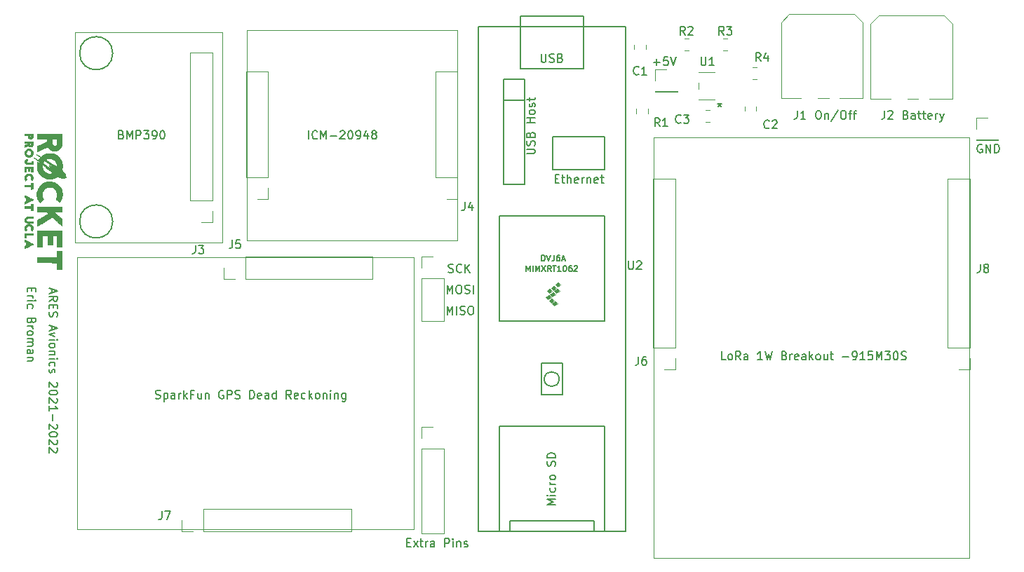
<source format=gto>
%TF.GenerationSoftware,KiCad,Pcbnew,(5.1.6)-1*%
%TF.CreationDate,2021-11-13T14:54:40-08:00*%
%TF.ProjectId,ARESnoseConeSystem2022,41524553-6e6f-4736-9543-6f6e65537973,rev?*%
%TF.SameCoordinates,Original*%
%TF.FileFunction,Legend,Top*%
%TF.FilePolarity,Positive*%
%FSLAX46Y46*%
G04 Gerber Fmt 4.6, Leading zero omitted, Abs format (unit mm)*
G04 Created by KiCad (PCBNEW (5.1.6)-1) date 2021-11-13 14:54:40*
%MOMM*%
%LPD*%
G01*
G04 APERTURE LIST*
%ADD10C,0.150000*%
%ADD11C,0.120000*%
%ADD12C,0.010000*%
%ADD13C,0.100000*%
%ADD14C,0.203200*%
%ADD15R,1.800000X1.800000*%
%ADD16R,1.103300X0.608000*%
%ADD17O,1.800000X1.800000*%
%ADD18C,4.400000*%
%ADD19C,1.400000*%
%ADD20C,1.700000*%
%ADD21R,1.400000X1.400000*%
%ADD22R,1.700000X1.700000*%
%ADD23O,1.600000X2.120000*%
%ADD24C,3.100000*%
%ADD25C,3.402000*%
%ADD26C,3.301600*%
%ADD27C,3.301601*%
G04 APERTURE END LIST*
D10*
X95798142Y-109529571D02*
X96131476Y-109529571D01*
X96274333Y-110053380D02*
X95798142Y-110053380D01*
X95798142Y-109053380D01*
X96274333Y-109053380D01*
X96607666Y-110053380D02*
X97131476Y-109386714D01*
X96607666Y-109386714D02*
X97131476Y-110053380D01*
X97369571Y-109386714D02*
X97750523Y-109386714D01*
X97512428Y-109053380D02*
X97512428Y-109910523D01*
X97560047Y-110005761D01*
X97655285Y-110053380D01*
X97750523Y-110053380D01*
X98083857Y-110053380D02*
X98083857Y-109386714D01*
X98083857Y-109577190D02*
X98131476Y-109481952D01*
X98179095Y-109434333D01*
X98274333Y-109386714D01*
X98369571Y-109386714D01*
X99131476Y-110053380D02*
X99131476Y-109529571D01*
X99083857Y-109434333D01*
X98988619Y-109386714D01*
X98798142Y-109386714D01*
X98702904Y-109434333D01*
X99131476Y-110005761D02*
X99036238Y-110053380D01*
X98798142Y-110053380D01*
X98702904Y-110005761D01*
X98655285Y-109910523D01*
X98655285Y-109815285D01*
X98702904Y-109720047D01*
X98798142Y-109672428D01*
X99036238Y-109672428D01*
X99131476Y-109624809D01*
X100369571Y-110053380D02*
X100369571Y-109053380D01*
X100750523Y-109053380D01*
X100845761Y-109101000D01*
X100893380Y-109148619D01*
X100941000Y-109243857D01*
X100941000Y-109386714D01*
X100893380Y-109481952D01*
X100845761Y-109529571D01*
X100750523Y-109577190D01*
X100369571Y-109577190D01*
X101369571Y-110053380D02*
X101369571Y-109386714D01*
X101369571Y-109053380D02*
X101321952Y-109101000D01*
X101369571Y-109148619D01*
X101417190Y-109101000D01*
X101369571Y-109053380D01*
X101369571Y-109148619D01*
X101845761Y-109386714D02*
X101845761Y-110053380D01*
X101845761Y-109481952D02*
X101893380Y-109434333D01*
X101988619Y-109386714D01*
X102131476Y-109386714D01*
X102226714Y-109434333D01*
X102274333Y-109529571D01*
X102274333Y-110053380D01*
X102702904Y-110005761D02*
X102798142Y-110053380D01*
X102988619Y-110053380D01*
X103083857Y-110005761D01*
X103131476Y-109910523D01*
X103131476Y-109862904D01*
X103083857Y-109767666D01*
X102988619Y-109720047D01*
X102845761Y-109720047D01*
X102750523Y-109672428D01*
X102702904Y-109577190D01*
X102702904Y-109529571D01*
X102750523Y-109434333D01*
X102845761Y-109386714D01*
X102988619Y-109386714D01*
X103083857Y-109434333D01*
X50490428Y-78780238D02*
X50490428Y-79113571D01*
X49966619Y-79256428D02*
X49966619Y-78780238D01*
X50966619Y-78780238D01*
X50966619Y-79256428D01*
X49966619Y-79685000D02*
X50633285Y-79685000D01*
X50442809Y-79685000D02*
X50538047Y-79732619D01*
X50585666Y-79780238D01*
X50633285Y-79875476D01*
X50633285Y-79970714D01*
X49966619Y-80304047D02*
X50633285Y-80304047D01*
X50966619Y-80304047D02*
X50919000Y-80256428D01*
X50871380Y-80304047D01*
X50919000Y-80351666D01*
X50966619Y-80304047D01*
X50871380Y-80304047D01*
X50014238Y-81208809D02*
X49966619Y-81113571D01*
X49966619Y-80923095D01*
X50014238Y-80827857D01*
X50061857Y-80780238D01*
X50157095Y-80732619D01*
X50442809Y-80732619D01*
X50538047Y-80780238D01*
X50585666Y-80827857D01*
X50633285Y-80923095D01*
X50633285Y-81113571D01*
X50585666Y-81208809D01*
X50490428Y-82732619D02*
X50442809Y-82875476D01*
X50395190Y-82923095D01*
X50299952Y-82970714D01*
X50157095Y-82970714D01*
X50061857Y-82923095D01*
X50014238Y-82875476D01*
X49966619Y-82780238D01*
X49966619Y-82399285D01*
X50966619Y-82399285D01*
X50966619Y-82732619D01*
X50919000Y-82827857D01*
X50871380Y-82875476D01*
X50776142Y-82923095D01*
X50680904Y-82923095D01*
X50585666Y-82875476D01*
X50538047Y-82827857D01*
X50490428Y-82732619D01*
X50490428Y-82399285D01*
X49966619Y-83399285D02*
X50633285Y-83399285D01*
X50442809Y-83399285D02*
X50538047Y-83446904D01*
X50585666Y-83494523D01*
X50633285Y-83589761D01*
X50633285Y-83685000D01*
X49966619Y-84161190D02*
X50014238Y-84065952D01*
X50061857Y-84018333D01*
X50157095Y-83970714D01*
X50442809Y-83970714D01*
X50538047Y-84018333D01*
X50585666Y-84065952D01*
X50633285Y-84161190D01*
X50633285Y-84304047D01*
X50585666Y-84399285D01*
X50538047Y-84446904D01*
X50442809Y-84494523D01*
X50157095Y-84494523D01*
X50061857Y-84446904D01*
X50014238Y-84399285D01*
X49966619Y-84304047D01*
X49966619Y-84161190D01*
X49966619Y-84923095D02*
X50633285Y-84923095D01*
X50538047Y-84923095D02*
X50585666Y-84970714D01*
X50633285Y-85065952D01*
X50633285Y-85208809D01*
X50585666Y-85304047D01*
X50490428Y-85351666D01*
X49966619Y-85351666D01*
X50490428Y-85351666D02*
X50585666Y-85399285D01*
X50633285Y-85494523D01*
X50633285Y-85637380D01*
X50585666Y-85732619D01*
X50490428Y-85780238D01*
X49966619Y-85780238D01*
X49966619Y-86685000D02*
X50490428Y-86685000D01*
X50585666Y-86637380D01*
X50633285Y-86542142D01*
X50633285Y-86351666D01*
X50585666Y-86256428D01*
X50014238Y-86685000D02*
X49966619Y-86589761D01*
X49966619Y-86351666D01*
X50014238Y-86256428D01*
X50109476Y-86208809D01*
X50204714Y-86208809D01*
X50299952Y-86256428D01*
X50347571Y-86351666D01*
X50347571Y-86589761D01*
X50395190Y-86685000D01*
X50633285Y-87161190D02*
X49966619Y-87161190D01*
X50538047Y-87161190D02*
X50585666Y-87208809D01*
X50633285Y-87304047D01*
X50633285Y-87446904D01*
X50585666Y-87542142D01*
X50490428Y-87589761D01*
X49966619Y-87589761D01*
X52919333Y-78892047D02*
X52919333Y-79368238D01*
X52633619Y-78796809D02*
X53633619Y-79130142D01*
X52633619Y-79463476D01*
X52633619Y-80368238D02*
X53109809Y-80034904D01*
X52633619Y-79796809D02*
X53633619Y-79796809D01*
X53633619Y-80177761D01*
X53586000Y-80273000D01*
X53538380Y-80320619D01*
X53443142Y-80368238D01*
X53300285Y-80368238D01*
X53205047Y-80320619D01*
X53157428Y-80273000D01*
X53109809Y-80177761D01*
X53109809Y-79796809D01*
X53157428Y-80796809D02*
X53157428Y-81130142D01*
X52633619Y-81273000D02*
X52633619Y-80796809D01*
X53633619Y-80796809D01*
X53633619Y-81273000D01*
X52681238Y-81653952D02*
X52633619Y-81796809D01*
X52633619Y-82034904D01*
X52681238Y-82130142D01*
X52728857Y-82177761D01*
X52824095Y-82225380D01*
X52919333Y-82225380D01*
X53014571Y-82177761D01*
X53062190Y-82130142D01*
X53109809Y-82034904D01*
X53157428Y-81844428D01*
X53205047Y-81749190D01*
X53252666Y-81701571D01*
X53347904Y-81653952D01*
X53443142Y-81653952D01*
X53538380Y-81701571D01*
X53586000Y-81749190D01*
X53633619Y-81844428D01*
X53633619Y-82082523D01*
X53586000Y-82225380D01*
X52919333Y-83368238D02*
X52919333Y-83844428D01*
X52633619Y-83273000D02*
X53633619Y-83606333D01*
X52633619Y-83939666D01*
X53300285Y-84177761D02*
X52633619Y-84415857D01*
X53300285Y-84653952D01*
X52633619Y-85034904D02*
X53300285Y-85034904D01*
X53633619Y-85034904D02*
X53586000Y-84987285D01*
X53538380Y-85034904D01*
X53586000Y-85082523D01*
X53633619Y-85034904D01*
X53538380Y-85034904D01*
X52633619Y-85653952D02*
X52681238Y-85558714D01*
X52728857Y-85511095D01*
X52824095Y-85463476D01*
X53109809Y-85463476D01*
X53205047Y-85511095D01*
X53252666Y-85558714D01*
X53300285Y-85653952D01*
X53300285Y-85796809D01*
X53252666Y-85892047D01*
X53205047Y-85939666D01*
X53109809Y-85987285D01*
X52824095Y-85987285D01*
X52728857Y-85939666D01*
X52681238Y-85892047D01*
X52633619Y-85796809D01*
X52633619Y-85653952D01*
X53300285Y-86415857D02*
X52633619Y-86415857D01*
X53205047Y-86415857D02*
X53252666Y-86463476D01*
X53300285Y-86558714D01*
X53300285Y-86701571D01*
X53252666Y-86796809D01*
X53157428Y-86844428D01*
X52633619Y-86844428D01*
X52633619Y-87320619D02*
X53300285Y-87320619D01*
X53633619Y-87320619D02*
X53586000Y-87273000D01*
X53538380Y-87320619D01*
X53586000Y-87368238D01*
X53633619Y-87320619D01*
X53538380Y-87320619D01*
X52681238Y-88225380D02*
X52633619Y-88130142D01*
X52633619Y-87939666D01*
X52681238Y-87844428D01*
X52728857Y-87796809D01*
X52824095Y-87749190D01*
X53109809Y-87749190D01*
X53205047Y-87796809D01*
X53252666Y-87844428D01*
X53300285Y-87939666D01*
X53300285Y-88130142D01*
X53252666Y-88225380D01*
X52681238Y-88606333D02*
X52633619Y-88701571D01*
X52633619Y-88892047D01*
X52681238Y-88987285D01*
X52776476Y-89034904D01*
X52824095Y-89034904D01*
X52919333Y-88987285D01*
X52966952Y-88892047D01*
X52966952Y-88749190D01*
X53014571Y-88653952D01*
X53109809Y-88606333D01*
X53157428Y-88606333D01*
X53252666Y-88653952D01*
X53300285Y-88749190D01*
X53300285Y-88892047D01*
X53252666Y-88987285D01*
X53538380Y-90177761D02*
X53586000Y-90225380D01*
X53633619Y-90320619D01*
X53633619Y-90558714D01*
X53586000Y-90653952D01*
X53538380Y-90701571D01*
X53443142Y-90749190D01*
X53347904Y-90749190D01*
X53205047Y-90701571D01*
X52633619Y-90130142D01*
X52633619Y-90749190D01*
X53633619Y-91368238D02*
X53633619Y-91463476D01*
X53586000Y-91558714D01*
X53538380Y-91606333D01*
X53443142Y-91653952D01*
X53252666Y-91701571D01*
X53014571Y-91701571D01*
X52824095Y-91653952D01*
X52728857Y-91606333D01*
X52681238Y-91558714D01*
X52633619Y-91463476D01*
X52633619Y-91368238D01*
X52681238Y-91273000D01*
X52728857Y-91225380D01*
X52824095Y-91177761D01*
X53014571Y-91130142D01*
X53252666Y-91130142D01*
X53443142Y-91177761D01*
X53538380Y-91225380D01*
X53586000Y-91273000D01*
X53633619Y-91368238D01*
X53538380Y-92082523D02*
X53586000Y-92130142D01*
X53633619Y-92225380D01*
X53633619Y-92463476D01*
X53586000Y-92558714D01*
X53538380Y-92606333D01*
X53443142Y-92653952D01*
X53347904Y-92653952D01*
X53205047Y-92606333D01*
X52633619Y-92034904D01*
X52633619Y-92653952D01*
X52633619Y-93606333D02*
X52633619Y-93034904D01*
X52633619Y-93320619D02*
X53633619Y-93320619D01*
X53490761Y-93225380D01*
X53395523Y-93130142D01*
X53347904Y-93034904D01*
X53014571Y-94034904D02*
X53014571Y-94796809D01*
X53538380Y-95225380D02*
X53586000Y-95273000D01*
X53633619Y-95368238D01*
X53633619Y-95606333D01*
X53586000Y-95701571D01*
X53538380Y-95749190D01*
X53443142Y-95796809D01*
X53347904Y-95796809D01*
X53205047Y-95749190D01*
X52633619Y-95177761D01*
X52633619Y-95796809D01*
X53633619Y-96415857D02*
X53633619Y-96511095D01*
X53586000Y-96606333D01*
X53538380Y-96653952D01*
X53443142Y-96701571D01*
X53252666Y-96749190D01*
X53014571Y-96749190D01*
X52824095Y-96701571D01*
X52728857Y-96653952D01*
X52681238Y-96606333D01*
X52633619Y-96511095D01*
X52633619Y-96415857D01*
X52681238Y-96320619D01*
X52728857Y-96273000D01*
X52824095Y-96225380D01*
X53014571Y-96177761D01*
X53252666Y-96177761D01*
X53443142Y-96225380D01*
X53538380Y-96273000D01*
X53586000Y-96320619D01*
X53633619Y-96415857D01*
X53538380Y-97130142D02*
X53586000Y-97177761D01*
X53633619Y-97272999D01*
X53633619Y-97511095D01*
X53586000Y-97606333D01*
X53538380Y-97653952D01*
X53443142Y-97701571D01*
X53347904Y-97701571D01*
X53205047Y-97653952D01*
X52633619Y-97082523D01*
X52633619Y-97701571D01*
X53538380Y-98082523D02*
X53586000Y-98130142D01*
X53633619Y-98225380D01*
X53633619Y-98463476D01*
X53586000Y-98558714D01*
X53538380Y-98606333D01*
X53443142Y-98653952D01*
X53347904Y-98653952D01*
X53205047Y-98606333D01*
X52633619Y-98034904D01*
X52633619Y-98653952D01*
X145407333Y-57364380D02*
X145597809Y-57364380D01*
X145693047Y-57412000D01*
X145788285Y-57507238D01*
X145835904Y-57697714D01*
X145835904Y-58031047D01*
X145788285Y-58221523D01*
X145693047Y-58316761D01*
X145597809Y-58364380D01*
X145407333Y-58364380D01*
X145312095Y-58316761D01*
X145216857Y-58221523D01*
X145169238Y-58031047D01*
X145169238Y-57697714D01*
X145216857Y-57507238D01*
X145312095Y-57412000D01*
X145407333Y-57364380D01*
X146264476Y-57697714D02*
X146264476Y-58364380D01*
X146264476Y-57792952D02*
X146312095Y-57745333D01*
X146407333Y-57697714D01*
X146550190Y-57697714D01*
X146645428Y-57745333D01*
X146693047Y-57840571D01*
X146693047Y-58364380D01*
X147883523Y-57316761D02*
X147026380Y-58602476D01*
X148407333Y-57364380D02*
X148597809Y-57364380D01*
X148693047Y-57412000D01*
X148788285Y-57507238D01*
X148835904Y-57697714D01*
X148835904Y-58031047D01*
X148788285Y-58221523D01*
X148693047Y-58316761D01*
X148597809Y-58364380D01*
X148407333Y-58364380D01*
X148312095Y-58316761D01*
X148216857Y-58221523D01*
X148169238Y-58031047D01*
X148169238Y-57697714D01*
X148216857Y-57507238D01*
X148312095Y-57412000D01*
X148407333Y-57364380D01*
X149121619Y-57697714D02*
X149502571Y-57697714D01*
X149264476Y-58364380D02*
X149264476Y-57507238D01*
X149312095Y-57412000D01*
X149407333Y-57364380D01*
X149502571Y-57364380D01*
X149693047Y-57697714D02*
X150074000Y-57697714D01*
X149835904Y-58364380D02*
X149835904Y-57507238D01*
X149883523Y-57412000D01*
X149978761Y-57364380D01*
X150074000Y-57364380D01*
X156043571Y-57840571D02*
X156186428Y-57888190D01*
X156234047Y-57935809D01*
X156281666Y-58031047D01*
X156281666Y-58173904D01*
X156234047Y-58269142D01*
X156186428Y-58316761D01*
X156091190Y-58364380D01*
X155710238Y-58364380D01*
X155710238Y-57364380D01*
X156043571Y-57364380D01*
X156138809Y-57412000D01*
X156186428Y-57459619D01*
X156234047Y-57554857D01*
X156234047Y-57650095D01*
X156186428Y-57745333D01*
X156138809Y-57792952D01*
X156043571Y-57840571D01*
X155710238Y-57840571D01*
X157138809Y-58364380D02*
X157138809Y-57840571D01*
X157091190Y-57745333D01*
X156995952Y-57697714D01*
X156805476Y-57697714D01*
X156710238Y-57745333D01*
X157138809Y-58316761D02*
X157043571Y-58364380D01*
X156805476Y-58364380D01*
X156710238Y-58316761D01*
X156662619Y-58221523D01*
X156662619Y-58126285D01*
X156710238Y-58031047D01*
X156805476Y-57983428D01*
X157043571Y-57983428D01*
X157138809Y-57935809D01*
X157472142Y-57697714D02*
X157853095Y-57697714D01*
X157615000Y-57364380D02*
X157615000Y-58221523D01*
X157662619Y-58316761D01*
X157757857Y-58364380D01*
X157853095Y-58364380D01*
X158043571Y-57697714D02*
X158424523Y-57697714D01*
X158186428Y-57364380D02*
X158186428Y-58221523D01*
X158234047Y-58316761D01*
X158329285Y-58364380D01*
X158424523Y-58364380D01*
X159138809Y-58316761D02*
X159043571Y-58364380D01*
X158853095Y-58364380D01*
X158757857Y-58316761D01*
X158710238Y-58221523D01*
X158710238Y-57840571D01*
X158757857Y-57745333D01*
X158853095Y-57697714D01*
X159043571Y-57697714D01*
X159138809Y-57745333D01*
X159186428Y-57840571D01*
X159186428Y-57935809D01*
X158710238Y-58031047D01*
X159615000Y-58364380D02*
X159615000Y-57697714D01*
X159615000Y-57888190D02*
X159662619Y-57792952D01*
X159710238Y-57745333D01*
X159805476Y-57697714D01*
X159900714Y-57697714D01*
X160138809Y-57697714D02*
X160376904Y-58364380D01*
X160615000Y-57697714D02*
X160376904Y-58364380D01*
X160281666Y-58602476D01*
X160234047Y-58650095D01*
X160138809Y-58697714D01*
D11*
X163703000Y-60579000D02*
X125603000Y-60579000D01*
X163703000Y-111379000D02*
X163703000Y-60579000D01*
X125603000Y-111379000D02*
X163703000Y-111379000D01*
X125603000Y-60579000D02*
X125603000Y-111379000D01*
X76454000Y-73025000D02*
X76454000Y-47625000D01*
X101854000Y-73025000D02*
X76454000Y-73025000D01*
X101854000Y-47625000D02*
X101854000Y-73025000D01*
X76454000Y-47625000D02*
X101854000Y-47625000D01*
X55753000Y-47879000D02*
X55753000Y-73279000D01*
X73533000Y-47879000D02*
X55753000Y-47879000D01*
X73533000Y-73279000D02*
X73533000Y-47879000D01*
X55753000Y-73279000D02*
X73533000Y-73279000D01*
X56007000Y-75184000D02*
X56007000Y-75057000D01*
X56007000Y-107950000D02*
X56007000Y-75184000D01*
X96647000Y-107950000D02*
X56007000Y-107950000D01*
X96647000Y-75057000D02*
X96647000Y-107950000D01*
X56007000Y-75057000D02*
X96647000Y-75057000D01*
D10*
X61325428Y-60253571D02*
X61468285Y-60301190D01*
X61515904Y-60348809D01*
X61563523Y-60444047D01*
X61563523Y-60586904D01*
X61515904Y-60682142D01*
X61468285Y-60729761D01*
X61373047Y-60777380D01*
X60992095Y-60777380D01*
X60992095Y-59777380D01*
X61325428Y-59777380D01*
X61420666Y-59825000D01*
X61468285Y-59872619D01*
X61515904Y-59967857D01*
X61515904Y-60063095D01*
X61468285Y-60158333D01*
X61420666Y-60205952D01*
X61325428Y-60253571D01*
X60992095Y-60253571D01*
X61992095Y-60777380D02*
X61992095Y-59777380D01*
X62325428Y-60491666D01*
X62658761Y-59777380D01*
X62658761Y-60777380D01*
X63134952Y-60777380D02*
X63134952Y-59777380D01*
X63515904Y-59777380D01*
X63611142Y-59825000D01*
X63658761Y-59872619D01*
X63706380Y-59967857D01*
X63706380Y-60110714D01*
X63658761Y-60205952D01*
X63611142Y-60253571D01*
X63515904Y-60301190D01*
X63134952Y-60301190D01*
X64039714Y-59777380D02*
X64658761Y-59777380D01*
X64325428Y-60158333D01*
X64468285Y-60158333D01*
X64563523Y-60205952D01*
X64611142Y-60253571D01*
X64658761Y-60348809D01*
X64658761Y-60586904D01*
X64611142Y-60682142D01*
X64563523Y-60729761D01*
X64468285Y-60777380D01*
X64182571Y-60777380D01*
X64087333Y-60729761D01*
X64039714Y-60682142D01*
X65134952Y-60777380D02*
X65325428Y-60777380D01*
X65420666Y-60729761D01*
X65468285Y-60682142D01*
X65563523Y-60539285D01*
X65611142Y-60348809D01*
X65611142Y-59967857D01*
X65563523Y-59872619D01*
X65515904Y-59825000D01*
X65420666Y-59777380D01*
X65230190Y-59777380D01*
X65134952Y-59825000D01*
X65087333Y-59872619D01*
X65039714Y-59967857D01*
X65039714Y-60205952D01*
X65087333Y-60301190D01*
X65134952Y-60348809D01*
X65230190Y-60396428D01*
X65420666Y-60396428D01*
X65515904Y-60348809D01*
X65563523Y-60301190D01*
X65611142Y-60205952D01*
X66230190Y-59777380D02*
X66325428Y-59777380D01*
X66420666Y-59825000D01*
X66468285Y-59872619D01*
X66515904Y-59967857D01*
X66563523Y-60158333D01*
X66563523Y-60396428D01*
X66515904Y-60586904D01*
X66468285Y-60682142D01*
X66420666Y-60729761D01*
X66325428Y-60777380D01*
X66230190Y-60777380D01*
X66134952Y-60729761D01*
X66087333Y-60682142D01*
X66039714Y-60586904D01*
X65992095Y-60396428D01*
X65992095Y-60158333D01*
X66039714Y-59967857D01*
X66087333Y-59872619D01*
X66134952Y-59825000D01*
X66230190Y-59777380D01*
X83939571Y-60777380D02*
X83939571Y-59777380D01*
X84987190Y-60682142D02*
X84939571Y-60729761D01*
X84796714Y-60777380D01*
X84701476Y-60777380D01*
X84558619Y-60729761D01*
X84463380Y-60634523D01*
X84415761Y-60539285D01*
X84368142Y-60348809D01*
X84368142Y-60205952D01*
X84415761Y-60015476D01*
X84463380Y-59920238D01*
X84558619Y-59825000D01*
X84701476Y-59777380D01*
X84796714Y-59777380D01*
X84939571Y-59825000D01*
X84987190Y-59872619D01*
X85415761Y-60777380D02*
X85415761Y-59777380D01*
X85749095Y-60491666D01*
X86082428Y-59777380D01*
X86082428Y-60777380D01*
X86558619Y-60396428D02*
X87320523Y-60396428D01*
X87749095Y-59872619D02*
X87796714Y-59825000D01*
X87891952Y-59777380D01*
X88130047Y-59777380D01*
X88225285Y-59825000D01*
X88272904Y-59872619D01*
X88320523Y-59967857D01*
X88320523Y-60063095D01*
X88272904Y-60205952D01*
X87701476Y-60777380D01*
X88320523Y-60777380D01*
X88939571Y-59777380D02*
X89034809Y-59777380D01*
X89130047Y-59825000D01*
X89177666Y-59872619D01*
X89225285Y-59967857D01*
X89272904Y-60158333D01*
X89272904Y-60396428D01*
X89225285Y-60586904D01*
X89177666Y-60682142D01*
X89130047Y-60729761D01*
X89034809Y-60777380D01*
X88939571Y-60777380D01*
X88844333Y-60729761D01*
X88796714Y-60682142D01*
X88749095Y-60586904D01*
X88701476Y-60396428D01*
X88701476Y-60158333D01*
X88749095Y-59967857D01*
X88796714Y-59872619D01*
X88844333Y-59825000D01*
X88939571Y-59777380D01*
X89749095Y-60777380D02*
X89939571Y-60777380D01*
X90034809Y-60729761D01*
X90082428Y-60682142D01*
X90177666Y-60539285D01*
X90225285Y-60348809D01*
X90225285Y-59967857D01*
X90177666Y-59872619D01*
X90130047Y-59825000D01*
X90034809Y-59777380D01*
X89844333Y-59777380D01*
X89749095Y-59825000D01*
X89701476Y-59872619D01*
X89653857Y-59967857D01*
X89653857Y-60205952D01*
X89701476Y-60301190D01*
X89749095Y-60348809D01*
X89844333Y-60396428D01*
X90034809Y-60396428D01*
X90130047Y-60348809D01*
X90177666Y-60301190D01*
X90225285Y-60205952D01*
X91082428Y-60110714D02*
X91082428Y-60777380D01*
X90844333Y-59729761D02*
X90606238Y-60444047D01*
X91225285Y-60444047D01*
X91749095Y-60205952D02*
X91653857Y-60158333D01*
X91606238Y-60110714D01*
X91558619Y-60015476D01*
X91558619Y-59967857D01*
X91606238Y-59872619D01*
X91653857Y-59825000D01*
X91749095Y-59777380D01*
X91939571Y-59777380D01*
X92034809Y-59825000D01*
X92082428Y-59872619D01*
X92130047Y-59967857D01*
X92130047Y-60015476D01*
X92082428Y-60110714D01*
X92034809Y-60158333D01*
X91939571Y-60205952D01*
X91749095Y-60205952D01*
X91653857Y-60253571D01*
X91606238Y-60301190D01*
X91558619Y-60396428D01*
X91558619Y-60586904D01*
X91606238Y-60682142D01*
X91653857Y-60729761D01*
X91749095Y-60777380D01*
X91939571Y-60777380D01*
X92034809Y-60729761D01*
X92082428Y-60682142D01*
X92130047Y-60586904D01*
X92130047Y-60396428D01*
X92082428Y-60301190D01*
X92034809Y-60253571D01*
X91939571Y-60205952D01*
X134287952Y-87447380D02*
X133811761Y-87447380D01*
X133811761Y-86447380D01*
X134764142Y-87447380D02*
X134668904Y-87399761D01*
X134621285Y-87352142D01*
X134573666Y-87256904D01*
X134573666Y-86971190D01*
X134621285Y-86875952D01*
X134668904Y-86828333D01*
X134764142Y-86780714D01*
X134907000Y-86780714D01*
X135002238Y-86828333D01*
X135049857Y-86875952D01*
X135097476Y-86971190D01*
X135097476Y-87256904D01*
X135049857Y-87352142D01*
X135002238Y-87399761D01*
X134907000Y-87447380D01*
X134764142Y-87447380D01*
X136097476Y-87447380D02*
X135764142Y-86971190D01*
X135526047Y-87447380D02*
X135526047Y-86447380D01*
X135907000Y-86447380D01*
X136002238Y-86495000D01*
X136049857Y-86542619D01*
X136097476Y-86637857D01*
X136097476Y-86780714D01*
X136049857Y-86875952D01*
X136002238Y-86923571D01*
X135907000Y-86971190D01*
X135526047Y-86971190D01*
X136954619Y-87447380D02*
X136954619Y-86923571D01*
X136907000Y-86828333D01*
X136811761Y-86780714D01*
X136621285Y-86780714D01*
X136526047Y-86828333D01*
X136954619Y-87399761D02*
X136859380Y-87447380D01*
X136621285Y-87447380D01*
X136526047Y-87399761D01*
X136478428Y-87304523D01*
X136478428Y-87209285D01*
X136526047Y-87114047D01*
X136621285Y-87066428D01*
X136859380Y-87066428D01*
X136954619Y-87018809D01*
X138716523Y-87447380D02*
X138145095Y-87447380D01*
X138430809Y-87447380D02*
X138430809Y-86447380D01*
X138335571Y-86590238D01*
X138240333Y-86685476D01*
X138145095Y-86733095D01*
X139049857Y-86447380D02*
X139287952Y-87447380D01*
X139478428Y-86733095D01*
X139668904Y-87447380D01*
X139907000Y-86447380D01*
X141383190Y-86923571D02*
X141526047Y-86971190D01*
X141573666Y-87018809D01*
X141621285Y-87114047D01*
X141621285Y-87256904D01*
X141573666Y-87352142D01*
X141526047Y-87399761D01*
X141430809Y-87447380D01*
X141049857Y-87447380D01*
X141049857Y-86447380D01*
X141383190Y-86447380D01*
X141478428Y-86495000D01*
X141526047Y-86542619D01*
X141573666Y-86637857D01*
X141573666Y-86733095D01*
X141526047Y-86828333D01*
X141478428Y-86875952D01*
X141383190Y-86923571D01*
X141049857Y-86923571D01*
X142049857Y-87447380D02*
X142049857Y-86780714D01*
X142049857Y-86971190D02*
X142097476Y-86875952D01*
X142145095Y-86828333D01*
X142240333Y-86780714D01*
X142335571Y-86780714D01*
X143049857Y-87399761D02*
X142954619Y-87447380D01*
X142764142Y-87447380D01*
X142668904Y-87399761D01*
X142621285Y-87304523D01*
X142621285Y-86923571D01*
X142668904Y-86828333D01*
X142764142Y-86780714D01*
X142954619Y-86780714D01*
X143049857Y-86828333D01*
X143097476Y-86923571D01*
X143097476Y-87018809D01*
X142621285Y-87114047D01*
X143954619Y-87447380D02*
X143954619Y-86923571D01*
X143907000Y-86828333D01*
X143811761Y-86780714D01*
X143621285Y-86780714D01*
X143526047Y-86828333D01*
X143954619Y-87399761D02*
X143859380Y-87447380D01*
X143621285Y-87447380D01*
X143526047Y-87399761D01*
X143478428Y-87304523D01*
X143478428Y-87209285D01*
X143526047Y-87114047D01*
X143621285Y-87066428D01*
X143859380Y-87066428D01*
X143954619Y-87018809D01*
X144430809Y-87447380D02*
X144430809Y-86447380D01*
X144526047Y-87066428D02*
X144811761Y-87447380D01*
X144811761Y-86780714D02*
X144430809Y-87161666D01*
X145383190Y-87447380D02*
X145287952Y-87399761D01*
X145240333Y-87352142D01*
X145192714Y-87256904D01*
X145192714Y-86971190D01*
X145240333Y-86875952D01*
X145287952Y-86828333D01*
X145383190Y-86780714D01*
X145526047Y-86780714D01*
X145621285Y-86828333D01*
X145668904Y-86875952D01*
X145716523Y-86971190D01*
X145716523Y-87256904D01*
X145668904Y-87352142D01*
X145621285Y-87399761D01*
X145526047Y-87447380D01*
X145383190Y-87447380D01*
X146573666Y-86780714D02*
X146573666Y-87447380D01*
X146145095Y-86780714D02*
X146145095Y-87304523D01*
X146192714Y-87399761D01*
X146287952Y-87447380D01*
X146430809Y-87447380D01*
X146526047Y-87399761D01*
X146573666Y-87352142D01*
X146907000Y-86780714D02*
X147287952Y-86780714D01*
X147049857Y-86447380D02*
X147049857Y-87304523D01*
X147097476Y-87399761D01*
X147192714Y-87447380D01*
X147287952Y-87447380D01*
X148383190Y-87066428D02*
X149145095Y-87066428D01*
X149668904Y-87447380D02*
X149859380Y-87447380D01*
X149954619Y-87399761D01*
X150002238Y-87352142D01*
X150097476Y-87209285D01*
X150145095Y-87018809D01*
X150145095Y-86637857D01*
X150097476Y-86542619D01*
X150049857Y-86495000D01*
X149954619Y-86447380D01*
X149764142Y-86447380D01*
X149668904Y-86495000D01*
X149621285Y-86542619D01*
X149573666Y-86637857D01*
X149573666Y-86875952D01*
X149621285Y-86971190D01*
X149668904Y-87018809D01*
X149764142Y-87066428D01*
X149954619Y-87066428D01*
X150049857Y-87018809D01*
X150097476Y-86971190D01*
X150145095Y-86875952D01*
X151097476Y-87447380D02*
X150526047Y-87447380D01*
X150811761Y-87447380D02*
X150811761Y-86447380D01*
X150716523Y-86590238D01*
X150621285Y-86685476D01*
X150526047Y-86733095D01*
X152002238Y-86447380D02*
X151526047Y-86447380D01*
X151478428Y-86923571D01*
X151526047Y-86875952D01*
X151621285Y-86828333D01*
X151859380Y-86828333D01*
X151954619Y-86875952D01*
X152002238Y-86923571D01*
X152049857Y-87018809D01*
X152049857Y-87256904D01*
X152002238Y-87352142D01*
X151954619Y-87399761D01*
X151859380Y-87447380D01*
X151621285Y-87447380D01*
X151526047Y-87399761D01*
X151478428Y-87352142D01*
X152478428Y-87447380D02*
X152478428Y-86447380D01*
X152811761Y-87161666D01*
X153145095Y-86447380D01*
X153145095Y-87447380D01*
X153526047Y-86447380D02*
X154145095Y-86447380D01*
X153811761Y-86828333D01*
X153954619Y-86828333D01*
X154049857Y-86875952D01*
X154097476Y-86923571D01*
X154145095Y-87018809D01*
X154145095Y-87256904D01*
X154097476Y-87352142D01*
X154049857Y-87399761D01*
X153954619Y-87447380D01*
X153668904Y-87447380D01*
X153573666Y-87399761D01*
X153526047Y-87352142D01*
X154764142Y-86447380D02*
X154859380Y-86447380D01*
X154954619Y-86495000D01*
X155002238Y-86542619D01*
X155049857Y-86637857D01*
X155097476Y-86828333D01*
X155097476Y-87066428D01*
X155049857Y-87256904D01*
X155002238Y-87352142D01*
X154954619Y-87399761D01*
X154859380Y-87447380D01*
X154764142Y-87447380D01*
X154668904Y-87399761D01*
X154621285Y-87352142D01*
X154573666Y-87256904D01*
X154526047Y-87066428D01*
X154526047Y-86828333D01*
X154573666Y-86637857D01*
X154621285Y-86542619D01*
X154668904Y-86495000D01*
X154764142Y-86447380D01*
X155478428Y-87399761D02*
X155621285Y-87447380D01*
X155859380Y-87447380D01*
X155954619Y-87399761D01*
X156002238Y-87352142D01*
X156049857Y-87256904D01*
X156049857Y-87161666D01*
X156002238Y-87066428D01*
X155954619Y-87018809D01*
X155859380Y-86971190D01*
X155668904Y-86923571D01*
X155573666Y-86875952D01*
X155526047Y-86828333D01*
X155478428Y-86733095D01*
X155478428Y-86637857D01*
X155526047Y-86542619D01*
X155573666Y-86495000D01*
X155668904Y-86447380D01*
X155907000Y-86447380D01*
X156049857Y-86495000D01*
X65462000Y-92098761D02*
X65604857Y-92146380D01*
X65842952Y-92146380D01*
X65938190Y-92098761D01*
X65985809Y-92051142D01*
X66033428Y-91955904D01*
X66033428Y-91860666D01*
X65985809Y-91765428D01*
X65938190Y-91717809D01*
X65842952Y-91670190D01*
X65652476Y-91622571D01*
X65557238Y-91574952D01*
X65509619Y-91527333D01*
X65462000Y-91432095D01*
X65462000Y-91336857D01*
X65509619Y-91241619D01*
X65557238Y-91194000D01*
X65652476Y-91146380D01*
X65890571Y-91146380D01*
X66033428Y-91194000D01*
X66462000Y-91479714D02*
X66462000Y-92479714D01*
X66462000Y-91527333D02*
X66557238Y-91479714D01*
X66747714Y-91479714D01*
X66842952Y-91527333D01*
X66890571Y-91574952D01*
X66938190Y-91670190D01*
X66938190Y-91955904D01*
X66890571Y-92051142D01*
X66842952Y-92098761D01*
X66747714Y-92146380D01*
X66557238Y-92146380D01*
X66462000Y-92098761D01*
X67795333Y-92146380D02*
X67795333Y-91622571D01*
X67747714Y-91527333D01*
X67652476Y-91479714D01*
X67462000Y-91479714D01*
X67366761Y-91527333D01*
X67795333Y-92098761D02*
X67700095Y-92146380D01*
X67462000Y-92146380D01*
X67366761Y-92098761D01*
X67319142Y-92003523D01*
X67319142Y-91908285D01*
X67366761Y-91813047D01*
X67462000Y-91765428D01*
X67700095Y-91765428D01*
X67795333Y-91717809D01*
X68271523Y-92146380D02*
X68271523Y-91479714D01*
X68271523Y-91670190D02*
X68319142Y-91574952D01*
X68366761Y-91527333D01*
X68462000Y-91479714D01*
X68557238Y-91479714D01*
X68890571Y-92146380D02*
X68890571Y-91146380D01*
X68985809Y-91765428D02*
X69271523Y-92146380D01*
X69271523Y-91479714D02*
X68890571Y-91860666D01*
X70033428Y-91622571D02*
X69700095Y-91622571D01*
X69700095Y-92146380D02*
X69700095Y-91146380D01*
X70176285Y-91146380D01*
X70985809Y-91479714D02*
X70985809Y-92146380D01*
X70557238Y-91479714D02*
X70557238Y-92003523D01*
X70604857Y-92098761D01*
X70700095Y-92146380D01*
X70842952Y-92146380D01*
X70938190Y-92098761D01*
X70985809Y-92051142D01*
X71462000Y-91479714D02*
X71462000Y-92146380D01*
X71462000Y-91574952D02*
X71509619Y-91527333D01*
X71604857Y-91479714D01*
X71747714Y-91479714D01*
X71842952Y-91527333D01*
X71890571Y-91622571D01*
X71890571Y-92146380D01*
X73652476Y-91194000D02*
X73557238Y-91146380D01*
X73414380Y-91146380D01*
X73271523Y-91194000D01*
X73176285Y-91289238D01*
X73128666Y-91384476D01*
X73081047Y-91574952D01*
X73081047Y-91717809D01*
X73128666Y-91908285D01*
X73176285Y-92003523D01*
X73271523Y-92098761D01*
X73414380Y-92146380D01*
X73509619Y-92146380D01*
X73652476Y-92098761D01*
X73700095Y-92051142D01*
X73700095Y-91717809D01*
X73509619Y-91717809D01*
X74128666Y-92146380D02*
X74128666Y-91146380D01*
X74509619Y-91146380D01*
X74604857Y-91194000D01*
X74652476Y-91241619D01*
X74700095Y-91336857D01*
X74700095Y-91479714D01*
X74652476Y-91574952D01*
X74604857Y-91622571D01*
X74509619Y-91670190D01*
X74128666Y-91670190D01*
X75081047Y-92098761D02*
X75223904Y-92146380D01*
X75462000Y-92146380D01*
X75557238Y-92098761D01*
X75604857Y-92051142D01*
X75652476Y-91955904D01*
X75652476Y-91860666D01*
X75604857Y-91765428D01*
X75557238Y-91717809D01*
X75462000Y-91670190D01*
X75271523Y-91622571D01*
X75176285Y-91574952D01*
X75128666Y-91527333D01*
X75081047Y-91432095D01*
X75081047Y-91336857D01*
X75128666Y-91241619D01*
X75176285Y-91194000D01*
X75271523Y-91146380D01*
X75509619Y-91146380D01*
X75652476Y-91194000D01*
X76842952Y-92146380D02*
X76842952Y-91146380D01*
X77081047Y-91146380D01*
X77223904Y-91194000D01*
X77319142Y-91289238D01*
X77366761Y-91384476D01*
X77414380Y-91574952D01*
X77414380Y-91717809D01*
X77366761Y-91908285D01*
X77319142Y-92003523D01*
X77223904Y-92098761D01*
X77081047Y-92146380D01*
X76842952Y-92146380D01*
X78223904Y-92098761D02*
X78128666Y-92146380D01*
X77938190Y-92146380D01*
X77842952Y-92098761D01*
X77795333Y-92003523D01*
X77795333Y-91622571D01*
X77842952Y-91527333D01*
X77938190Y-91479714D01*
X78128666Y-91479714D01*
X78223904Y-91527333D01*
X78271523Y-91622571D01*
X78271523Y-91717809D01*
X77795333Y-91813047D01*
X79128666Y-92146380D02*
X79128666Y-91622571D01*
X79081047Y-91527333D01*
X78985809Y-91479714D01*
X78795333Y-91479714D01*
X78700095Y-91527333D01*
X79128666Y-92098761D02*
X79033428Y-92146380D01*
X78795333Y-92146380D01*
X78700095Y-92098761D01*
X78652476Y-92003523D01*
X78652476Y-91908285D01*
X78700095Y-91813047D01*
X78795333Y-91765428D01*
X79033428Y-91765428D01*
X79128666Y-91717809D01*
X80033428Y-92146380D02*
X80033428Y-91146380D01*
X80033428Y-92098761D02*
X79938190Y-92146380D01*
X79747714Y-92146380D01*
X79652476Y-92098761D01*
X79604857Y-92051142D01*
X79557238Y-91955904D01*
X79557238Y-91670190D01*
X79604857Y-91574952D01*
X79652476Y-91527333D01*
X79747714Y-91479714D01*
X79938190Y-91479714D01*
X80033428Y-91527333D01*
X81842952Y-92146380D02*
X81509619Y-91670190D01*
X81271523Y-92146380D02*
X81271523Y-91146380D01*
X81652476Y-91146380D01*
X81747714Y-91194000D01*
X81795333Y-91241619D01*
X81842952Y-91336857D01*
X81842952Y-91479714D01*
X81795333Y-91574952D01*
X81747714Y-91622571D01*
X81652476Y-91670190D01*
X81271523Y-91670190D01*
X82652476Y-92098761D02*
X82557238Y-92146380D01*
X82366761Y-92146380D01*
X82271523Y-92098761D01*
X82223904Y-92003523D01*
X82223904Y-91622571D01*
X82271523Y-91527333D01*
X82366761Y-91479714D01*
X82557238Y-91479714D01*
X82652476Y-91527333D01*
X82700095Y-91622571D01*
X82700095Y-91717809D01*
X82223904Y-91813047D01*
X83557238Y-92098761D02*
X83462000Y-92146380D01*
X83271523Y-92146380D01*
X83176285Y-92098761D01*
X83128666Y-92051142D01*
X83081047Y-91955904D01*
X83081047Y-91670190D01*
X83128666Y-91574952D01*
X83176285Y-91527333D01*
X83271523Y-91479714D01*
X83462000Y-91479714D01*
X83557238Y-91527333D01*
X83985809Y-92146380D02*
X83985809Y-91146380D01*
X84081047Y-91765428D02*
X84366761Y-92146380D01*
X84366761Y-91479714D02*
X83985809Y-91860666D01*
X84938190Y-92146380D02*
X84842952Y-92098761D01*
X84795333Y-92051142D01*
X84747714Y-91955904D01*
X84747714Y-91670190D01*
X84795333Y-91574952D01*
X84842952Y-91527333D01*
X84938190Y-91479714D01*
X85081047Y-91479714D01*
X85176285Y-91527333D01*
X85223904Y-91574952D01*
X85271523Y-91670190D01*
X85271523Y-91955904D01*
X85223904Y-92051142D01*
X85176285Y-92098761D01*
X85081047Y-92146380D01*
X84938190Y-92146380D01*
X85700095Y-91479714D02*
X85700095Y-92146380D01*
X85700095Y-91574952D02*
X85747714Y-91527333D01*
X85842952Y-91479714D01*
X85985809Y-91479714D01*
X86081047Y-91527333D01*
X86128666Y-91622571D01*
X86128666Y-92146380D01*
X86604857Y-92146380D02*
X86604857Y-91479714D01*
X86604857Y-91146380D02*
X86557238Y-91194000D01*
X86604857Y-91241619D01*
X86652476Y-91194000D01*
X86604857Y-91146380D01*
X86604857Y-91241619D01*
X87081047Y-91479714D02*
X87081047Y-92146380D01*
X87081047Y-91574952D02*
X87128666Y-91527333D01*
X87223904Y-91479714D01*
X87366761Y-91479714D01*
X87462000Y-91527333D01*
X87509619Y-91622571D01*
X87509619Y-92146380D01*
X88414380Y-91479714D02*
X88414380Y-92289238D01*
X88366761Y-92384476D01*
X88319142Y-92432095D01*
X88223904Y-92479714D01*
X88081047Y-92479714D01*
X87985809Y-92432095D01*
X88414380Y-92098761D02*
X88319142Y-92146380D01*
X88128666Y-92146380D01*
X88033428Y-92098761D01*
X87985809Y-92051142D01*
X87938190Y-91955904D01*
X87938190Y-91670190D01*
X87985809Y-91574952D01*
X88033428Y-91527333D01*
X88128666Y-91479714D01*
X88319142Y-91479714D01*
X88414380Y-91527333D01*
X100663571Y-81986380D02*
X100663571Y-80986380D01*
X100996904Y-81700666D01*
X101330238Y-80986380D01*
X101330238Y-81986380D01*
X101806428Y-81986380D02*
X101806428Y-80986380D01*
X102235000Y-81938761D02*
X102377857Y-81986380D01*
X102615952Y-81986380D01*
X102711190Y-81938761D01*
X102758809Y-81891142D01*
X102806428Y-81795904D01*
X102806428Y-81700666D01*
X102758809Y-81605428D01*
X102711190Y-81557809D01*
X102615952Y-81510190D01*
X102425476Y-81462571D01*
X102330238Y-81414952D01*
X102282619Y-81367333D01*
X102235000Y-81272095D01*
X102235000Y-81176857D01*
X102282619Y-81081619D01*
X102330238Y-81034000D01*
X102425476Y-80986380D01*
X102663571Y-80986380D01*
X102806428Y-81034000D01*
X103425476Y-80986380D02*
X103615952Y-80986380D01*
X103711190Y-81034000D01*
X103806428Y-81129238D01*
X103854047Y-81319714D01*
X103854047Y-81653047D01*
X103806428Y-81843523D01*
X103711190Y-81938761D01*
X103615952Y-81986380D01*
X103425476Y-81986380D01*
X103330238Y-81938761D01*
X103235000Y-81843523D01*
X103187380Y-81653047D01*
X103187380Y-81319714D01*
X103235000Y-81129238D01*
X103330238Y-81034000D01*
X103425476Y-80986380D01*
X100663571Y-79446380D02*
X100663571Y-78446380D01*
X100996904Y-79160666D01*
X101330238Y-78446380D01*
X101330238Y-79446380D01*
X101996904Y-78446380D02*
X102187380Y-78446380D01*
X102282619Y-78494000D01*
X102377857Y-78589238D01*
X102425476Y-78779714D01*
X102425476Y-79113047D01*
X102377857Y-79303523D01*
X102282619Y-79398761D01*
X102187380Y-79446380D01*
X101996904Y-79446380D01*
X101901666Y-79398761D01*
X101806428Y-79303523D01*
X101758809Y-79113047D01*
X101758809Y-78779714D01*
X101806428Y-78589238D01*
X101901666Y-78494000D01*
X101996904Y-78446380D01*
X102806428Y-79398761D02*
X102949285Y-79446380D01*
X103187380Y-79446380D01*
X103282619Y-79398761D01*
X103330238Y-79351142D01*
X103377857Y-79255904D01*
X103377857Y-79160666D01*
X103330238Y-79065428D01*
X103282619Y-79017809D01*
X103187380Y-78970190D01*
X102996904Y-78922571D01*
X102901666Y-78874952D01*
X102854047Y-78827333D01*
X102806428Y-78732095D01*
X102806428Y-78636857D01*
X102854047Y-78541619D01*
X102901666Y-78494000D01*
X102996904Y-78446380D01*
X103235000Y-78446380D01*
X103377857Y-78494000D01*
X103806428Y-79446380D02*
X103806428Y-78446380D01*
X100822285Y-76858761D02*
X100965142Y-76906380D01*
X101203238Y-76906380D01*
X101298476Y-76858761D01*
X101346095Y-76811142D01*
X101393714Y-76715904D01*
X101393714Y-76620666D01*
X101346095Y-76525428D01*
X101298476Y-76477809D01*
X101203238Y-76430190D01*
X101012761Y-76382571D01*
X100917523Y-76334952D01*
X100869904Y-76287333D01*
X100822285Y-76192095D01*
X100822285Y-76096857D01*
X100869904Y-76001619D01*
X100917523Y-75954000D01*
X101012761Y-75906380D01*
X101250857Y-75906380D01*
X101393714Y-75954000D01*
X102393714Y-76811142D02*
X102346095Y-76858761D01*
X102203238Y-76906380D01*
X102108000Y-76906380D01*
X101965142Y-76858761D01*
X101869904Y-76763523D01*
X101822285Y-76668285D01*
X101774666Y-76477809D01*
X101774666Y-76334952D01*
X101822285Y-76144476D01*
X101869904Y-76049238D01*
X101965142Y-75954000D01*
X102108000Y-75906380D01*
X102203238Y-75906380D01*
X102346095Y-75954000D01*
X102393714Y-76001619D01*
X102822285Y-76906380D02*
X102822285Y-75906380D01*
X103393714Y-76906380D02*
X102965142Y-76334952D01*
X103393714Y-75906380D02*
X102822285Y-76477809D01*
D11*
X164532000Y-60893000D02*
X167192000Y-60893000D01*
X164532000Y-60833000D02*
X164532000Y-60893000D01*
X167192000Y-60833000D02*
X167192000Y-60893000D01*
X164532000Y-60833000D02*
X167192000Y-60833000D01*
X164532000Y-59563000D02*
X164532000Y-58233000D01*
X164532000Y-58233000D02*
X165862000Y-58233000D01*
X125797000Y-55051000D02*
X128457000Y-55051000D01*
X125797000Y-54991000D02*
X125797000Y-55051000D01*
X128457000Y-54991000D02*
X128457000Y-55051000D01*
X125797000Y-54991000D02*
X128457000Y-54991000D01*
X125797000Y-53721000D02*
X125797000Y-52391000D01*
X125797000Y-52391000D02*
X127127000Y-52391000D01*
X130975100Y-56032400D02*
X132930900Y-56032400D01*
X130975100Y-53992739D02*
X130975100Y-54719261D01*
X132930900Y-52679600D02*
X130975100Y-52679600D01*
X137533748Y-53542000D02*
X138056252Y-53542000D01*
X137533748Y-52122000D02*
X138056252Y-52122000D01*
X133977748Y-50113000D02*
X134500252Y-50113000D01*
X133977748Y-48693000D02*
X134500252Y-48693000D01*
X129278748Y-50113000D02*
X129801252Y-50113000D01*
X129278748Y-48693000D02*
X129801252Y-48693000D01*
D12*
G36*
X50643994Y-62578998D02*
G01*
X50607799Y-62676849D01*
X50552081Y-62766349D01*
X50477743Y-62844191D01*
X50385691Y-62907068D01*
X50372018Y-62914198D01*
X50330964Y-62930482D01*
X50277216Y-62946109D01*
X50229260Y-62956395D01*
X50121184Y-62963014D01*
X50018291Y-62946773D01*
X49922929Y-62910054D01*
X49837449Y-62855238D01*
X49764199Y-62784707D01*
X49705530Y-62700843D01*
X49663791Y-62606026D01*
X49641332Y-62502639D01*
X49640502Y-62393064D01*
X49644196Y-62363350D01*
X49672006Y-62262814D01*
X49722289Y-62169259D01*
X49792377Y-62086058D01*
X49879601Y-62016582D01*
X49949100Y-61978072D01*
X49986476Y-61962306D01*
X50021887Y-61952461D01*
X50063413Y-61947175D01*
X50119130Y-61945083D01*
X50145950Y-61944841D01*
X50171462Y-61945012D01*
X50171462Y-62152171D01*
X50089324Y-62156012D01*
X50027883Y-62173298D01*
X49982133Y-62200083D01*
X49935114Y-62241166D01*
X49894066Y-62288897D01*
X49866228Y-62335628D01*
X49861204Y-62349424D01*
X49850737Y-62411526D01*
X49850100Y-62481847D01*
X49859367Y-62545154D01*
X49860221Y-62548329D01*
X49875983Y-62584320D01*
X49902315Y-62626143D01*
X49919473Y-62648137D01*
X49983376Y-62704724D01*
X50057827Y-62740528D01*
X50138173Y-62754656D01*
X50219759Y-62746218D01*
X50289623Y-62719018D01*
X50354880Y-62673965D01*
X50402854Y-62616907D01*
X50435771Y-62550417D01*
X50453887Y-62470996D01*
X50448133Y-62389697D01*
X50419294Y-62310750D01*
X50380562Y-62252654D01*
X50323024Y-62201829D01*
X50251343Y-62167889D01*
X50171462Y-62152171D01*
X50171462Y-61945012D01*
X50206904Y-61945250D01*
X50250845Y-61948179D01*
X50286144Y-61955175D01*
X50321169Y-61967783D01*
X50356102Y-61983653D01*
X50442311Y-62032057D01*
X50510892Y-62089143D01*
X50569529Y-62161444D01*
X50575451Y-62170229D01*
X50626394Y-62268412D01*
X50654196Y-62371472D01*
X50659761Y-62476103D01*
X50643994Y-62578998D01*
G37*
X50643994Y-62578998D02*
X50607799Y-62676849D01*
X50552081Y-62766349D01*
X50477743Y-62844191D01*
X50385691Y-62907068D01*
X50372018Y-62914198D01*
X50330964Y-62930482D01*
X50277216Y-62946109D01*
X50229260Y-62956395D01*
X50121184Y-62963014D01*
X50018291Y-62946773D01*
X49922929Y-62910054D01*
X49837449Y-62855238D01*
X49764199Y-62784707D01*
X49705530Y-62700843D01*
X49663791Y-62606026D01*
X49641332Y-62502639D01*
X49640502Y-62393064D01*
X49644196Y-62363350D01*
X49672006Y-62262814D01*
X49722289Y-62169259D01*
X49792377Y-62086058D01*
X49879601Y-62016582D01*
X49949100Y-61978072D01*
X49986476Y-61962306D01*
X50021887Y-61952461D01*
X50063413Y-61947175D01*
X50119130Y-61945083D01*
X50145950Y-61944841D01*
X50171462Y-61945012D01*
X50171462Y-62152171D01*
X50089324Y-62156012D01*
X50027883Y-62173298D01*
X49982133Y-62200083D01*
X49935114Y-62241166D01*
X49894066Y-62288897D01*
X49866228Y-62335628D01*
X49861204Y-62349424D01*
X49850737Y-62411526D01*
X49850100Y-62481847D01*
X49859367Y-62545154D01*
X49860221Y-62548329D01*
X49875983Y-62584320D01*
X49902315Y-62626143D01*
X49919473Y-62648137D01*
X49983376Y-62704724D01*
X50057827Y-62740528D01*
X50138173Y-62754656D01*
X50219759Y-62746218D01*
X50289623Y-62719018D01*
X50354880Y-62673965D01*
X50402854Y-62616907D01*
X50435771Y-62550417D01*
X50453887Y-62470996D01*
X50448133Y-62389697D01*
X50419294Y-62310750D01*
X50380562Y-62252654D01*
X50323024Y-62201829D01*
X50251343Y-62167889D01*
X50171462Y-62152171D01*
X50171462Y-61945012D01*
X50206904Y-61945250D01*
X50250845Y-61948179D01*
X50286144Y-61955175D01*
X50321169Y-61967783D01*
X50356102Y-61983653D01*
X50442311Y-62032057D01*
X50510892Y-62089143D01*
X50569529Y-62161444D01*
X50575451Y-62170229D01*
X50626394Y-62268412D01*
X50654196Y-62371472D01*
X50659761Y-62476103D01*
X50643994Y-62578998D01*
G36*
X50652692Y-65547593D02*
G01*
X50635112Y-65622737D01*
X50615852Y-65676781D01*
X50594350Y-65725092D01*
X50573406Y-65762346D01*
X50555816Y-65783220D01*
X50549362Y-65785859D01*
X50535742Y-65777938D01*
X50508905Y-65757194D01*
X50474392Y-65727936D01*
X50470677Y-65724659D01*
X50401703Y-65663598D01*
X50423052Y-65610242D01*
X50442235Y-65531154D01*
X50440937Y-65447770D01*
X50420412Y-65367156D01*
X50381915Y-65296378D01*
X50363340Y-65274069D01*
X50303167Y-65227442D01*
X50230401Y-65198683D01*
X50150840Y-65188143D01*
X50070284Y-65196174D01*
X49994532Y-65223127D01*
X49952896Y-65249210D01*
X49904228Y-65301109D01*
X49869851Y-65368554D01*
X49851111Y-65445239D01*
X49849351Y-65524856D01*
X49865917Y-65601101D01*
X49873758Y-65620403D01*
X49899457Y-65677057D01*
X49832204Y-65737328D01*
X49798144Y-65767089D01*
X49771676Y-65788800D01*
X49758162Y-65798077D01*
X49757814Y-65798150D01*
X49743746Y-65788279D01*
X49723297Y-65761244D01*
X49700314Y-65723132D01*
X49678645Y-65680028D01*
X49669481Y-65658442D01*
X49651652Y-65595361D01*
X49640400Y-65519169D01*
X49636683Y-65441152D01*
X49641462Y-65372599D01*
X49644001Y-65358709D01*
X49677057Y-65261995D01*
X49731509Y-65172408D01*
X49803545Y-65093965D01*
X49889352Y-65030689D01*
X49985116Y-64986597D01*
X50001916Y-64981356D01*
X50110627Y-64961670D01*
X50215592Y-64964969D01*
X50314580Y-64988993D01*
X50405359Y-65031482D01*
X50485698Y-65090174D01*
X50553365Y-65162811D01*
X50606129Y-65247131D01*
X50641760Y-65340875D01*
X50658024Y-65441783D01*
X50652692Y-65547593D01*
G37*
X50652692Y-65547593D02*
X50635112Y-65622737D01*
X50615852Y-65676781D01*
X50594350Y-65725092D01*
X50573406Y-65762346D01*
X50555816Y-65783220D01*
X50549362Y-65785859D01*
X50535742Y-65777938D01*
X50508905Y-65757194D01*
X50474392Y-65727936D01*
X50470677Y-65724659D01*
X50401703Y-65663598D01*
X50423052Y-65610242D01*
X50442235Y-65531154D01*
X50440937Y-65447770D01*
X50420412Y-65367156D01*
X50381915Y-65296378D01*
X50363340Y-65274069D01*
X50303167Y-65227442D01*
X50230401Y-65198683D01*
X50150840Y-65188143D01*
X50070284Y-65196174D01*
X49994532Y-65223127D01*
X49952896Y-65249210D01*
X49904228Y-65301109D01*
X49869851Y-65368554D01*
X49851111Y-65445239D01*
X49849351Y-65524856D01*
X49865917Y-65601101D01*
X49873758Y-65620403D01*
X49899457Y-65677057D01*
X49832204Y-65737328D01*
X49798144Y-65767089D01*
X49771676Y-65788800D01*
X49758162Y-65798077D01*
X49757814Y-65798150D01*
X49743746Y-65788279D01*
X49723297Y-65761244D01*
X49700314Y-65723132D01*
X49678645Y-65680028D01*
X49669481Y-65658442D01*
X49651652Y-65595361D01*
X49640400Y-65519169D01*
X49636683Y-65441152D01*
X49641462Y-65372599D01*
X49644001Y-65358709D01*
X49677057Y-65261995D01*
X49731509Y-65172408D01*
X49803545Y-65093965D01*
X49889352Y-65030689D01*
X49985116Y-64986597D01*
X50001916Y-64981356D01*
X50110627Y-64961670D01*
X50215592Y-64964969D01*
X50314580Y-64988993D01*
X50405359Y-65031482D01*
X50485698Y-65090174D01*
X50553365Y-65162811D01*
X50606129Y-65247131D01*
X50641760Y-65340875D01*
X50658024Y-65441783D01*
X50652692Y-65547593D01*
G36*
X50304700Y-70358000D02*
G01*
X50200780Y-70360151D01*
X50119111Y-70362384D01*
X50056544Y-70364939D01*
X50009932Y-70368056D01*
X49976125Y-70371974D01*
X49951976Y-70376935D01*
X49934335Y-70383177D01*
X49927090Y-70386789D01*
X49881881Y-70424630D01*
X49853865Y-70475511D01*
X49843277Y-70533567D01*
X49850353Y-70592930D01*
X49875328Y-70647733D01*
X49914970Y-70689574D01*
X49927725Y-70698638D01*
X49941080Y-70705758D01*
X49958200Y-70711239D01*
X49982247Y-70715382D01*
X50016384Y-70718491D01*
X50063774Y-70720869D01*
X50127580Y-70722819D01*
X50210966Y-70724644D01*
X50298350Y-70726300D01*
X50641250Y-70732650D01*
X50641250Y-70923150D01*
X50302551Y-70926530D01*
X50199868Y-70927437D01*
X50119100Y-70927738D01*
X50056765Y-70927237D01*
X50009379Y-70925739D01*
X49973462Y-70923050D01*
X49945532Y-70918973D01*
X49922105Y-70913315D01*
X49899700Y-70905879D01*
X49893590Y-70903622D01*
X49808218Y-70859116D01*
X49737707Y-70797051D01*
X49684226Y-70721255D01*
X49649945Y-70635559D01*
X49637033Y-70543789D01*
X49644460Y-70463965D01*
X49674646Y-70376984D01*
X49725652Y-70298648D01*
X49793206Y-70234012D01*
X49873036Y-70188128D01*
X49879995Y-70185353D01*
X49901030Y-70178078D01*
X49924126Y-70172408D01*
X49952622Y-70168150D01*
X49989854Y-70165105D01*
X50039161Y-70163079D01*
X50103881Y-70161875D01*
X50187349Y-70161297D01*
X50292000Y-70161150D01*
X50641250Y-70161150D01*
X50641250Y-70351650D01*
X50304700Y-70358000D01*
G37*
X50304700Y-70358000D02*
X50200780Y-70360151D01*
X50119111Y-70362384D01*
X50056544Y-70364939D01*
X50009932Y-70368056D01*
X49976125Y-70371974D01*
X49951976Y-70376935D01*
X49934335Y-70383177D01*
X49927090Y-70386789D01*
X49881881Y-70424630D01*
X49853865Y-70475511D01*
X49843277Y-70533567D01*
X49850353Y-70592930D01*
X49875328Y-70647733D01*
X49914970Y-70689574D01*
X49927725Y-70698638D01*
X49941080Y-70705758D01*
X49958200Y-70711239D01*
X49982247Y-70715382D01*
X50016384Y-70718491D01*
X50063774Y-70720869D01*
X50127580Y-70722819D01*
X50210966Y-70724644D01*
X50298350Y-70726300D01*
X50641250Y-70732650D01*
X50641250Y-70923150D01*
X50302551Y-70926530D01*
X50199868Y-70927437D01*
X50119100Y-70927738D01*
X50056765Y-70927237D01*
X50009379Y-70925739D01*
X49973462Y-70923050D01*
X49945532Y-70918973D01*
X49922105Y-70913315D01*
X49899700Y-70905879D01*
X49893590Y-70903622D01*
X49808218Y-70859116D01*
X49737707Y-70797051D01*
X49684226Y-70721255D01*
X49649945Y-70635559D01*
X49637033Y-70543789D01*
X49644460Y-70463965D01*
X49674646Y-70376984D01*
X49725652Y-70298648D01*
X49793206Y-70234012D01*
X49873036Y-70188128D01*
X49879995Y-70185353D01*
X49901030Y-70178078D01*
X49924126Y-70172408D01*
X49952622Y-70168150D01*
X49989854Y-70165105D01*
X50039161Y-70163079D01*
X50103881Y-70161875D01*
X50187349Y-70161297D01*
X50292000Y-70161150D01*
X50641250Y-70161150D01*
X50641250Y-70351650D01*
X50304700Y-70358000D01*
G36*
X50654060Y-71608957D02*
G01*
X50629122Y-71717875D01*
X50598919Y-71789063D01*
X50578343Y-71826960D01*
X50560837Y-71847676D01*
X50541410Y-71851256D01*
X50515070Y-71837742D01*
X50476827Y-71807176D01*
X50457195Y-71790286D01*
X50402573Y-71743023D01*
X50423487Y-71688262D01*
X50444398Y-71602045D01*
X50442622Y-71517549D01*
X50419649Y-71438734D01*
X50376972Y-71369559D01*
X50316080Y-71313984D01*
X50273469Y-71289759D01*
X50192874Y-71265223D01*
X50111158Y-71263629D01*
X50032778Y-71283267D01*
X49962195Y-71322426D01*
X49903865Y-71379397D01*
X49864626Y-71446617D01*
X49851087Y-71500549D01*
X49847451Y-71566155D01*
X49853356Y-71632383D01*
X49868442Y-71688182D01*
X49872832Y-71697716D01*
X49898164Y-71747402D01*
X49863307Y-71784111D01*
X49829878Y-71816093D01*
X49795437Y-71844518D01*
X49792843Y-71846411D01*
X49767528Y-71862629D01*
X49751347Y-71863765D01*
X49733951Y-71850929D01*
X49716446Y-71828309D01*
X49694710Y-71791050D01*
X49677449Y-71755839D01*
X49653785Y-71683735D01*
X49639566Y-71599703D01*
X49636021Y-71515121D01*
X49643824Y-71443850D01*
X49673121Y-71351307D01*
X49720147Y-71268820D01*
X49787268Y-71191134D01*
X49878872Y-71115346D01*
X49976062Y-71064335D01*
X50078783Y-71038114D01*
X50186982Y-71036694D01*
X50300604Y-71060088D01*
X50334867Y-71071626D01*
X50399753Y-71104389D01*
X50467343Y-71153714D01*
X50529951Y-71212985D01*
X50579896Y-71275583D01*
X50589427Y-71290849D01*
X50634137Y-71391503D01*
X50655706Y-71498852D01*
X50654060Y-71608957D01*
G37*
X50654060Y-71608957D02*
X50629122Y-71717875D01*
X50598919Y-71789063D01*
X50578343Y-71826960D01*
X50560837Y-71847676D01*
X50541410Y-71851256D01*
X50515070Y-71837742D01*
X50476827Y-71807176D01*
X50457195Y-71790286D01*
X50402573Y-71743023D01*
X50423487Y-71688262D01*
X50444398Y-71602045D01*
X50442622Y-71517549D01*
X50419649Y-71438734D01*
X50376972Y-71369559D01*
X50316080Y-71313984D01*
X50273469Y-71289759D01*
X50192874Y-71265223D01*
X50111158Y-71263629D01*
X50032778Y-71283267D01*
X49962195Y-71322426D01*
X49903865Y-71379397D01*
X49864626Y-71446617D01*
X49851087Y-71500549D01*
X49847451Y-71566155D01*
X49853356Y-71632383D01*
X49868442Y-71688182D01*
X49872832Y-71697716D01*
X49898164Y-71747402D01*
X49863307Y-71784111D01*
X49829878Y-71816093D01*
X49795437Y-71844518D01*
X49792843Y-71846411D01*
X49767528Y-71862629D01*
X49751347Y-71863765D01*
X49733951Y-71850929D01*
X49716446Y-71828309D01*
X49694710Y-71791050D01*
X49677449Y-71755839D01*
X49653785Y-71683735D01*
X49639566Y-71599703D01*
X49636021Y-71515121D01*
X49643824Y-71443850D01*
X49673121Y-71351307D01*
X49720147Y-71268820D01*
X49787268Y-71191134D01*
X49878872Y-71115346D01*
X49976062Y-71064335D01*
X50078783Y-71038114D01*
X50186982Y-71036694D01*
X50300604Y-71060088D01*
X50334867Y-71071626D01*
X50399753Y-71104389D01*
X50467343Y-71153714D01*
X50529951Y-71212985D01*
X50579896Y-71275583D01*
X50589427Y-71290849D01*
X50634137Y-71391503D01*
X50655706Y-71498852D01*
X50654060Y-71608957D01*
G36*
X50645633Y-60359925D02*
G01*
X50643583Y-60436748D01*
X50641082Y-60493042D01*
X50637442Y-60533674D01*
X50631974Y-60563515D01*
X50623991Y-60587433D01*
X50612804Y-60610296D01*
X50609377Y-60616506D01*
X50559230Y-60683512D01*
X50496762Y-60732089D01*
X50426074Y-60762229D01*
X50351268Y-60773924D01*
X50276446Y-60767163D01*
X50205707Y-60741939D01*
X50143154Y-60698243D01*
X50092887Y-60636065D01*
X50082725Y-60617641D01*
X50064322Y-60575119D01*
X50054439Y-60532621D01*
X50050870Y-60479216D01*
X50050700Y-60459102D01*
X50050700Y-60363761D01*
X49857025Y-60360255D01*
X49663350Y-60356750D01*
X49655932Y-60159900D01*
X50253900Y-60159900D01*
X50253900Y-60361987D01*
X50253900Y-60439320D01*
X50255614Y-60486018D01*
X50262461Y-60516354D01*
X50277000Y-60539235D01*
X50285073Y-60547827D01*
X50321826Y-60573545D01*
X50358167Y-60574863D01*
X50396827Y-60551635D01*
X50407952Y-60541202D01*
X50430460Y-60515558D01*
X50440911Y-60490835D01*
X50442803Y-60456243D01*
X50441900Y-60436427D01*
X50438050Y-60369450D01*
X50345975Y-60365718D01*
X50253900Y-60361987D01*
X50253900Y-60159900D01*
X50650262Y-60159900D01*
X50645633Y-60359925D01*
G37*
X50645633Y-60359925D02*
X50643583Y-60436748D01*
X50641082Y-60493042D01*
X50637442Y-60533674D01*
X50631974Y-60563515D01*
X50623991Y-60587433D01*
X50612804Y-60610296D01*
X50609377Y-60616506D01*
X50559230Y-60683512D01*
X50496762Y-60732089D01*
X50426074Y-60762229D01*
X50351268Y-60773924D01*
X50276446Y-60767163D01*
X50205707Y-60741939D01*
X50143154Y-60698243D01*
X50092887Y-60636065D01*
X50082725Y-60617641D01*
X50064322Y-60575119D01*
X50054439Y-60532621D01*
X50050870Y-60479216D01*
X50050700Y-60459102D01*
X50050700Y-60363761D01*
X49857025Y-60360255D01*
X49663350Y-60356750D01*
X49655932Y-60159900D01*
X50253900Y-60159900D01*
X50253900Y-60361987D01*
X50253900Y-60439320D01*
X50255614Y-60486018D01*
X50262461Y-60516354D01*
X50277000Y-60539235D01*
X50285073Y-60547827D01*
X50321826Y-60573545D01*
X50358167Y-60574863D01*
X50396827Y-60551635D01*
X50407952Y-60541202D01*
X50430460Y-60515558D01*
X50440911Y-60490835D01*
X50442803Y-60456243D01*
X50441900Y-60436427D01*
X50438050Y-60369450D01*
X50345975Y-60365718D01*
X50253900Y-60361987D01*
X50253900Y-60159900D01*
X50650262Y-60159900D01*
X50645633Y-60359925D01*
G36*
X50602815Y-61589343D02*
G01*
X50549525Y-61653811D01*
X50483658Y-61699659D01*
X50409692Y-61726264D01*
X50332105Y-61733002D01*
X50255372Y-61719247D01*
X50183972Y-61684378D01*
X50145575Y-61653081D01*
X50115545Y-61621814D01*
X50093733Y-61595183D01*
X50086453Y-61582726D01*
X50082750Y-61576650D01*
X50074639Y-61574456D01*
X50059405Y-61577182D01*
X50034331Y-61585863D01*
X49996704Y-61601539D01*
X49943808Y-61625247D01*
X49872928Y-61658022D01*
X49799796Y-61692246D01*
X49749334Y-61715373D01*
X49707055Y-61733728D01*
X49678452Y-61744986D01*
X49669621Y-61747400D01*
X49663430Y-61735538D01*
X49659037Y-61703252D01*
X49657054Y-61655489D01*
X49657000Y-61645270D01*
X49657000Y-61543141D01*
X49818925Y-61467436D01*
X49895982Y-61431330D01*
X49953112Y-61403938D01*
X49993376Y-61383161D01*
X50019831Y-61366901D01*
X50035537Y-61353062D01*
X50043552Y-61339546D01*
X50046936Y-61324255D01*
X50048292Y-61310150D01*
X50052234Y-61264800D01*
X49657000Y-61264800D01*
X49657000Y-61061301D01*
X50149125Y-61064625D01*
X50253900Y-61065332D01*
X50253900Y-61263687D01*
X50253900Y-61368200D01*
X50254825Y-61422392D01*
X50258528Y-61457971D01*
X50266401Y-61481688D01*
X50279835Y-61500292D01*
X50281514Y-61502106D01*
X50320006Y-61526993D01*
X50363128Y-61528824D01*
X50405076Y-61507701D01*
X50413763Y-61499792D01*
X50429849Y-61481475D01*
X50438967Y-61461910D01*
X50442661Y-61433921D01*
X50442474Y-61390333D01*
X50441760Y-61369617D01*
X50438050Y-61271150D01*
X50345975Y-61267418D01*
X50253900Y-61263687D01*
X50253900Y-61065332D01*
X50641250Y-61067950D01*
X50641250Y-61527209D01*
X50602815Y-61589343D01*
G37*
X50602815Y-61589343D02*
X50549525Y-61653811D01*
X50483658Y-61699659D01*
X50409692Y-61726264D01*
X50332105Y-61733002D01*
X50255372Y-61719247D01*
X50183972Y-61684378D01*
X50145575Y-61653081D01*
X50115545Y-61621814D01*
X50093733Y-61595183D01*
X50086453Y-61582726D01*
X50082750Y-61576650D01*
X50074639Y-61574456D01*
X50059405Y-61577182D01*
X50034331Y-61585863D01*
X49996704Y-61601539D01*
X49943808Y-61625247D01*
X49872928Y-61658022D01*
X49799796Y-61692246D01*
X49749334Y-61715373D01*
X49707055Y-61733728D01*
X49678452Y-61744986D01*
X49669621Y-61747400D01*
X49663430Y-61735538D01*
X49659037Y-61703252D01*
X49657054Y-61655489D01*
X49657000Y-61645270D01*
X49657000Y-61543141D01*
X49818925Y-61467436D01*
X49895982Y-61431330D01*
X49953112Y-61403938D01*
X49993376Y-61383161D01*
X50019831Y-61366901D01*
X50035537Y-61353062D01*
X50043552Y-61339546D01*
X50046936Y-61324255D01*
X50048292Y-61310150D01*
X50052234Y-61264800D01*
X49657000Y-61264800D01*
X49657000Y-61061301D01*
X50149125Y-61064625D01*
X50253900Y-61065332D01*
X50253900Y-61263687D01*
X50253900Y-61368200D01*
X50254825Y-61422392D01*
X50258528Y-61457971D01*
X50266401Y-61481688D01*
X50279835Y-61500292D01*
X50281514Y-61502106D01*
X50320006Y-61526993D01*
X50363128Y-61528824D01*
X50405076Y-61507701D01*
X50413763Y-61499792D01*
X50429849Y-61481475D01*
X50438967Y-61461910D01*
X50442661Y-61433921D01*
X50442474Y-61390333D01*
X50441760Y-61369617D01*
X50438050Y-61271150D01*
X50345975Y-61267418D01*
X50253900Y-61263687D01*
X50253900Y-61065332D01*
X50641250Y-61067950D01*
X50641250Y-61527209D01*
X50602815Y-61589343D01*
G36*
X50644755Y-63643199D02*
G01*
X50641250Y-63836550D01*
X50279300Y-63840072D01*
X50170673Y-63840951D01*
X50084294Y-63841151D01*
X50017020Y-63840540D01*
X49965705Y-63838985D01*
X49927205Y-63836357D01*
X49898374Y-63832523D01*
X49876068Y-63827352D01*
X49862040Y-63822637D01*
X49784248Y-63780365D01*
X49722998Y-63720466D01*
X49680630Y-63646372D01*
X49659484Y-63561515D01*
X49657498Y-63522647D01*
X49660889Y-63471819D01*
X49669120Y-63424278D01*
X49677033Y-63398962D01*
X49719452Y-63326163D01*
X49775520Y-63267254D01*
X49840680Y-63225800D01*
X49910378Y-63205368D01*
X49925979Y-63204043D01*
X49980850Y-63201550D01*
X49984574Y-63293225D01*
X49988297Y-63384900D01*
X49944959Y-63403008D01*
X49895426Y-63435157D01*
X49867186Y-63481029D01*
X49860200Y-63527096D01*
X49865746Y-63565281D01*
X49886513Y-63595281D01*
X49899275Y-63606821D01*
X49938349Y-63639700D01*
X50456032Y-63639700D01*
X50463450Y-63442850D01*
X50526109Y-63438883D01*
X50569719Y-63438007D01*
X50607219Y-63440394D01*
X50618513Y-63442383D01*
X50648259Y-63449849D01*
X50644755Y-63643199D01*
G37*
X50644755Y-63643199D02*
X50641250Y-63836550D01*
X50279300Y-63840072D01*
X50170673Y-63840951D01*
X50084294Y-63841151D01*
X50017020Y-63840540D01*
X49965705Y-63838985D01*
X49927205Y-63836357D01*
X49898374Y-63832523D01*
X49876068Y-63827352D01*
X49862040Y-63822637D01*
X49784248Y-63780365D01*
X49722998Y-63720466D01*
X49680630Y-63646372D01*
X49659484Y-63561515D01*
X49657498Y-63522647D01*
X49660889Y-63471819D01*
X49669120Y-63424278D01*
X49677033Y-63398962D01*
X49719452Y-63326163D01*
X49775520Y-63267254D01*
X49840680Y-63225800D01*
X49910378Y-63205368D01*
X49925979Y-63204043D01*
X49980850Y-63201550D01*
X49984574Y-63293225D01*
X49988297Y-63384900D01*
X49944959Y-63403008D01*
X49895426Y-63435157D01*
X49867186Y-63481029D01*
X49860200Y-63527096D01*
X49865746Y-63565281D01*
X49886513Y-63595281D01*
X49899275Y-63606821D01*
X49938349Y-63639700D01*
X50456032Y-63639700D01*
X50463450Y-63442850D01*
X50526109Y-63438883D01*
X50569719Y-63438007D01*
X50607219Y-63440394D01*
X50618513Y-63442383D01*
X50648259Y-63449849D01*
X50644755Y-63643199D01*
G36*
X50444987Y-64770000D02*
G01*
X50441519Y-64544575D01*
X50438050Y-64319150D01*
X50352325Y-64315394D01*
X50266600Y-64311639D01*
X50266600Y-64694868D01*
X50069750Y-64687450D01*
X50066236Y-64500125D01*
X50062721Y-64312800D01*
X49860787Y-64312800D01*
X49857319Y-64538225D01*
X49853850Y-64763650D01*
X49657000Y-64771068D01*
X49657000Y-64109301D01*
X50149125Y-64112625D01*
X50641250Y-64115950D01*
X50644640Y-64442975D01*
X50648029Y-64770000D01*
X50444987Y-64770000D01*
G37*
X50444987Y-64770000D02*
X50441519Y-64544575D01*
X50438050Y-64319150D01*
X50352325Y-64315394D01*
X50266600Y-64311639D01*
X50266600Y-64694868D01*
X50069750Y-64687450D01*
X50066236Y-64500125D01*
X50062721Y-64312800D01*
X49860787Y-64312800D01*
X49857319Y-64538225D01*
X49853850Y-64763650D01*
X49657000Y-64771068D01*
X49657000Y-64109301D01*
X50149125Y-64112625D01*
X50641250Y-64115950D01*
X50644640Y-64442975D01*
X50648029Y-64770000D01*
X50444987Y-64770000D01*
G36*
X50543261Y-66812051D02*
G01*
X50445271Y-66815752D01*
X50441661Y-66678701D01*
X50438050Y-66541650D01*
X49657000Y-66534932D01*
X49657000Y-66345167D01*
X50047525Y-66341808D01*
X50438050Y-66338450D01*
X50441661Y-66201398D01*
X50445271Y-66064347D01*
X50543261Y-66068048D01*
X50641250Y-66071750D01*
X50641250Y-66808350D01*
X50543261Y-66812051D01*
G37*
X50543261Y-66812051D02*
X50445271Y-66815752D01*
X50441661Y-66678701D01*
X50438050Y-66541650D01*
X49657000Y-66534932D01*
X49657000Y-66345167D01*
X50047525Y-66341808D01*
X50438050Y-66338450D01*
X50441661Y-66201398D01*
X50445271Y-66064347D01*
X50543261Y-66068048D01*
X50641250Y-66071750D01*
X50641250Y-66808350D01*
X50543261Y-66812051D01*
G36*
X50641517Y-68093368D02*
G01*
X50641250Y-68098495D01*
X50639930Y-68110607D01*
X50634175Y-68122104D01*
X50621293Y-68134593D01*
X50598593Y-68149681D01*
X50563384Y-68168976D01*
X50512975Y-68194086D01*
X50444673Y-68226616D01*
X50361850Y-68265351D01*
X50288053Y-68299817D01*
X50206582Y-68338003D01*
X50128433Y-68374749D01*
X50076100Y-68399449D01*
X50004967Y-68433104D01*
X49923447Y-68471666D01*
X49844120Y-68509186D01*
X49805133Y-68527623D01*
X49751393Y-68552841D01*
X49706565Y-68573507D01*
X49675307Y-68587500D01*
X49662278Y-68592699D01*
X49662258Y-68592700D01*
X49659920Y-68580958D01*
X49658133Y-68549566D01*
X49657164Y-68504270D01*
X49657067Y-68481575D01*
X49657134Y-68370450D01*
X49834800Y-68289936D01*
X49834800Y-67884646D01*
X49657000Y-67791214D01*
X49657000Y-67683957D01*
X49658219Y-67635348D01*
X49661468Y-67598230D01*
X49666140Y-67578452D01*
X49668146Y-67576700D01*
X49681879Y-67582261D01*
X49715304Y-67597993D01*
X49765520Y-67622461D01*
X49829624Y-67654237D01*
X49904714Y-67691886D01*
X49987886Y-67733979D01*
X50014221Y-67747382D01*
X50047525Y-67764349D01*
X50047525Y-67996428D01*
X50042994Y-68007780D01*
X50039631Y-68038401D01*
X50038049Y-68082166D01*
X50038000Y-68091905D01*
X50038418Y-68140454D01*
X50040644Y-68168417D01*
X50046137Y-68180609D01*
X50056356Y-68181843D01*
X50064571Y-68179578D01*
X50089402Y-68169703D01*
X50128124Y-68152205D01*
X50168833Y-68132598D01*
X50246526Y-68094051D01*
X50151788Y-68045554D01*
X50107271Y-68023241D01*
X50071471Y-68006182D01*
X50050304Y-67997165D01*
X50047525Y-67996428D01*
X50047525Y-67764349D01*
X50149317Y-67816209D01*
X50263552Y-67874423D01*
X50358668Y-67923001D01*
X50436406Y-67962918D01*
X50498510Y-67995149D01*
X50546721Y-68020670D01*
X50582780Y-68040456D01*
X50608431Y-68055483D01*
X50625414Y-68066726D01*
X50635473Y-68075161D01*
X50640348Y-68081762D01*
X50641782Y-68087506D01*
X50641517Y-68093368D01*
G37*
X50641517Y-68093368D02*
X50641250Y-68098495D01*
X50639930Y-68110607D01*
X50634175Y-68122104D01*
X50621293Y-68134593D01*
X50598593Y-68149681D01*
X50563384Y-68168976D01*
X50512975Y-68194086D01*
X50444673Y-68226616D01*
X50361850Y-68265351D01*
X50288053Y-68299817D01*
X50206582Y-68338003D01*
X50128433Y-68374749D01*
X50076100Y-68399449D01*
X50004967Y-68433104D01*
X49923447Y-68471666D01*
X49844120Y-68509186D01*
X49805133Y-68527623D01*
X49751393Y-68552841D01*
X49706565Y-68573507D01*
X49675307Y-68587500D01*
X49662278Y-68592699D01*
X49662258Y-68592700D01*
X49659920Y-68580958D01*
X49658133Y-68549566D01*
X49657164Y-68504270D01*
X49657067Y-68481575D01*
X49657134Y-68370450D01*
X49834800Y-68289936D01*
X49834800Y-67884646D01*
X49657000Y-67791214D01*
X49657000Y-67683957D01*
X49658219Y-67635348D01*
X49661468Y-67598230D01*
X49666140Y-67578452D01*
X49668146Y-67576700D01*
X49681879Y-67582261D01*
X49715304Y-67597993D01*
X49765520Y-67622461D01*
X49829624Y-67654237D01*
X49904714Y-67691886D01*
X49987886Y-67733979D01*
X50014221Y-67747382D01*
X50047525Y-67764349D01*
X50047525Y-67996428D01*
X50042994Y-68007780D01*
X50039631Y-68038401D01*
X50038049Y-68082166D01*
X50038000Y-68091905D01*
X50038418Y-68140454D01*
X50040644Y-68168417D01*
X50046137Y-68180609D01*
X50056356Y-68181843D01*
X50064571Y-68179578D01*
X50089402Y-68169703D01*
X50128124Y-68152205D01*
X50168833Y-68132598D01*
X50246526Y-68094051D01*
X50151788Y-68045554D01*
X50107271Y-68023241D01*
X50071471Y-68006182D01*
X50050304Y-67997165D01*
X50047525Y-67996428D01*
X50047525Y-67764349D01*
X50149317Y-67816209D01*
X50263552Y-67874423D01*
X50358668Y-67923001D01*
X50436406Y-67962918D01*
X50498510Y-67995149D01*
X50546721Y-68020670D01*
X50582780Y-68040456D01*
X50608431Y-68055483D01*
X50625414Y-68066726D01*
X50635473Y-68075161D01*
X50640348Y-68081762D01*
X50641782Y-68087506D01*
X50641517Y-68093368D01*
G36*
X50645252Y-69240361D02*
G01*
X50644384Y-69300973D01*
X50643066Y-69343545D01*
X50641331Y-69364464D01*
X50641260Y-69364773D01*
X50635853Y-69379782D01*
X50624923Y-69388142D01*
X50602596Y-69391363D01*
X50563000Y-69390956D01*
X50542446Y-69390173D01*
X50450750Y-69386450D01*
X50447146Y-69249925D01*
X50443541Y-69113400D01*
X49657000Y-69113400D01*
X49657000Y-68910200D01*
X50444400Y-68910200D01*
X50444400Y-68629731D01*
X50542825Y-68633440D01*
X50641250Y-68637150D01*
X50644815Y-68986400D01*
X50645502Y-69079462D01*
X50645636Y-69165320D01*
X50645252Y-69240361D01*
G37*
X50645252Y-69240361D02*
X50644384Y-69300973D01*
X50643066Y-69343545D01*
X50641331Y-69364464D01*
X50641260Y-69364773D01*
X50635853Y-69379782D01*
X50624923Y-69388142D01*
X50602596Y-69391363D01*
X50563000Y-69390956D01*
X50542446Y-69390173D01*
X50450750Y-69386450D01*
X50447146Y-69249925D01*
X50443541Y-69113400D01*
X49657000Y-69113400D01*
X49657000Y-68910200D01*
X50444400Y-68910200D01*
X50444400Y-68629731D01*
X50542825Y-68633440D01*
X50641250Y-68637150D01*
X50644815Y-68986400D01*
X50645502Y-69079462D01*
X50645636Y-69165320D01*
X50645252Y-69240361D01*
G36*
X49860896Y-72364966D02*
G01*
X49853850Y-72726550D01*
X49657000Y-72733968D01*
X49657000Y-72161101D01*
X50149125Y-72164425D01*
X50641250Y-72167750D01*
X50641250Y-72358250D01*
X49860896Y-72364966D01*
G37*
X49860896Y-72364966D02*
X49853850Y-72726550D01*
X49657000Y-72733968D01*
X49657000Y-72161101D01*
X50149125Y-72164425D01*
X50641250Y-72167750D01*
X50641250Y-72358250D01*
X49860896Y-72364966D01*
G36*
X50645620Y-73492545D02*
G01*
X50638306Y-73501659D01*
X50623603Y-73513104D01*
X50599454Y-73527968D01*
X50563803Y-73547340D01*
X50514593Y-73572309D01*
X50449768Y-73603964D01*
X50367270Y-73643394D01*
X50265044Y-73691689D01*
X50190400Y-73726773D01*
X50118535Y-73760602D01*
X50032114Y-73801424D01*
X49939498Y-73845278D01*
X49849049Y-73888204D01*
X49769127Y-73926242D01*
X49749229Y-73935738D01*
X49708961Y-73953688D01*
X49678315Y-73964958D01*
X49663678Y-73967212D01*
X49663504Y-73967070D01*
X49660486Y-73952188D01*
X49658212Y-73918383D01*
X49657067Y-73872130D01*
X49657000Y-73857358D01*
X49657000Y-73754150D01*
X49835412Y-73668944D01*
X49828450Y-73263374D01*
X49742725Y-73218429D01*
X49657000Y-73173483D01*
X49657000Y-72947157D01*
X50053875Y-73149047D01*
X50053875Y-73381189D01*
X50045044Y-73389624D01*
X50039911Y-73417528D01*
X50038030Y-73467596D01*
X50038000Y-73476908D01*
X50039296Y-73522009D01*
X50042728Y-73554601D01*
X50047614Y-73568870D01*
X50048793Y-73568983D01*
X50098712Y-73547939D01*
X50146494Y-73525301D01*
X50186840Y-73503885D01*
X50214450Y-73486509D01*
X50224024Y-73475991D01*
X50223990Y-73475850D01*
X50211494Y-73463778D01*
X50183129Y-73444925D01*
X50146035Y-73423266D01*
X50107355Y-73402774D01*
X50074229Y-73387423D01*
X50053875Y-73381189D01*
X50053875Y-73149047D01*
X50136425Y-73191041D01*
X50238907Y-73243274D01*
X50334635Y-73292262D01*
X50421177Y-73336742D01*
X50496094Y-73375455D01*
X50556953Y-73407140D01*
X50601317Y-73430535D01*
X50626751Y-73444380D01*
X50631725Y-73447417D01*
X50645213Y-73469774D01*
X50647600Y-73484671D01*
X50645620Y-73492545D01*
G37*
X50645620Y-73492545D02*
X50638306Y-73501659D01*
X50623603Y-73513104D01*
X50599454Y-73527968D01*
X50563803Y-73547340D01*
X50514593Y-73572309D01*
X50449768Y-73603964D01*
X50367270Y-73643394D01*
X50265044Y-73691689D01*
X50190400Y-73726773D01*
X50118535Y-73760602D01*
X50032114Y-73801424D01*
X49939498Y-73845278D01*
X49849049Y-73888204D01*
X49769127Y-73926242D01*
X49749229Y-73935738D01*
X49708961Y-73953688D01*
X49678315Y-73964958D01*
X49663678Y-73967212D01*
X49663504Y-73967070D01*
X49660486Y-73952188D01*
X49658212Y-73918383D01*
X49657067Y-73872130D01*
X49657000Y-73857358D01*
X49657000Y-73754150D01*
X49835412Y-73668944D01*
X49828450Y-73263374D01*
X49742725Y-73218429D01*
X49657000Y-73173483D01*
X49657000Y-72947157D01*
X50053875Y-73149047D01*
X50053875Y-73381189D01*
X50045044Y-73389624D01*
X50039911Y-73417528D01*
X50038030Y-73467596D01*
X50038000Y-73476908D01*
X50039296Y-73522009D01*
X50042728Y-73554601D01*
X50047614Y-73568870D01*
X50048793Y-73568983D01*
X50098712Y-73547939D01*
X50146494Y-73525301D01*
X50186840Y-73503885D01*
X50214450Y-73486509D01*
X50224024Y-73475991D01*
X50223990Y-73475850D01*
X50211494Y-73463778D01*
X50183129Y-73444925D01*
X50146035Y-73423266D01*
X50107355Y-73402774D01*
X50074229Y-73387423D01*
X50053875Y-73381189D01*
X50053875Y-73149047D01*
X50136425Y-73191041D01*
X50238907Y-73243274D01*
X50334635Y-73292262D01*
X50421177Y-73336742D01*
X50496094Y-73375455D01*
X50556953Y-73407140D01*
X50601317Y-73430535D01*
X50626751Y-73444380D01*
X50631725Y-73447417D01*
X50645213Y-73469774D01*
X50647600Y-73484671D01*
X50645620Y-73492545D01*
G36*
X54603737Y-65418529D02*
G01*
X54599836Y-65426732D01*
X54570670Y-65450807D01*
X54517682Y-65469700D01*
X54441974Y-65483136D01*
X54344644Y-65490842D01*
X54342167Y-65490949D01*
X54223719Y-65491876D01*
X54119255Y-65482875D01*
X54018895Y-65462723D01*
X53948481Y-65442196D01*
X53909913Y-65428161D01*
X53861108Y-65408128D01*
X53807058Y-65384437D01*
X53752755Y-65359429D01*
X53703193Y-65335444D01*
X53663364Y-65314823D01*
X53638261Y-65299905D01*
X53632100Y-65293891D01*
X53640249Y-65282454D01*
X53662122Y-65257081D01*
X53693861Y-65222166D01*
X53713912Y-65200713D01*
X53758412Y-65152046D01*
X53789363Y-65115247D01*
X53806240Y-65091622D01*
X53808517Y-65082478D01*
X53795668Y-65089117D01*
X53767166Y-65112847D01*
X53738633Y-65139358D01*
X53585133Y-65270201D01*
X53421964Y-65378004D01*
X53247055Y-65463897D01*
X53058341Y-65529012D01*
X52996388Y-65545235D01*
X52900735Y-65562641D01*
X52789421Y-65573356D01*
X52670396Y-65577349D01*
X52551611Y-65574589D01*
X52441015Y-65565045D01*
X52346560Y-65548687D01*
X52342691Y-65547760D01*
X52154542Y-65492280D01*
X51984314Y-65421054D01*
X51828680Y-65332254D01*
X51684314Y-65224050D01*
X51582057Y-65129690D01*
X51460120Y-64993897D01*
X51357994Y-64849149D01*
X51273664Y-64691859D01*
X51205115Y-64518436D01*
X51166365Y-64389000D01*
X51156321Y-64348534D01*
X51148877Y-64310129D01*
X51143645Y-64268885D01*
X51140234Y-64219902D01*
X51138256Y-64158284D01*
X51137321Y-64079129D01*
X51137098Y-64020700D01*
X51137129Y-63930713D01*
X51137897Y-63861618D01*
X51139766Y-63808911D01*
X51143102Y-63768087D01*
X51148272Y-63734641D01*
X51155642Y-63704067D01*
X51165389Y-63672433D01*
X51181340Y-63626934D01*
X51196113Y-63590129D01*
X51206661Y-63569567D01*
X51207127Y-63568974D01*
X51210969Y-63564998D01*
X51216317Y-63563027D01*
X51225387Y-63564163D01*
X51240397Y-63569505D01*
X51263564Y-63580153D01*
X51297105Y-63597207D01*
X51343238Y-63621769D01*
X51404178Y-63654937D01*
X51482144Y-63697812D01*
X51579353Y-63751494D01*
X51618004Y-63772858D01*
X51755509Y-63848866D01*
X51747113Y-63952346D01*
X51746565Y-64106227D01*
X51769388Y-64254472D01*
X51814326Y-64394812D01*
X51880122Y-64524980D01*
X51965520Y-64642709D01*
X52069263Y-64745731D01*
X52190094Y-64831779D01*
X52253667Y-64866325D01*
X52350306Y-64908958D01*
X52442051Y-64937445D01*
X52536996Y-64953387D01*
X52643233Y-64958389D01*
X52711350Y-64956983D01*
X52790797Y-64952511D01*
X52852903Y-64945367D01*
X52905687Y-64934311D01*
X52952650Y-64919711D01*
X52995544Y-64902902D01*
X53027082Y-64887305D01*
X53041285Y-64875939D01*
X53041550Y-64874792D01*
X53032127Y-64861696D01*
X53006717Y-64837236D01*
X52969605Y-64805351D01*
X52939950Y-64781497D01*
X52907208Y-64755630D01*
X52856856Y-64715604D01*
X52791082Y-64663174D01*
X52712075Y-64600093D01*
X52622022Y-64528114D01*
X52523112Y-64448991D01*
X52417533Y-64364478D01*
X52307474Y-64276327D01*
X52195122Y-64186294D01*
X52082666Y-64096130D01*
X51972293Y-64007591D01*
X51866193Y-63922428D01*
X51766553Y-63842397D01*
X51675562Y-63769251D01*
X51595408Y-63704742D01*
X51528279Y-63650625D01*
X51476363Y-63608654D01*
X51472389Y-63605432D01*
X51407279Y-63552657D01*
X51328223Y-63488599D01*
X51241019Y-63417956D01*
X51151465Y-63345424D01*
X51065358Y-63275701D01*
X51031064Y-63247937D01*
X50962167Y-63191975D01*
X50900268Y-63141335D01*
X50847967Y-63098175D01*
X50807867Y-63064652D01*
X50782568Y-63042924D01*
X50774600Y-63035212D01*
X50784211Y-63030140D01*
X50785588Y-63030100D01*
X50802732Y-63037097D01*
X50826863Y-63052997D01*
X50849123Y-63068665D01*
X50886724Y-63093901D01*
X50935842Y-63126248D01*
X50992653Y-63163250D01*
X51053332Y-63202450D01*
X51114055Y-63241392D01*
X51170997Y-63277619D01*
X51220335Y-63308675D01*
X51258244Y-63332103D01*
X51280899Y-63345447D01*
X51285511Y-63347600D01*
X51295087Y-63337431D01*
X51312702Y-63310939D01*
X51331794Y-63278640D01*
X51375073Y-63209153D01*
X51415038Y-63159224D01*
X51450223Y-63130382D01*
X51479160Y-63124153D01*
X51479902Y-63124328D01*
X51500385Y-63131998D01*
X51539278Y-63148759D01*
X51592138Y-63172615D01*
X51654520Y-63201571D01*
X51703258Y-63224658D01*
X51772360Y-63257538D01*
X51837573Y-63288337D01*
X51893690Y-63314611D01*
X51935502Y-63333917D01*
X51952525Y-63341566D01*
X51984578Y-63358238D01*
X52003910Y-63373395D01*
X52006485Y-63378619D01*
X51998766Y-63396100D01*
X51979621Y-63422752D01*
X51973410Y-63430150D01*
X51938897Y-63473399D01*
X51903208Y-63523868D01*
X51869710Y-63576058D01*
X51841768Y-63624467D01*
X51822746Y-63663596D01*
X51816000Y-63687421D01*
X51826132Y-63697481D01*
X51854224Y-63718756D01*
X51896823Y-63748798D01*
X51950477Y-63785162D01*
X52000484Y-63818102D01*
X52078578Y-63868967D01*
X52168650Y-63927710D01*
X52261434Y-63988284D01*
X52347666Y-64044642D01*
X52379011Y-64065150D01*
X52450790Y-64112054D01*
X52524285Y-64159952D01*
X52593211Y-64204755D01*
X52651282Y-64242376D01*
X52680303Y-64261089D01*
X52733663Y-64295580D01*
X52785933Y-64329689D01*
X52828851Y-64358012D01*
X52843163Y-64367601D01*
X52872861Y-64385968D01*
X52891015Y-64393857D01*
X52893963Y-64391625D01*
X52884818Y-64377652D01*
X52862472Y-64347374D01*
X52829604Y-64304310D01*
X52788894Y-64251977D01*
X52752038Y-64205246D01*
X52690337Y-64126514D01*
X52645074Y-64066550D01*
X52615990Y-64024977D01*
X52602828Y-64001417D01*
X52605334Y-63995496D01*
X52610767Y-63998042D01*
X52629724Y-64005942D01*
X52667081Y-64019014D01*
X52718011Y-64035778D01*
X52777690Y-64054754D01*
X52841293Y-64074462D01*
X52903994Y-64093420D01*
X52960968Y-64110149D01*
X53007390Y-64123168D01*
X53038436Y-64130997D01*
X53049025Y-64132508D01*
X53042414Y-64124110D01*
X53016521Y-64101915D01*
X52972696Y-64066946D01*
X52912287Y-64020225D01*
X52836642Y-63962774D01*
X52747109Y-63895614D01*
X52645038Y-63819768D01*
X52531776Y-63736257D01*
X52408672Y-63646104D01*
X52370234Y-63618070D01*
X52331091Y-63589427D01*
X52276533Y-63549337D01*
X52211550Y-63501477D01*
X52141135Y-63449522D01*
X52070278Y-63397150D01*
X52068481Y-63395820D01*
X52006243Y-63349813D01*
X51927832Y-63291918D01*
X51837538Y-63225299D01*
X51739649Y-63153119D01*
X51638453Y-63078539D01*
X51538240Y-63004722D01*
X51479836Y-62961723D01*
X51392434Y-62897224D01*
X51310351Y-62836336D01*
X51236122Y-62780964D01*
X51172284Y-62733013D01*
X51121373Y-62694388D01*
X51085924Y-62666993D01*
X51068606Y-62652855D01*
X51059276Y-62642392D01*
X51064545Y-62641288D01*
X51085515Y-62650122D01*
X51123288Y-62669469D01*
X51178967Y-62699907D01*
X51253656Y-62742013D01*
X51348455Y-62796365D01*
X51402937Y-62827847D01*
X51593123Y-62937966D01*
X51663287Y-62878344D01*
X51792196Y-62780382D01*
X51933509Y-62693552D01*
X52079605Y-62622097D01*
X52209700Y-62574187D01*
X52384263Y-62533093D01*
X52567927Y-62512489D01*
X52653155Y-62512444D01*
X52653155Y-63125748D01*
X52566031Y-63130083D01*
X52485743Y-63139186D01*
X52420204Y-63152883D01*
X52418826Y-63153282D01*
X52366259Y-63170687D01*
X52311299Y-63192266D01*
X52259152Y-63215537D01*
X52215025Y-63238014D01*
X52184122Y-63257213D01*
X52171649Y-63270651D01*
X52171600Y-63271256D01*
X52181742Y-63284980D01*
X52206261Y-63301364D01*
X52207412Y-63301966D01*
X52225255Y-63312178D01*
X52261975Y-63333955D01*
X52314786Y-63365602D01*
X52380900Y-63405427D01*
X52457530Y-63451734D01*
X52541889Y-63502832D01*
X52631190Y-63557025D01*
X52722645Y-63612621D01*
X52813467Y-63667925D01*
X52900869Y-63721244D01*
X52982063Y-63770883D01*
X53054263Y-63815151D01*
X53114681Y-63852351D01*
X53160529Y-63880792D01*
X53178233Y-63891902D01*
X53219077Y-63917804D01*
X53273664Y-63952549D01*
X53334356Y-63991268D01*
X53384608Y-64023394D01*
X53517800Y-64108638D01*
X53517800Y-64184827D01*
X53514696Y-64234531D01*
X53506482Y-64296690D01*
X53494810Y-64359273D01*
X53492400Y-64369950D01*
X53478541Y-64430606D01*
X53470974Y-64468031D01*
X53469833Y-64483635D01*
X53475252Y-64478830D01*
X53487364Y-64455025D01*
X53498229Y-64431485D01*
X53528420Y-64360555D01*
X53549655Y-64297406D01*
X53563396Y-64234526D01*
X53571107Y-64164401D01*
X53574254Y-64079519D01*
X53574562Y-64039750D01*
X53574093Y-63962538D01*
X53571851Y-63904293D01*
X53567163Y-63858604D01*
X53559358Y-63819059D01*
X53547765Y-63779249D01*
X53547027Y-63776995D01*
X53486123Y-63629777D01*
X53405887Y-63498813D01*
X53307096Y-63384835D01*
X53190524Y-63288577D01*
X53056946Y-63210770D01*
X52907138Y-63152148D01*
X52876450Y-63143112D01*
X52816275Y-63132086D01*
X52739207Y-63126357D01*
X52653155Y-63125748D01*
X52653155Y-62512444D01*
X52754764Y-62512390D01*
X52938845Y-62532808D01*
X53108315Y-62571980D01*
X53283415Y-62637125D01*
X53449605Y-62724616D01*
X53604577Y-62832272D01*
X53746020Y-62957912D01*
X53841650Y-63065598D01*
X53841650Y-65036700D01*
X53835300Y-65043050D01*
X53841650Y-65049400D01*
X53848000Y-65043050D01*
X53841650Y-65036700D01*
X53841650Y-63065598D01*
X53871627Y-63099355D01*
X53979087Y-63254420D01*
X54066093Y-63420926D01*
X54102378Y-63511008D01*
X54141150Y-63627480D01*
X54168060Y-63733939D01*
X54184762Y-63839886D01*
X54192909Y-63954821D01*
X54194402Y-64039750D01*
X54193905Y-64115981D01*
X54191509Y-64180016D01*
X54186316Y-64238444D01*
X54177425Y-64297855D01*
X54163938Y-64364839D01*
X54144956Y-64445985D01*
X54131580Y-64500112D01*
X54131695Y-64515050D01*
X54140620Y-64534200D01*
X54160809Y-64560770D01*
X54194712Y-64597970D01*
X54244783Y-64649011D01*
X54247076Y-64651306D01*
X54334363Y-64745536D01*
X54412902Y-64843903D01*
X54478620Y-64940823D01*
X54527441Y-65030714D01*
X54532889Y-65042864D01*
X54559284Y-65112092D01*
X54581061Y-65185651D01*
X54597307Y-65258306D01*
X54607110Y-65324826D01*
X54609558Y-65379978D01*
X54603737Y-65418529D01*
G37*
X54603737Y-65418529D02*
X54599836Y-65426732D01*
X54570670Y-65450807D01*
X54517682Y-65469700D01*
X54441974Y-65483136D01*
X54344644Y-65490842D01*
X54342167Y-65490949D01*
X54223719Y-65491876D01*
X54119255Y-65482875D01*
X54018895Y-65462723D01*
X53948481Y-65442196D01*
X53909913Y-65428161D01*
X53861108Y-65408128D01*
X53807058Y-65384437D01*
X53752755Y-65359429D01*
X53703193Y-65335444D01*
X53663364Y-65314823D01*
X53638261Y-65299905D01*
X53632100Y-65293891D01*
X53640249Y-65282454D01*
X53662122Y-65257081D01*
X53693861Y-65222166D01*
X53713912Y-65200713D01*
X53758412Y-65152046D01*
X53789363Y-65115247D01*
X53806240Y-65091622D01*
X53808517Y-65082478D01*
X53795668Y-65089117D01*
X53767166Y-65112847D01*
X53738633Y-65139358D01*
X53585133Y-65270201D01*
X53421964Y-65378004D01*
X53247055Y-65463897D01*
X53058341Y-65529012D01*
X52996388Y-65545235D01*
X52900735Y-65562641D01*
X52789421Y-65573356D01*
X52670396Y-65577349D01*
X52551611Y-65574589D01*
X52441015Y-65565045D01*
X52346560Y-65548687D01*
X52342691Y-65547760D01*
X52154542Y-65492280D01*
X51984314Y-65421054D01*
X51828680Y-65332254D01*
X51684314Y-65224050D01*
X51582057Y-65129690D01*
X51460120Y-64993897D01*
X51357994Y-64849149D01*
X51273664Y-64691859D01*
X51205115Y-64518436D01*
X51166365Y-64389000D01*
X51156321Y-64348534D01*
X51148877Y-64310129D01*
X51143645Y-64268885D01*
X51140234Y-64219902D01*
X51138256Y-64158284D01*
X51137321Y-64079129D01*
X51137098Y-64020700D01*
X51137129Y-63930713D01*
X51137897Y-63861618D01*
X51139766Y-63808911D01*
X51143102Y-63768087D01*
X51148272Y-63734641D01*
X51155642Y-63704067D01*
X51165389Y-63672433D01*
X51181340Y-63626934D01*
X51196113Y-63590129D01*
X51206661Y-63569567D01*
X51207127Y-63568974D01*
X51210969Y-63564998D01*
X51216317Y-63563027D01*
X51225387Y-63564163D01*
X51240397Y-63569505D01*
X51263564Y-63580153D01*
X51297105Y-63597207D01*
X51343238Y-63621769D01*
X51404178Y-63654937D01*
X51482144Y-63697812D01*
X51579353Y-63751494D01*
X51618004Y-63772858D01*
X51755509Y-63848866D01*
X51747113Y-63952346D01*
X51746565Y-64106227D01*
X51769388Y-64254472D01*
X51814326Y-64394812D01*
X51880122Y-64524980D01*
X51965520Y-64642709D01*
X52069263Y-64745731D01*
X52190094Y-64831779D01*
X52253667Y-64866325D01*
X52350306Y-64908958D01*
X52442051Y-64937445D01*
X52536996Y-64953387D01*
X52643233Y-64958389D01*
X52711350Y-64956983D01*
X52790797Y-64952511D01*
X52852903Y-64945367D01*
X52905687Y-64934311D01*
X52952650Y-64919711D01*
X52995544Y-64902902D01*
X53027082Y-64887305D01*
X53041285Y-64875939D01*
X53041550Y-64874792D01*
X53032127Y-64861696D01*
X53006717Y-64837236D01*
X52969605Y-64805351D01*
X52939950Y-64781497D01*
X52907208Y-64755630D01*
X52856856Y-64715604D01*
X52791082Y-64663174D01*
X52712075Y-64600093D01*
X52622022Y-64528114D01*
X52523112Y-64448991D01*
X52417533Y-64364478D01*
X52307474Y-64276327D01*
X52195122Y-64186294D01*
X52082666Y-64096130D01*
X51972293Y-64007591D01*
X51866193Y-63922428D01*
X51766553Y-63842397D01*
X51675562Y-63769251D01*
X51595408Y-63704742D01*
X51528279Y-63650625D01*
X51476363Y-63608654D01*
X51472389Y-63605432D01*
X51407279Y-63552657D01*
X51328223Y-63488599D01*
X51241019Y-63417956D01*
X51151465Y-63345424D01*
X51065358Y-63275701D01*
X51031064Y-63247937D01*
X50962167Y-63191975D01*
X50900268Y-63141335D01*
X50847967Y-63098175D01*
X50807867Y-63064652D01*
X50782568Y-63042924D01*
X50774600Y-63035212D01*
X50784211Y-63030140D01*
X50785588Y-63030100D01*
X50802732Y-63037097D01*
X50826863Y-63052997D01*
X50849123Y-63068665D01*
X50886724Y-63093901D01*
X50935842Y-63126248D01*
X50992653Y-63163250D01*
X51053332Y-63202450D01*
X51114055Y-63241392D01*
X51170997Y-63277619D01*
X51220335Y-63308675D01*
X51258244Y-63332103D01*
X51280899Y-63345447D01*
X51285511Y-63347600D01*
X51295087Y-63337431D01*
X51312702Y-63310939D01*
X51331794Y-63278640D01*
X51375073Y-63209153D01*
X51415038Y-63159224D01*
X51450223Y-63130382D01*
X51479160Y-63124153D01*
X51479902Y-63124328D01*
X51500385Y-63131998D01*
X51539278Y-63148759D01*
X51592138Y-63172615D01*
X51654520Y-63201571D01*
X51703258Y-63224658D01*
X51772360Y-63257538D01*
X51837573Y-63288337D01*
X51893690Y-63314611D01*
X51935502Y-63333917D01*
X51952525Y-63341566D01*
X51984578Y-63358238D01*
X52003910Y-63373395D01*
X52006485Y-63378619D01*
X51998766Y-63396100D01*
X51979621Y-63422752D01*
X51973410Y-63430150D01*
X51938897Y-63473399D01*
X51903208Y-63523868D01*
X51869710Y-63576058D01*
X51841768Y-63624467D01*
X51822746Y-63663596D01*
X51816000Y-63687421D01*
X51826132Y-63697481D01*
X51854224Y-63718756D01*
X51896823Y-63748798D01*
X51950477Y-63785162D01*
X52000484Y-63818102D01*
X52078578Y-63868967D01*
X52168650Y-63927710D01*
X52261434Y-63988284D01*
X52347666Y-64044642D01*
X52379011Y-64065150D01*
X52450790Y-64112054D01*
X52524285Y-64159952D01*
X52593211Y-64204755D01*
X52651282Y-64242376D01*
X52680303Y-64261089D01*
X52733663Y-64295580D01*
X52785933Y-64329689D01*
X52828851Y-64358012D01*
X52843163Y-64367601D01*
X52872861Y-64385968D01*
X52891015Y-64393857D01*
X52893963Y-64391625D01*
X52884818Y-64377652D01*
X52862472Y-64347374D01*
X52829604Y-64304310D01*
X52788894Y-64251977D01*
X52752038Y-64205246D01*
X52690337Y-64126514D01*
X52645074Y-64066550D01*
X52615990Y-64024977D01*
X52602828Y-64001417D01*
X52605334Y-63995496D01*
X52610767Y-63998042D01*
X52629724Y-64005942D01*
X52667081Y-64019014D01*
X52718011Y-64035778D01*
X52777690Y-64054754D01*
X52841293Y-64074462D01*
X52903994Y-64093420D01*
X52960968Y-64110149D01*
X53007390Y-64123168D01*
X53038436Y-64130997D01*
X53049025Y-64132508D01*
X53042414Y-64124110D01*
X53016521Y-64101915D01*
X52972696Y-64066946D01*
X52912287Y-64020225D01*
X52836642Y-63962774D01*
X52747109Y-63895614D01*
X52645038Y-63819768D01*
X52531776Y-63736257D01*
X52408672Y-63646104D01*
X52370234Y-63618070D01*
X52331091Y-63589427D01*
X52276533Y-63549337D01*
X52211550Y-63501477D01*
X52141135Y-63449522D01*
X52070278Y-63397150D01*
X52068481Y-63395820D01*
X52006243Y-63349813D01*
X51927832Y-63291918D01*
X51837538Y-63225299D01*
X51739649Y-63153119D01*
X51638453Y-63078539D01*
X51538240Y-63004722D01*
X51479836Y-62961723D01*
X51392434Y-62897224D01*
X51310351Y-62836336D01*
X51236122Y-62780964D01*
X51172284Y-62733013D01*
X51121373Y-62694388D01*
X51085924Y-62666993D01*
X51068606Y-62652855D01*
X51059276Y-62642392D01*
X51064545Y-62641288D01*
X51085515Y-62650122D01*
X51123288Y-62669469D01*
X51178967Y-62699907D01*
X51253656Y-62742013D01*
X51348455Y-62796365D01*
X51402937Y-62827847D01*
X51593123Y-62937966D01*
X51663287Y-62878344D01*
X51792196Y-62780382D01*
X51933509Y-62693552D01*
X52079605Y-62622097D01*
X52209700Y-62574187D01*
X52384263Y-62533093D01*
X52567927Y-62512489D01*
X52653155Y-62512444D01*
X52653155Y-63125748D01*
X52566031Y-63130083D01*
X52485743Y-63139186D01*
X52420204Y-63152883D01*
X52418826Y-63153282D01*
X52366259Y-63170687D01*
X52311299Y-63192266D01*
X52259152Y-63215537D01*
X52215025Y-63238014D01*
X52184122Y-63257213D01*
X52171649Y-63270651D01*
X52171600Y-63271256D01*
X52181742Y-63284980D01*
X52206261Y-63301364D01*
X52207412Y-63301966D01*
X52225255Y-63312178D01*
X52261975Y-63333955D01*
X52314786Y-63365602D01*
X52380900Y-63405427D01*
X52457530Y-63451734D01*
X52541889Y-63502832D01*
X52631190Y-63557025D01*
X52722645Y-63612621D01*
X52813467Y-63667925D01*
X52900869Y-63721244D01*
X52982063Y-63770883D01*
X53054263Y-63815151D01*
X53114681Y-63852351D01*
X53160529Y-63880792D01*
X53178233Y-63891902D01*
X53219077Y-63917804D01*
X53273664Y-63952549D01*
X53334356Y-63991268D01*
X53384608Y-64023394D01*
X53517800Y-64108638D01*
X53517800Y-64184827D01*
X53514696Y-64234531D01*
X53506482Y-64296690D01*
X53494810Y-64359273D01*
X53492400Y-64369950D01*
X53478541Y-64430606D01*
X53470974Y-64468031D01*
X53469833Y-64483635D01*
X53475252Y-64478830D01*
X53487364Y-64455025D01*
X53498229Y-64431485D01*
X53528420Y-64360555D01*
X53549655Y-64297406D01*
X53563396Y-64234526D01*
X53571107Y-64164401D01*
X53574254Y-64079519D01*
X53574562Y-64039750D01*
X53574093Y-63962538D01*
X53571851Y-63904293D01*
X53567163Y-63858604D01*
X53559358Y-63819059D01*
X53547765Y-63779249D01*
X53547027Y-63776995D01*
X53486123Y-63629777D01*
X53405887Y-63498813D01*
X53307096Y-63384835D01*
X53190524Y-63288577D01*
X53056946Y-63210770D01*
X52907138Y-63152148D01*
X52876450Y-63143112D01*
X52816275Y-63132086D01*
X52739207Y-63126357D01*
X52653155Y-63125748D01*
X52653155Y-62512444D01*
X52754764Y-62512390D01*
X52938845Y-62532808D01*
X53108315Y-62571980D01*
X53283415Y-62637125D01*
X53449605Y-62724616D01*
X53604577Y-62832272D01*
X53746020Y-62957912D01*
X53841650Y-63065598D01*
X53841650Y-65036700D01*
X53835300Y-65043050D01*
X53841650Y-65049400D01*
X53848000Y-65043050D01*
X53841650Y-65036700D01*
X53841650Y-63065598D01*
X53871627Y-63099355D01*
X53979087Y-63254420D01*
X54066093Y-63420926D01*
X54102378Y-63511008D01*
X54141150Y-63627480D01*
X54168060Y-63733939D01*
X54184762Y-63839886D01*
X54192909Y-63954821D01*
X54194402Y-64039750D01*
X54193905Y-64115981D01*
X54191509Y-64180016D01*
X54186316Y-64238444D01*
X54177425Y-64297855D01*
X54163938Y-64364839D01*
X54144956Y-64445985D01*
X54131580Y-64500112D01*
X54131695Y-64515050D01*
X54140620Y-64534200D01*
X54160809Y-64560770D01*
X54194712Y-64597970D01*
X54244783Y-64649011D01*
X54247076Y-64651306D01*
X54334363Y-64745536D01*
X54412902Y-64843903D01*
X54478620Y-64940823D01*
X54527441Y-65030714D01*
X54532889Y-65042864D01*
X54559284Y-65112092D01*
X54581061Y-65185651D01*
X54597307Y-65258306D01*
X54607110Y-65324826D01*
X54609558Y-65379978D01*
X54603737Y-65418529D01*
G36*
X54166145Y-67714114D02*
G01*
X54119336Y-67908580D01*
X54080534Y-68021200D01*
X54055233Y-68081232D01*
X54024351Y-68145428D01*
X53990327Y-68209675D01*
X53955601Y-68269863D01*
X53922611Y-68321879D01*
X53893796Y-68361613D01*
X53871594Y-68384953D01*
X53862121Y-68389388D01*
X53843485Y-68381451D01*
X53814208Y-68360899D01*
X53791587Y-68341875D01*
X53753620Y-68308080D01*
X53716504Y-68275645D01*
X53701156Y-68262500D01*
X53619194Y-68192744D01*
X53549972Y-68132991D01*
X53494959Y-68084544D01*
X53455626Y-68048712D01*
X53433441Y-68026800D01*
X53428900Y-68020494D01*
X53433910Y-68005948D01*
X53447339Y-67974023D01*
X53466788Y-67930322D01*
X53478169Y-67905482D01*
X53533004Y-67758283D01*
X53562711Y-67608580D01*
X53567201Y-67457199D01*
X53546387Y-67304966D01*
X53543622Y-67292756D01*
X53496654Y-67142489D01*
X53430191Y-67007502D01*
X53345710Y-66888966D01*
X53244685Y-66788050D01*
X53128592Y-66705924D01*
X52998908Y-66643758D01*
X52857108Y-66602721D01*
X52704669Y-66583984D01*
X52648125Y-66582918D01*
X52491418Y-66595487D01*
X52345082Y-66630117D01*
X52210611Y-66685907D01*
X52089494Y-66761954D01*
X51983224Y-66857356D01*
X51893291Y-66971212D01*
X51833849Y-67075512D01*
X51774952Y-67223554D01*
X51741108Y-67373083D01*
X51732271Y-67522754D01*
X51748398Y-67671222D01*
X51789442Y-67817142D01*
X51855360Y-67959169D01*
X51863875Y-67974064D01*
X51885002Y-68012742D01*
X51898926Y-68042945D01*
X51902621Y-68057915D01*
X51891749Y-68070113D01*
X51865062Y-68095462D01*
X51825975Y-68131005D01*
X51777903Y-68173784D01*
X51724261Y-68220840D01*
X51668464Y-68269215D01*
X51613928Y-68315952D01*
X51564068Y-68358092D01*
X51522299Y-68392677D01*
X51492036Y-68416749D01*
X51476696Y-68427350D01*
X51475808Y-68427600D01*
X51461813Y-68417234D01*
X51438411Y-68389079D01*
X51408533Y-68347549D01*
X51375110Y-68297055D01*
X51341072Y-68242012D01*
X51309351Y-68186831D01*
X51285050Y-68140382D01*
X51208213Y-67960324D01*
X51155752Y-67781058D01*
X51127026Y-67598988D01*
X51121395Y-67410517D01*
X51130660Y-67274652D01*
X51162994Y-67088063D01*
X51220351Y-66905610D01*
X51302661Y-66727475D01*
X51387829Y-66586100D01*
X51431439Y-66527667D01*
X51489150Y-66460190D01*
X51555694Y-66388985D01*
X51625806Y-66319370D01*
X51694220Y-66256663D01*
X51755670Y-66206183D01*
X51784250Y-66185781D01*
X51961073Y-66083127D01*
X52143447Y-66004814D01*
X52329864Y-65950851D01*
X52518818Y-65921243D01*
X52708798Y-65915999D01*
X52898298Y-65935125D01*
X53085809Y-65978629D01*
X53269822Y-66046517D01*
X53448830Y-66138798D01*
X53511043Y-66177526D01*
X53568735Y-66220107D01*
X53636267Y-66277825D01*
X53708359Y-66345406D01*
X53779732Y-66417577D01*
X53845107Y-66489065D01*
X53899204Y-66554597D01*
X53926448Y-66592450D01*
X54027668Y-66767533D01*
X54104567Y-66949091D01*
X54157003Y-67135826D01*
X54184839Y-67326439D01*
X54187932Y-67519635D01*
X54166145Y-67714114D01*
G37*
X54166145Y-67714114D02*
X54119336Y-67908580D01*
X54080534Y-68021200D01*
X54055233Y-68081232D01*
X54024351Y-68145428D01*
X53990327Y-68209675D01*
X53955601Y-68269863D01*
X53922611Y-68321879D01*
X53893796Y-68361613D01*
X53871594Y-68384953D01*
X53862121Y-68389388D01*
X53843485Y-68381451D01*
X53814208Y-68360899D01*
X53791587Y-68341875D01*
X53753620Y-68308080D01*
X53716504Y-68275645D01*
X53701156Y-68262500D01*
X53619194Y-68192744D01*
X53549972Y-68132991D01*
X53494959Y-68084544D01*
X53455626Y-68048712D01*
X53433441Y-68026800D01*
X53428900Y-68020494D01*
X53433910Y-68005948D01*
X53447339Y-67974023D01*
X53466788Y-67930322D01*
X53478169Y-67905482D01*
X53533004Y-67758283D01*
X53562711Y-67608580D01*
X53567201Y-67457199D01*
X53546387Y-67304966D01*
X53543622Y-67292756D01*
X53496654Y-67142489D01*
X53430191Y-67007502D01*
X53345710Y-66888966D01*
X53244685Y-66788050D01*
X53128592Y-66705924D01*
X52998908Y-66643758D01*
X52857108Y-66602721D01*
X52704669Y-66583984D01*
X52648125Y-66582918D01*
X52491418Y-66595487D01*
X52345082Y-66630117D01*
X52210611Y-66685907D01*
X52089494Y-66761954D01*
X51983224Y-66857356D01*
X51893291Y-66971212D01*
X51833849Y-67075512D01*
X51774952Y-67223554D01*
X51741108Y-67373083D01*
X51732271Y-67522754D01*
X51748398Y-67671222D01*
X51789442Y-67817142D01*
X51855360Y-67959169D01*
X51863875Y-67974064D01*
X51885002Y-68012742D01*
X51898926Y-68042945D01*
X51902621Y-68057915D01*
X51891749Y-68070113D01*
X51865062Y-68095462D01*
X51825975Y-68131005D01*
X51777903Y-68173784D01*
X51724261Y-68220840D01*
X51668464Y-68269215D01*
X51613928Y-68315952D01*
X51564068Y-68358092D01*
X51522299Y-68392677D01*
X51492036Y-68416749D01*
X51476696Y-68427350D01*
X51475808Y-68427600D01*
X51461813Y-68417234D01*
X51438411Y-68389079D01*
X51408533Y-68347549D01*
X51375110Y-68297055D01*
X51341072Y-68242012D01*
X51309351Y-68186831D01*
X51285050Y-68140382D01*
X51208213Y-67960324D01*
X51155752Y-67781058D01*
X51127026Y-67598988D01*
X51121395Y-67410517D01*
X51130660Y-67274652D01*
X51162994Y-67088063D01*
X51220351Y-66905610D01*
X51302661Y-66727475D01*
X51387829Y-66586100D01*
X51431439Y-66527667D01*
X51489150Y-66460190D01*
X51555694Y-66388985D01*
X51625806Y-66319370D01*
X51694220Y-66256663D01*
X51755670Y-66206183D01*
X51784250Y-66185781D01*
X51961073Y-66083127D01*
X52143447Y-66004814D01*
X52329864Y-65950851D01*
X52518818Y-65921243D01*
X52708798Y-65915999D01*
X52898298Y-65935125D01*
X53085809Y-65978629D01*
X53269822Y-66046517D01*
X53448830Y-66138798D01*
X53511043Y-66177526D01*
X53568735Y-66220107D01*
X53636267Y-66277825D01*
X53708359Y-66345406D01*
X53779732Y-66417577D01*
X53845107Y-66489065D01*
X53899204Y-66554597D01*
X53926448Y-66592450D01*
X54027668Y-66767533D01*
X54104567Y-66949091D01*
X54157003Y-67135826D01*
X54184839Y-67326439D01*
X54187932Y-67519635D01*
X54166145Y-67714114D01*
G36*
X54146427Y-60976318D02*
G01*
X54146169Y-61103149D01*
X54145397Y-61209704D01*
X54143833Y-61298545D01*
X54141197Y-61372235D01*
X54137208Y-61433334D01*
X54131588Y-61484406D01*
X54124058Y-61528012D01*
X54114337Y-61566715D01*
X54102146Y-61603076D01*
X54087207Y-61639657D01*
X54069239Y-61679021D01*
X54048788Y-61722000D01*
X54022204Y-61774058D01*
X53994818Y-61817937D01*
X53961519Y-61860423D01*
X53917195Y-61908302D01*
X53881349Y-61944250D01*
X53771347Y-62040622D01*
X53659400Y-62113247D01*
X53541706Y-62163710D01*
X53414466Y-62193597D01*
X53273879Y-62204492D01*
X53257236Y-62204600D01*
X53108516Y-62194502D01*
X52972559Y-62163496D01*
X52846262Y-62110510D01*
X52726525Y-62034471D01*
X52695838Y-62010592D01*
X52633856Y-61954521D01*
X52573053Y-61889030D01*
X52520326Y-61822108D01*
X52485044Y-61766450D01*
X52463254Y-61726913D01*
X52446613Y-61706706D01*
X52427669Y-61703105D01*
X52398971Y-61713386D01*
X52373061Y-61725513D01*
X52337272Y-61742284D01*
X52284441Y-61766907D01*
X52220585Y-61796583D01*
X52151722Y-61828515D01*
X52120800Y-61842830D01*
X52048581Y-61876263D01*
X51975714Y-61910031D01*
X51909233Y-61940871D01*
X51856177Y-61965519D01*
X51841400Y-61972397D01*
X51785008Y-61998601D01*
X51726682Y-62025603D01*
X51678541Y-62047794D01*
X51676300Y-62048823D01*
X51641041Y-62065068D01*
X51588341Y-62089426D01*
X51523797Y-62119309D01*
X51453003Y-62152125D01*
X51404801Y-62174491D01*
X51338616Y-62204934D01*
X51280273Y-62231239D01*
X51233719Y-62251669D01*
X51202901Y-62264486D01*
X51192076Y-62268100D01*
X51189053Y-62255970D01*
X51186386Y-62221858D01*
X51184188Y-62169183D01*
X51182576Y-62101362D01*
X51181662Y-62021811D01*
X51181509Y-61953775D01*
X51182018Y-61639450D01*
X51292634Y-61588981D01*
X51347171Y-61563904D01*
X51416201Y-61531878D01*
X51491268Y-61496840D01*
X51563915Y-61462728D01*
X51570998Y-61459389D01*
X51637164Y-61428243D01*
X51704041Y-61396908D01*
X51775403Y-61363630D01*
X51855024Y-61326658D01*
X51946677Y-61284238D01*
X52054136Y-61234619D01*
X52171600Y-61180459D01*
X52239877Y-61149342D01*
X52288934Y-61126037D01*
X52321991Y-61106453D01*
X52342267Y-61086497D01*
X52352980Y-61062076D01*
X52357350Y-61029099D01*
X52358593Y-60983473D01*
X52359329Y-60941777D01*
X52362907Y-60794900D01*
X51181000Y-60794900D01*
X51181000Y-60502401D01*
X51181342Y-60402930D01*
X51182452Y-60326488D01*
X51184455Y-60270715D01*
X51187476Y-60233248D01*
X51191642Y-60211726D01*
X51196875Y-60203857D01*
X51211408Y-60203098D01*
X51249736Y-60202421D01*
X51310253Y-60201831D01*
X51391355Y-60201330D01*
X51491438Y-60200921D01*
X51608895Y-60200607D01*
X51742122Y-60200392D01*
X51889514Y-60200277D01*
X52049466Y-60200266D01*
X52220373Y-60200363D01*
X52400630Y-60200570D01*
X52588632Y-60200889D01*
X52679600Y-60201080D01*
X53543200Y-60203005D01*
X53543200Y-60794900D01*
X53259567Y-60794900D01*
X53177136Y-60795263D01*
X53103366Y-60796281D01*
X53042000Y-60797846D01*
X52996779Y-60799848D01*
X52971446Y-60802180D01*
X52967467Y-60803366D01*
X52964049Y-60819201D01*
X52961542Y-60855967D01*
X52959906Y-60909211D01*
X52959103Y-60974481D01*
X52959094Y-61047327D01*
X52959839Y-61123295D01*
X52961302Y-61197934D01*
X52963441Y-61266792D01*
X52966220Y-61325418D01*
X52969598Y-61369358D01*
X52972585Y-61390391D01*
X52997408Y-61454481D01*
X53040297Y-61514908D01*
X53094593Y-61563734D01*
X53138083Y-61587681D01*
X53218974Y-61607802D01*
X53300034Y-61605884D01*
X53376567Y-61583619D01*
X53443877Y-61542697D01*
X53497264Y-61484813D01*
X53516660Y-61451305D01*
X53525115Y-61432247D01*
X53531563Y-61412113D01*
X53536273Y-61387294D01*
X53539516Y-61354180D01*
X53541560Y-61309162D01*
X53542675Y-61248630D01*
X53543130Y-61168977D01*
X53543200Y-61095690D01*
X53543200Y-60794900D01*
X53543200Y-60203005D01*
X54146450Y-60204350D01*
X54146450Y-60826650D01*
X54146427Y-60976318D01*
G37*
X54146427Y-60976318D02*
X54146169Y-61103149D01*
X54145397Y-61209704D01*
X54143833Y-61298545D01*
X54141197Y-61372235D01*
X54137208Y-61433334D01*
X54131588Y-61484406D01*
X54124058Y-61528012D01*
X54114337Y-61566715D01*
X54102146Y-61603076D01*
X54087207Y-61639657D01*
X54069239Y-61679021D01*
X54048788Y-61722000D01*
X54022204Y-61774058D01*
X53994818Y-61817937D01*
X53961519Y-61860423D01*
X53917195Y-61908302D01*
X53881349Y-61944250D01*
X53771347Y-62040622D01*
X53659400Y-62113247D01*
X53541706Y-62163710D01*
X53414466Y-62193597D01*
X53273879Y-62204492D01*
X53257236Y-62204600D01*
X53108516Y-62194502D01*
X52972559Y-62163496D01*
X52846262Y-62110510D01*
X52726525Y-62034471D01*
X52695838Y-62010592D01*
X52633856Y-61954521D01*
X52573053Y-61889030D01*
X52520326Y-61822108D01*
X52485044Y-61766450D01*
X52463254Y-61726913D01*
X52446613Y-61706706D01*
X52427669Y-61703105D01*
X52398971Y-61713386D01*
X52373061Y-61725513D01*
X52337272Y-61742284D01*
X52284441Y-61766907D01*
X52220585Y-61796583D01*
X52151722Y-61828515D01*
X52120800Y-61842830D01*
X52048581Y-61876263D01*
X51975714Y-61910031D01*
X51909233Y-61940871D01*
X51856177Y-61965519D01*
X51841400Y-61972397D01*
X51785008Y-61998601D01*
X51726682Y-62025603D01*
X51678541Y-62047794D01*
X51676300Y-62048823D01*
X51641041Y-62065068D01*
X51588341Y-62089426D01*
X51523797Y-62119309D01*
X51453003Y-62152125D01*
X51404801Y-62174491D01*
X51338616Y-62204934D01*
X51280273Y-62231239D01*
X51233719Y-62251669D01*
X51202901Y-62264486D01*
X51192076Y-62268100D01*
X51189053Y-62255970D01*
X51186386Y-62221858D01*
X51184188Y-62169183D01*
X51182576Y-62101362D01*
X51181662Y-62021811D01*
X51181509Y-61953775D01*
X51182018Y-61639450D01*
X51292634Y-61588981D01*
X51347171Y-61563904D01*
X51416201Y-61531878D01*
X51491268Y-61496840D01*
X51563915Y-61462728D01*
X51570998Y-61459389D01*
X51637164Y-61428243D01*
X51704041Y-61396908D01*
X51775403Y-61363630D01*
X51855024Y-61326658D01*
X51946677Y-61284238D01*
X52054136Y-61234619D01*
X52171600Y-61180459D01*
X52239877Y-61149342D01*
X52288934Y-61126037D01*
X52321991Y-61106453D01*
X52342267Y-61086497D01*
X52352980Y-61062076D01*
X52357350Y-61029099D01*
X52358593Y-60983473D01*
X52359329Y-60941777D01*
X52362907Y-60794900D01*
X51181000Y-60794900D01*
X51181000Y-60502401D01*
X51181342Y-60402930D01*
X51182452Y-60326488D01*
X51184455Y-60270715D01*
X51187476Y-60233248D01*
X51191642Y-60211726D01*
X51196875Y-60203857D01*
X51211408Y-60203098D01*
X51249736Y-60202421D01*
X51310253Y-60201831D01*
X51391355Y-60201330D01*
X51491438Y-60200921D01*
X51608895Y-60200607D01*
X51742122Y-60200392D01*
X51889514Y-60200277D01*
X52049466Y-60200266D01*
X52220373Y-60200363D01*
X52400630Y-60200570D01*
X52588632Y-60200889D01*
X52679600Y-60201080D01*
X53543200Y-60203005D01*
X53543200Y-60794900D01*
X53259567Y-60794900D01*
X53177136Y-60795263D01*
X53103366Y-60796281D01*
X53042000Y-60797846D01*
X52996779Y-60799848D01*
X52971446Y-60802180D01*
X52967467Y-60803366D01*
X52964049Y-60819201D01*
X52961542Y-60855967D01*
X52959906Y-60909211D01*
X52959103Y-60974481D01*
X52959094Y-61047327D01*
X52959839Y-61123295D01*
X52961302Y-61197934D01*
X52963441Y-61266792D01*
X52966220Y-61325418D01*
X52969598Y-61369358D01*
X52972585Y-61390391D01*
X52997408Y-61454481D01*
X53040297Y-61514908D01*
X53094593Y-61563734D01*
X53138083Y-61587681D01*
X53218974Y-61607802D01*
X53300034Y-61605884D01*
X53376567Y-61583619D01*
X53443877Y-61542697D01*
X53497264Y-61484813D01*
X53516660Y-61451305D01*
X53525115Y-61432247D01*
X53531563Y-61412113D01*
X53536273Y-61387294D01*
X53539516Y-61354180D01*
X53541560Y-61309162D01*
X53542675Y-61248630D01*
X53543130Y-61168977D01*
X53543200Y-61095690D01*
X53543200Y-60794900D01*
X53543200Y-60203005D01*
X54146450Y-60204350D01*
X54146450Y-60826650D01*
X54146427Y-60976318D01*
G36*
X54137160Y-69281675D02*
G01*
X54133750Y-69576950D01*
X53208448Y-69589650D01*
X53354050Y-69723000D01*
X53400205Y-69765201D01*
X53461483Y-69821126D01*
X53534202Y-69887419D01*
X53614682Y-69960727D01*
X53699242Y-70037697D01*
X53784199Y-70114974D01*
X53819876Y-70147407D01*
X54140101Y-70438464D01*
X54140100Y-70837102D01*
X54140058Y-70948030D01*
X54139825Y-71036057D01*
X54139239Y-71103686D01*
X54138142Y-71153415D01*
X54136372Y-71187746D01*
X54133770Y-71209178D01*
X54130175Y-71220212D01*
X54125427Y-71223348D01*
X54119366Y-71221087D01*
X54115645Y-71218610D01*
X54098532Y-71204808D01*
X54064092Y-71175211D01*
X54012112Y-71129629D01*
X53942375Y-71067871D01*
X53854666Y-70989745D01*
X53748771Y-70895061D01*
X53624475Y-70783628D01*
X53512108Y-70682711D01*
X53451250Y-70628039D01*
X53386455Y-70569869D01*
X53325078Y-70514800D01*
X53274473Y-70469432D01*
X53270150Y-70465560D01*
X53215450Y-70416540D01*
X53155778Y-70363034D01*
X53100985Y-70313875D01*
X53081545Y-70296424D01*
X53042106Y-70262108D01*
X53009162Y-70235468D01*
X52987576Y-70220344D01*
X52982586Y-70218300D01*
X52969152Y-70224523D01*
X52936510Y-70242190D01*
X52887306Y-70269793D01*
X52824181Y-70305828D01*
X52749782Y-70348788D01*
X52666751Y-70397166D01*
X52606042Y-70432783D01*
X52474764Y-70510033D01*
X52340305Y-70589196D01*
X52204895Y-70668954D01*
X52070768Y-70747991D01*
X51940154Y-70824991D01*
X51815285Y-70898637D01*
X51698392Y-70967612D01*
X51591708Y-71030599D01*
X51497464Y-71086283D01*
X51417891Y-71133347D01*
X51355221Y-71170474D01*
X51311687Y-71196347D01*
X51304460Y-71200660D01*
X51259395Y-71226824D01*
X51222122Y-71247043D01*
X51198266Y-71258330D01*
X51193335Y-71259700D01*
X51189505Y-71247268D01*
X51186316Y-71211038D01*
X51183822Y-71152601D01*
X51182081Y-71073551D01*
X51181149Y-70975482D01*
X51181000Y-70910742D01*
X51181041Y-70807642D01*
X51181314Y-70727004D01*
X51182050Y-70665892D01*
X51183477Y-70621369D01*
X51185825Y-70590497D01*
X51189322Y-70570340D01*
X51194199Y-70557960D01*
X51200683Y-70550420D01*
X51209004Y-70544783D01*
X51209575Y-70544436D01*
X51230250Y-70532433D01*
X51268581Y-70510676D01*
X51320013Y-70481732D01*
X51379991Y-70448168D01*
X51415950Y-70428124D01*
X51498433Y-70382152D01*
X51593403Y-70329112D01*
X51697389Y-70270953D01*
X51806918Y-70209624D01*
X51918517Y-70147072D01*
X52028717Y-70085244D01*
X52134043Y-70026090D01*
X52231024Y-69971557D01*
X52316189Y-69923593D01*
X52386065Y-69884145D01*
X52436532Y-69855532D01*
X52530014Y-69802321D01*
X52419868Y-69695985D01*
X52309722Y-69589650D01*
X51187350Y-69576950D01*
X51180532Y-68986400D01*
X54140569Y-68986400D01*
X54137160Y-69281675D01*
G37*
X54137160Y-69281675D02*
X54133750Y-69576950D01*
X53208448Y-69589650D01*
X53354050Y-69723000D01*
X53400205Y-69765201D01*
X53461483Y-69821126D01*
X53534202Y-69887419D01*
X53614682Y-69960727D01*
X53699242Y-70037697D01*
X53784199Y-70114974D01*
X53819876Y-70147407D01*
X54140101Y-70438464D01*
X54140100Y-70837102D01*
X54140058Y-70948030D01*
X54139825Y-71036057D01*
X54139239Y-71103686D01*
X54138142Y-71153415D01*
X54136372Y-71187746D01*
X54133770Y-71209178D01*
X54130175Y-71220212D01*
X54125427Y-71223348D01*
X54119366Y-71221087D01*
X54115645Y-71218610D01*
X54098532Y-71204808D01*
X54064092Y-71175211D01*
X54012112Y-71129629D01*
X53942375Y-71067871D01*
X53854666Y-70989745D01*
X53748771Y-70895061D01*
X53624475Y-70783628D01*
X53512108Y-70682711D01*
X53451250Y-70628039D01*
X53386455Y-70569869D01*
X53325078Y-70514800D01*
X53274473Y-70469432D01*
X53270150Y-70465560D01*
X53215450Y-70416540D01*
X53155778Y-70363034D01*
X53100985Y-70313875D01*
X53081545Y-70296424D01*
X53042106Y-70262108D01*
X53009162Y-70235468D01*
X52987576Y-70220344D01*
X52982586Y-70218300D01*
X52969152Y-70224523D01*
X52936510Y-70242190D01*
X52887306Y-70269793D01*
X52824181Y-70305828D01*
X52749782Y-70348788D01*
X52666751Y-70397166D01*
X52606042Y-70432783D01*
X52474764Y-70510033D01*
X52340305Y-70589196D01*
X52204895Y-70668954D01*
X52070768Y-70747991D01*
X51940154Y-70824991D01*
X51815285Y-70898637D01*
X51698392Y-70967612D01*
X51591708Y-71030599D01*
X51497464Y-71086283D01*
X51417891Y-71133347D01*
X51355221Y-71170474D01*
X51311687Y-71196347D01*
X51304460Y-71200660D01*
X51259395Y-71226824D01*
X51222122Y-71247043D01*
X51198266Y-71258330D01*
X51193335Y-71259700D01*
X51189505Y-71247268D01*
X51186316Y-71211038D01*
X51183822Y-71152601D01*
X51182081Y-71073551D01*
X51181149Y-70975482D01*
X51181000Y-70910742D01*
X51181041Y-70807642D01*
X51181314Y-70727004D01*
X51182050Y-70665892D01*
X51183477Y-70621369D01*
X51185825Y-70590497D01*
X51189322Y-70570340D01*
X51194199Y-70557960D01*
X51200683Y-70550420D01*
X51209004Y-70544783D01*
X51209575Y-70544436D01*
X51230250Y-70532433D01*
X51268581Y-70510676D01*
X51320013Y-70481732D01*
X51379991Y-70448168D01*
X51415950Y-70428124D01*
X51498433Y-70382152D01*
X51593403Y-70329112D01*
X51697389Y-70270953D01*
X51806918Y-70209624D01*
X51918517Y-70147072D01*
X52028717Y-70085244D01*
X52134043Y-70026090D01*
X52231024Y-69971557D01*
X52316189Y-69923593D01*
X52386065Y-69884145D01*
X52436532Y-69855532D01*
X52530014Y-69802321D01*
X52419868Y-69695985D01*
X52309722Y-69589650D01*
X51187350Y-69576950D01*
X51180532Y-68986400D01*
X54140569Y-68986400D01*
X54137160Y-69281675D01*
G36*
X53549550Y-73793350D02*
G01*
X53542982Y-72415400D01*
X53010062Y-72415400D01*
X53003450Y-73552050D01*
X52419250Y-73552050D01*
X52415945Y-72983725D01*
X52412639Y-72415400D01*
X51778121Y-72415400D01*
X51774836Y-73098025D01*
X51771550Y-73780650D01*
X51187350Y-73780650D01*
X51180844Y-71818500D01*
X54140100Y-71818500D01*
X54140100Y-73800168D01*
X53549550Y-73793350D01*
G37*
X53549550Y-73793350D02*
X53542982Y-72415400D01*
X53010062Y-72415400D01*
X53003450Y-73552050D01*
X52419250Y-73552050D01*
X52415945Y-72983725D01*
X52412639Y-72415400D01*
X51778121Y-72415400D01*
X51774836Y-73098025D01*
X51771550Y-73780650D01*
X51187350Y-73780650D01*
X51180844Y-71818500D01*
X54140100Y-71818500D01*
X54140100Y-73800168D01*
X53549550Y-73793350D01*
G36*
X53844895Y-76514559D02*
G01*
X53549550Y-76511150D01*
X53546197Y-76107990D01*
X53542844Y-75704831D01*
X52365097Y-75701590D01*
X51187350Y-75698350D01*
X51183946Y-75396725D01*
X51180541Y-75095100D01*
X53542849Y-75095100D01*
X53546200Y-74685525D01*
X53549550Y-74275950D01*
X54133750Y-74275950D01*
X54136995Y-75396959D01*
X54140239Y-76517968D01*
X53844895Y-76514559D01*
G37*
X53844895Y-76514559D02*
X53549550Y-76511150D01*
X53546197Y-76107990D01*
X53542844Y-75704831D01*
X52365097Y-75701590D01*
X51187350Y-75698350D01*
X51183946Y-75396725D01*
X51180541Y-75095100D01*
X53542849Y-75095100D01*
X53546200Y-74685525D01*
X53549550Y-74275950D01*
X54133750Y-74275950D01*
X54136995Y-75396959D01*
X54140239Y-76517968D01*
X53844895Y-76514559D01*
D11*
X97603000Y-108391000D02*
X100263000Y-108391000D01*
X97603000Y-98171000D02*
X97603000Y-108391000D01*
X100263000Y-98171000D02*
X100263000Y-108391000D01*
X97603000Y-98171000D02*
X100263000Y-98171000D01*
X97603000Y-96901000D02*
X97603000Y-95571000D01*
X97603000Y-95571000D02*
X98933000Y-95571000D01*
X89087000Y-108137000D02*
X89087000Y-105477000D01*
X71247000Y-108137000D02*
X89087000Y-108137000D01*
X71247000Y-105477000D02*
X89087000Y-105477000D01*
X71247000Y-108137000D02*
X71247000Y-105477000D01*
X69977000Y-108137000D02*
X68647000Y-108137000D01*
X68647000Y-108137000D02*
X68647000Y-106807000D01*
X97603000Y-82737000D02*
X100263000Y-82737000D01*
X97603000Y-77597000D02*
X97603000Y-82737000D01*
X100263000Y-77597000D02*
X100263000Y-82737000D01*
X97603000Y-77597000D02*
X100263000Y-77597000D01*
X97603000Y-76327000D02*
X97603000Y-74997000D01*
X97603000Y-74997000D02*
X98933000Y-74997000D01*
X124916000Y-57151748D02*
X124916000Y-57674252D01*
X123496000Y-57151748D02*
X123496000Y-57674252D01*
X163763000Y-65599000D02*
X161103000Y-65599000D01*
X163763000Y-85979000D02*
X163763000Y-65599000D01*
X161103000Y-85979000D02*
X161103000Y-65599000D01*
X163763000Y-85979000D02*
X161103000Y-85979000D01*
X163763000Y-87249000D02*
X163763000Y-88579000D01*
X163763000Y-88579000D02*
X162433000Y-88579000D01*
X79054000Y-52645000D02*
X76394000Y-52645000D01*
X79054000Y-65405000D02*
X79054000Y-52645000D01*
X76394000Y-65405000D02*
X76394000Y-52645000D01*
X79054000Y-65405000D02*
X76394000Y-65405000D01*
X79054000Y-66675000D02*
X79054000Y-68005000D01*
X79054000Y-68005000D02*
X77724000Y-68005000D01*
X101914000Y-52645000D02*
X99254000Y-52645000D01*
X101914000Y-65405000D02*
X101914000Y-52645000D01*
X99254000Y-65405000D02*
X99254000Y-52645000D01*
X101914000Y-65405000D02*
X99254000Y-65405000D01*
X101914000Y-66675000D02*
X101914000Y-68005000D01*
X101914000Y-68005000D02*
X100584000Y-68005000D01*
X128203000Y-65599000D02*
X125543000Y-65599000D01*
X128203000Y-85979000D02*
X128203000Y-65599000D01*
X125543000Y-85979000D02*
X125543000Y-65599000D01*
X128203000Y-85979000D02*
X125543000Y-85979000D01*
X128203000Y-87249000D02*
X128203000Y-88579000D01*
X128203000Y-88579000D02*
X126873000Y-88579000D01*
X91627000Y-77657000D02*
X91627000Y-74997000D01*
X76327000Y-77657000D02*
X91627000Y-77657000D01*
X76327000Y-74997000D02*
X91627000Y-74997000D01*
X76327000Y-77657000D02*
X76327000Y-74997000D01*
X75057000Y-77657000D02*
X73727000Y-77657000D01*
X73727000Y-77657000D02*
X73727000Y-76327000D01*
X72323000Y-50359000D02*
X69663000Y-50359000D01*
X72323000Y-68199000D02*
X72323000Y-50359000D01*
X69663000Y-68199000D02*
X69663000Y-50359000D01*
X72323000Y-68199000D02*
X69663000Y-68199000D01*
X72323000Y-69469000D02*
X72323000Y-70799000D01*
X72323000Y-70799000D02*
X70993000Y-70799000D01*
D10*
X114182026Y-89789000D02*
G75*
G03*
X114182026Y-89789000I-898026J0D01*
G01*
X119634000Y-70104000D02*
X106934000Y-70104000D01*
X119634000Y-82804000D02*
X119634000Y-70104000D01*
X106934000Y-82804000D02*
X119634000Y-82804000D01*
X106934000Y-70104000D02*
X106934000Y-82804000D01*
X119635600Y-60474000D02*
X119385600Y-60474000D01*
X119635600Y-64474000D02*
X119635600Y-60474000D01*
X113385600Y-64474000D02*
X119635600Y-64474000D01*
X113385600Y-60474000D02*
X113385600Y-64474000D01*
X119385600Y-60474000D02*
X113385600Y-60474000D01*
X109984800Y-56083200D02*
X107444800Y-56083200D01*
X109984800Y-53543200D02*
X109984800Y-56083200D01*
X107444800Y-53543200D02*
X109984800Y-53543200D01*
X107444800Y-66243200D02*
X107444800Y-53543200D01*
X109984800Y-66243200D02*
X107444800Y-66243200D01*
X109984800Y-53543200D02*
X109984800Y-66243200D01*
X114554000Y-87884000D02*
X114554000Y-91694000D01*
X112014000Y-87884000D02*
X114554000Y-87884000D01*
X112014000Y-91694000D02*
X112014000Y-87884000D01*
X114554000Y-91694000D02*
X112014000Y-91694000D01*
X108204000Y-106934000D02*
X108204000Y-108204000D01*
X118364000Y-106934000D02*
X108204000Y-106934000D01*
X118364000Y-108204000D02*
X118364000Y-106934000D01*
X106934000Y-95504000D02*
X106934000Y-108204000D01*
X119634000Y-95504000D02*
X106934000Y-95504000D01*
X119634000Y-108204000D02*
X119634000Y-95504000D01*
X109474000Y-47244000D02*
X109474000Y-45974000D01*
X109474000Y-45974000D02*
X117094000Y-45974000D01*
X117094000Y-45974000D02*
X117094000Y-47244000D01*
X109474000Y-52324000D02*
X117094000Y-52324000D01*
X117094000Y-52324000D02*
X117094000Y-47244000D01*
X109474000Y-52324000D02*
X109474000Y-47244000D01*
X122174000Y-47244000D02*
X122174000Y-108204000D01*
X122174000Y-108204000D02*
X104394000Y-108204000D01*
X104394000Y-108204000D02*
X104394000Y-47244000D01*
X104394000Y-47244000D02*
X122174000Y-47244000D01*
D13*
G36*
X112829000Y-80159000D02*
G01*
X112575000Y-79905000D01*
X112956000Y-79651000D01*
X113210000Y-79905000D01*
X112829000Y-80159000D01*
G37*
X112829000Y-80159000D02*
X112575000Y-79905000D01*
X112956000Y-79651000D01*
X113210000Y-79905000D01*
X112829000Y-80159000D01*
G36*
X113337000Y-79778000D02*
G01*
X113083000Y-79524000D01*
X113464000Y-79270000D01*
X113718000Y-79524000D01*
X113337000Y-79778000D01*
G37*
X113337000Y-79778000D02*
X113083000Y-79524000D01*
X113464000Y-79270000D01*
X113718000Y-79524000D01*
X113337000Y-79778000D01*
G36*
X113845000Y-79397000D02*
G01*
X113591000Y-79143000D01*
X113972000Y-78889000D01*
X114226000Y-79143000D01*
X113845000Y-79397000D01*
G37*
X113845000Y-79397000D02*
X113591000Y-79143000D01*
X113972000Y-78889000D01*
X114226000Y-79143000D01*
X113845000Y-79397000D01*
G36*
X112956000Y-79397000D02*
G01*
X112702000Y-79143000D01*
X113083000Y-78889000D01*
X113337000Y-79143000D01*
X112956000Y-79397000D01*
G37*
X112956000Y-79397000D02*
X112702000Y-79143000D01*
X113083000Y-78889000D01*
X113337000Y-79143000D01*
X112956000Y-79397000D01*
G36*
X113464000Y-79016000D02*
G01*
X113210000Y-78762000D01*
X113591000Y-78508000D01*
X113845000Y-78762000D01*
X113464000Y-79016000D01*
G37*
X113464000Y-79016000D02*
X113210000Y-78762000D01*
X113591000Y-78508000D01*
X113845000Y-78762000D01*
X113464000Y-79016000D01*
G36*
X113972000Y-78635000D02*
G01*
X113718000Y-78381000D01*
X114099000Y-78127000D01*
X114353000Y-78381000D01*
X113972000Y-78635000D01*
G37*
X113972000Y-78635000D02*
X113718000Y-78381000D01*
X114099000Y-78127000D01*
X114353000Y-78381000D01*
X113972000Y-78635000D01*
G36*
X113210000Y-80540000D02*
G01*
X112956000Y-80286000D01*
X113337000Y-80032000D01*
X113591000Y-80286000D01*
X113210000Y-80540000D01*
G37*
X113210000Y-80540000D02*
X112956000Y-80286000D01*
X113337000Y-80032000D01*
X113591000Y-80286000D01*
X113210000Y-80540000D01*
G36*
X113591000Y-80921000D02*
G01*
X113337000Y-80667000D01*
X113718000Y-80413000D01*
X113972000Y-80667000D01*
X113591000Y-80921000D01*
G37*
X113591000Y-80921000D02*
X113337000Y-80667000D01*
X113718000Y-80413000D01*
X113972000Y-80667000D01*
X113591000Y-80921000D01*
D11*
X151759000Y-55954000D02*
X151759000Y-46834000D01*
X151759000Y-46834000D02*
X152759000Y-45834000D01*
X152759000Y-45834000D02*
X160629000Y-45834000D01*
X160629000Y-45834000D02*
X161629000Y-46834000D01*
X161629000Y-46834000D02*
X161629000Y-55954000D01*
X151759000Y-55954000D02*
X154184000Y-55954000D01*
X161629000Y-55954000D02*
X158845767Y-55954000D01*
X156204000Y-55954000D02*
X157542233Y-55954000D01*
X140964000Y-55827000D02*
X140964000Y-46707000D01*
X140964000Y-46707000D02*
X141964000Y-45707000D01*
X141964000Y-45707000D02*
X149834000Y-45707000D01*
X149834000Y-45707000D02*
X150834000Y-46707000D01*
X150834000Y-46707000D02*
X150834000Y-55827000D01*
X140964000Y-55827000D02*
X143389000Y-55827000D01*
X150834000Y-55827000D02*
X148050767Y-55827000D01*
X145409000Y-55827000D02*
X146747233Y-55827000D01*
X131821422Y-57329000D02*
X132338578Y-57329000D01*
X131821422Y-58749000D02*
X132338578Y-58749000D01*
X137997000Y-56888748D02*
X137997000Y-57411252D01*
X136577000Y-56888748D02*
X136577000Y-57411252D01*
X124662000Y-49395748D02*
X124662000Y-49918252D01*
X123242000Y-49395748D02*
X123242000Y-49918252D01*
D14*
X60293000Y-70739000D02*
G75*
G03*
X60293000Y-70739000I-2000000J0D01*
G01*
X60293000Y-50419000D02*
G75*
G03*
X60293000Y-50419000I-2000000J0D01*
G01*
D10*
X165227095Y-61476000D02*
X165131857Y-61428380D01*
X164989000Y-61428380D01*
X164846142Y-61476000D01*
X164750904Y-61571238D01*
X164703285Y-61666476D01*
X164655666Y-61856952D01*
X164655666Y-61999809D01*
X164703285Y-62190285D01*
X164750904Y-62285523D01*
X164846142Y-62380761D01*
X164989000Y-62428380D01*
X165084238Y-62428380D01*
X165227095Y-62380761D01*
X165274714Y-62333142D01*
X165274714Y-61999809D01*
X165084238Y-61999809D01*
X165703285Y-62428380D02*
X165703285Y-61428380D01*
X166274714Y-62428380D01*
X166274714Y-61428380D01*
X166750904Y-62428380D02*
X166750904Y-61428380D01*
X166989000Y-61428380D01*
X167131857Y-61476000D01*
X167227095Y-61571238D01*
X167274714Y-61666476D01*
X167322333Y-61856952D01*
X167322333Y-61999809D01*
X167274714Y-62190285D01*
X167227095Y-62285523D01*
X167131857Y-62380761D01*
X166989000Y-62428380D01*
X166750904Y-62428380D01*
X125587285Y-51506428D02*
X126349190Y-51506428D01*
X125968238Y-51887380D02*
X125968238Y-51125476D01*
X127301571Y-50887380D02*
X126825380Y-50887380D01*
X126777761Y-51363571D01*
X126825380Y-51315952D01*
X126920619Y-51268333D01*
X127158714Y-51268333D01*
X127253952Y-51315952D01*
X127301571Y-51363571D01*
X127349190Y-51458809D01*
X127349190Y-51696904D01*
X127301571Y-51792142D01*
X127253952Y-51839761D01*
X127158714Y-51887380D01*
X126920619Y-51887380D01*
X126825380Y-51839761D01*
X126777761Y-51792142D01*
X127634904Y-50887380D02*
X127968238Y-51887380D01*
X128301571Y-50887380D01*
X131318095Y-50887380D02*
X131318095Y-51696904D01*
X131365714Y-51792142D01*
X131413333Y-51839761D01*
X131508571Y-51887380D01*
X131699047Y-51887380D01*
X131794285Y-51839761D01*
X131841904Y-51792142D01*
X131889523Y-51696904D01*
X131889523Y-50887380D01*
X132889523Y-51887380D02*
X132318095Y-51887380D01*
X132603809Y-51887380D02*
X132603809Y-50887380D01*
X132508571Y-51030238D01*
X132413333Y-51125476D01*
X132318095Y-51173095D01*
X133559550Y-56409380D02*
X133559550Y-56647476D01*
X133321454Y-56552238D02*
X133559550Y-56647476D01*
X133797645Y-56552238D01*
X133416692Y-56837952D02*
X133559550Y-56647476D01*
X133702407Y-56837952D01*
X138517333Y-51379380D02*
X138184000Y-50903190D01*
X137945904Y-51379380D02*
X137945904Y-50379380D01*
X138326857Y-50379380D01*
X138422095Y-50427000D01*
X138469714Y-50474619D01*
X138517333Y-50569857D01*
X138517333Y-50712714D01*
X138469714Y-50807952D01*
X138422095Y-50855571D01*
X138326857Y-50903190D01*
X137945904Y-50903190D01*
X139374476Y-50712714D02*
X139374476Y-51379380D01*
X139136380Y-50331761D02*
X138898285Y-51046047D01*
X139517333Y-51046047D01*
X134072333Y-48205380D02*
X133739000Y-47729190D01*
X133500904Y-48205380D02*
X133500904Y-47205380D01*
X133881857Y-47205380D01*
X133977095Y-47253000D01*
X134024714Y-47300619D01*
X134072333Y-47395857D01*
X134072333Y-47538714D01*
X134024714Y-47633952D01*
X133977095Y-47681571D01*
X133881857Y-47729190D01*
X133500904Y-47729190D01*
X134405666Y-47205380D02*
X135024714Y-47205380D01*
X134691380Y-47586333D01*
X134834238Y-47586333D01*
X134929476Y-47633952D01*
X134977095Y-47681571D01*
X135024714Y-47776809D01*
X135024714Y-48014904D01*
X134977095Y-48110142D01*
X134929476Y-48157761D01*
X134834238Y-48205380D01*
X134548523Y-48205380D01*
X134453285Y-48157761D01*
X134405666Y-48110142D01*
X129373333Y-48205380D02*
X129040000Y-47729190D01*
X128801904Y-48205380D02*
X128801904Y-47205380D01*
X129182857Y-47205380D01*
X129278095Y-47253000D01*
X129325714Y-47300619D01*
X129373333Y-47395857D01*
X129373333Y-47538714D01*
X129325714Y-47633952D01*
X129278095Y-47681571D01*
X129182857Y-47729190D01*
X128801904Y-47729190D01*
X129754285Y-47300619D02*
X129801904Y-47253000D01*
X129897142Y-47205380D01*
X130135238Y-47205380D01*
X130230476Y-47253000D01*
X130278095Y-47300619D01*
X130325714Y-47395857D01*
X130325714Y-47491095D01*
X130278095Y-47633952D01*
X129706666Y-48205380D01*
X130325714Y-48205380D01*
X66214666Y-105751380D02*
X66214666Y-106465666D01*
X66167047Y-106608523D01*
X66071809Y-106703761D01*
X65928952Y-106751380D01*
X65833714Y-106751380D01*
X66595619Y-105751380D02*
X67262285Y-105751380D01*
X66833714Y-106751380D01*
X126325333Y-59262380D02*
X125992000Y-58786190D01*
X125753904Y-59262380D02*
X125753904Y-58262380D01*
X126134857Y-58262380D01*
X126230095Y-58310000D01*
X126277714Y-58357619D01*
X126325333Y-58452857D01*
X126325333Y-58595714D01*
X126277714Y-58690952D01*
X126230095Y-58738571D01*
X126134857Y-58786190D01*
X125753904Y-58786190D01*
X127277714Y-59262380D02*
X126706285Y-59262380D01*
X126992000Y-59262380D02*
X126992000Y-58262380D01*
X126896761Y-58405238D01*
X126801523Y-58500476D01*
X126706285Y-58548095D01*
X165020666Y-75906380D02*
X165020666Y-76620666D01*
X164973047Y-76763523D01*
X164877809Y-76858761D01*
X164734952Y-76906380D01*
X164639714Y-76906380D01*
X165639714Y-76334952D02*
X165544476Y-76287333D01*
X165496857Y-76239714D01*
X165449238Y-76144476D01*
X165449238Y-76096857D01*
X165496857Y-76001619D01*
X165544476Y-75954000D01*
X165639714Y-75906380D01*
X165830190Y-75906380D01*
X165925428Y-75954000D01*
X165973047Y-76001619D01*
X166020666Y-76096857D01*
X166020666Y-76144476D01*
X165973047Y-76239714D01*
X165925428Y-76287333D01*
X165830190Y-76334952D01*
X165639714Y-76334952D01*
X165544476Y-76382571D01*
X165496857Y-76430190D01*
X165449238Y-76525428D01*
X165449238Y-76715904D01*
X165496857Y-76811142D01*
X165544476Y-76858761D01*
X165639714Y-76906380D01*
X165830190Y-76906380D01*
X165925428Y-76858761D01*
X165973047Y-76811142D01*
X166020666Y-76715904D01*
X166020666Y-76525428D01*
X165973047Y-76430190D01*
X165925428Y-76382571D01*
X165830190Y-76334952D01*
X102790666Y-68413380D02*
X102790666Y-69127666D01*
X102743047Y-69270523D01*
X102647809Y-69365761D01*
X102504952Y-69413380D01*
X102409714Y-69413380D01*
X103695428Y-68746714D02*
X103695428Y-69413380D01*
X103457333Y-68365761D02*
X103219238Y-69080047D01*
X103838285Y-69080047D01*
X123745666Y-87082380D02*
X123745666Y-87796666D01*
X123698047Y-87939523D01*
X123602809Y-88034761D01*
X123459952Y-88082380D01*
X123364714Y-88082380D01*
X124650428Y-87082380D02*
X124459952Y-87082380D01*
X124364714Y-87130000D01*
X124317095Y-87177619D01*
X124221857Y-87320476D01*
X124174238Y-87510952D01*
X124174238Y-87891904D01*
X124221857Y-87987142D01*
X124269476Y-88034761D01*
X124364714Y-88082380D01*
X124555190Y-88082380D01*
X124650428Y-88034761D01*
X124698047Y-87987142D01*
X124745666Y-87891904D01*
X124745666Y-87653809D01*
X124698047Y-87558571D01*
X124650428Y-87510952D01*
X124555190Y-87463333D01*
X124364714Y-87463333D01*
X124269476Y-87510952D01*
X124221857Y-87558571D01*
X124174238Y-87653809D01*
X74723666Y-72985380D02*
X74723666Y-73699666D01*
X74676047Y-73842523D01*
X74580809Y-73937761D01*
X74437952Y-73985380D01*
X74342714Y-73985380D01*
X75676047Y-72985380D02*
X75199857Y-72985380D01*
X75152238Y-73461571D01*
X75199857Y-73413952D01*
X75295095Y-73366333D01*
X75533190Y-73366333D01*
X75628428Y-73413952D01*
X75676047Y-73461571D01*
X75723666Y-73556809D01*
X75723666Y-73794904D01*
X75676047Y-73890142D01*
X75628428Y-73937761D01*
X75533190Y-73985380D01*
X75295095Y-73985380D01*
X75199857Y-73937761D01*
X75152238Y-73890142D01*
X70278666Y-73620380D02*
X70278666Y-74334666D01*
X70231047Y-74477523D01*
X70135809Y-74572761D01*
X69992952Y-74620380D01*
X69897714Y-74620380D01*
X70659619Y-73620380D02*
X71278666Y-73620380D01*
X70945333Y-74001333D01*
X71088190Y-74001333D01*
X71183428Y-74048952D01*
X71231047Y-74096571D01*
X71278666Y-74191809D01*
X71278666Y-74429904D01*
X71231047Y-74525142D01*
X71183428Y-74572761D01*
X71088190Y-74620380D01*
X70802476Y-74620380D01*
X70707238Y-74572761D01*
X70659619Y-74525142D01*
X122555095Y-75525380D02*
X122555095Y-76334904D01*
X122602714Y-76430142D01*
X122650333Y-76477761D01*
X122745571Y-76525380D01*
X122936047Y-76525380D01*
X123031285Y-76477761D01*
X123078904Y-76430142D01*
X123126523Y-76334904D01*
X123126523Y-75525380D01*
X123555095Y-75620619D02*
X123602714Y-75573000D01*
X123697952Y-75525380D01*
X123936047Y-75525380D01*
X124031285Y-75573000D01*
X124078904Y-75620619D01*
X124126523Y-75715857D01*
X124126523Y-75811095D01*
X124078904Y-75953952D01*
X123507476Y-76525380D01*
X124126523Y-76525380D01*
X110247180Y-62567723D02*
X111056704Y-62567723D01*
X111151942Y-62520104D01*
X111199561Y-62472485D01*
X111247180Y-62377247D01*
X111247180Y-62186771D01*
X111199561Y-62091533D01*
X111151942Y-62043914D01*
X111056704Y-61996295D01*
X110247180Y-61996295D01*
X111199561Y-61567723D02*
X111247180Y-61424866D01*
X111247180Y-61186771D01*
X111199561Y-61091533D01*
X111151942Y-61043914D01*
X111056704Y-60996295D01*
X110961466Y-60996295D01*
X110866228Y-61043914D01*
X110818609Y-61091533D01*
X110770990Y-61186771D01*
X110723371Y-61377247D01*
X110675752Y-61472485D01*
X110628133Y-61520104D01*
X110532895Y-61567723D01*
X110437657Y-61567723D01*
X110342419Y-61520104D01*
X110294800Y-61472485D01*
X110247180Y-61377247D01*
X110247180Y-61139152D01*
X110294800Y-60996295D01*
X110723371Y-60234390D02*
X110770990Y-60091533D01*
X110818609Y-60043914D01*
X110913847Y-59996295D01*
X111056704Y-59996295D01*
X111151942Y-60043914D01*
X111199561Y-60091533D01*
X111247180Y-60186771D01*
X111247180Y-60567723D01*
X110247180Y-60567723D01*
X110247180Y-60234390D01*
X110294800Y-60139152D01*
X110342419Y-60091533D01*
X110437657Y-60043914D01*
X110532895Y-60043914D01*
X110628133Y-60091533D01*
X110675752Y-60139152D01*
X110723371Y-60234390D01*
X110723371Y-60567723D01*
X111247180Y-58805819D02*
X110247180Y-58805819D01*
X110723371Y-58805819D02*
X110723371Y-58234390D01*
X111247180Y-58234390D02*
X110247180Y-58234390D01*
X111247180Y-57615342D02*
X111199561Y-57710580D01*
X111151942Y-57758200D01*
X111056704Y-57805819D01*
X110770990Y-57805819D01*
X110675752Y-57758200D01*
X110628133Y-57710580D01*
X110580514Y-57615342D01*
X110580514Y-57472485D01*
X110628133Y-57377247D01*
X110675752Y-57329628D01*
X110770990Y-57282009D01*
X111056704Y-57282009D01*
X111151942Y-57329628D01*
X111199561Y-57377247D01*
X111247180Y-57472485D01*
X111247180Y-57615342D01*
X111199561Y-56901057D02*
X111247180Y-56805819D01*
X111247180Y-56615342D01*
X111199561Y-56520104D01*
X111104323Y-56472485D01*
X111056704Y-56472485D01*
X110961466Y-56520104D01*
X110913847Y-56615342D01*
X110913847Y-56758200D01*
X110866228Y-56853438D01*
X110770990Y-56901057D01*
X110723371Y-56901057D01*
X110628133Y-56853438D01*
X110580514Y-56758200D01*
X110580514Y-56615342D01*
X110628133Y-56520104D01*
X110580514Y-56186771D02*
X110580514Y-55805819D01*
X110247180Y-56043914D02*
X111104323Y-56043914D01*
X111199561Y-55996295D01*
X111247180Y-55901057D01*
X111247180Y-55805819D01*
X113703457Y-65587571D02*
X114036790Y-65587571D01*
X114179647Y-66111380D02*
X113703457Y-66111380D01*
X113703457Y-65111380D01*
X114179647Y-65111380D01*
X114465361Y-65444714D02*
X114846314Y-65444714D01*
X114608219Y-65111380D02*
X114608219Y-65968523D01*
X114655838Y-66063761D01*
X114751076Y-66111380D01*
X114846314Y-66111380D01*
X115179647Y-66111380D02*
X115179647Y-65111380D01*
X115608219Y-66111380D02*
X115608219Y-65587571D01*
X115560600Y-65492333D01*
X115465361Y-65444714D01*
X115322504Y-65444714D01*
X115227266Y-65492333D01*
X115179647Y-65539952D01*
X116465361Y-66063761D02*
X116370123Y-66111380D01*
X116179647Y-66111380D01*
X116084409Y-66063761D01*
X116036790Y-65968523D01*
X116036790Y-65587571D01*
X116084409Y-65492333D01*
X116179647Y-65444714D01*
X116370123Y-65444714D01*
X116465361Y-65492333D01*
X116512980Y-65587571D01*
X116512980Y-65682809D01*
X116036790Y-65778047D01*
X116941552Y-66111380D02*
X116941552Y-65444714D01*
X116941552Y-65635190D02*
X116989171Y-65539952D01*
X117036790Y-65492333D01*
X117132028Y-65444714D01*
X117227266Y-65444714D01*
X117560600Y-65444714D02*
X117560600Y-66111380D01*
X117560600Y-65539952D02*
X117608219Y-65492333D01*
X117703457Y-65444714D01*
X117846314Y-65444714D01*
X117941552Y-65492333D01*
X117989171Y-65587571D01*
X117989171Y-66111380D01*
X118846314Y-66063761D02*
X118751076Y-66111380D01*
X118560600Y-66111380D01*
X118465361Y-66063761D01*
X118417742Y-65968523D01*
X118417742Y-65587571D01*
X118465361Y-65492333D01*
X118560600Y-65444714D01*
X118751076Y-65444714D01*
X118846314Y-65492333D01*
X118893933Y-65587571D01*
X118893933Y-65682809D01*
X118417742Y-65778047D01*
X119179647Y-65444714D02*
X119560600Y-65444714D01*
X119322504Y-65111380D02*
X119322504Y-65968523D01*
X119370123Y-66063761D01*
X119465361Y-66111380D01*
X119560600Y-66111380D01*
X112022095Y-50506380D02*
X112022095Y-51315904D01*
X112069714Y-51411142D01*
X112117333Y-51458761D01*
X112212571Y-51506380D01*
X112403047Y-51506380D01*
X112498285Y-51458761D01*
X112545904Y-51411142D01*
X112593523Y-51315904D01*
X112593523Y-50506380D01*
X113022095Y-51458761D02*
X113164952Y-51506380D01*
X113403047Y-51506380D01*
X113498285Y-51458761D01*
X113545904Y-51411142D01*
X113593523Y-51315904D01*
X113593523Y-51220666D01*
X113545904Y-51125428D01*
X113498285Y-51077809D01*
X113403047Y-51030190D01*
X113212571Y-50982571D01*
X113117333Y-50934952D01*
X113069714Y-50887333D01*
X113022095Y-50792095D01*
X113022095Y-50696857D01*
X113069714Y-50601619D01*
X113117333Y-50554000D01*
X113212571Y-50506380D01*
X113450666Y-50506380D01*
X113593523Y-50554000D01*
X114355428Y-50982571D02*
X114498285Y-51030190D01*
X114545904Y-51077809D01*
X114593523Y-51173047D01*
X114593523Y-51315904D01*
X114545904Y-51411142D01*
X114498285Y-51458761D01*
X114403047Y-51506380D01*
X114022095Y-51506380D01*
X114022095Y-50506380D01*
X114355428Y-50506380D01*
X114450666Y-50554000D01*
X114498285Y-50601619D01*
X114545904Y-50696857D01*
X114545904Y-50792095D01*
X114498285Y-50887333D01*
X114450666Y-50934952D01*
X114355428Y-50982571D01*
X114022095Y-50982571D01*
X113736380Y-104973047D02*
X112736380Y-104973047D01*
X113450666Y-104639714D01*
X112736380Y-104306380D01*
X113736380Y-104306380D01*
X113736380Y-103830190D02*
X113069714Y-103830190D01*
X112736380Y-103830190D02*
X112784000Y-103877809D01*
X112831619Y-103830190D01*
X112784000Y-103782571D01*
X112736380Y-103830190D01*
X112831619Y-103830190D01*
X113688761Y-102925428D02*
X113736380Y-103020666D01*
X113736380Y-103211142D01*
X113688761Y-103306380D01*
X113641142Y-103354000D01*
X113545904Y-103401619D01*
X113260190Y-103401619D01*
X113164952Y-103354000D01*
X113117333Y-103306380D01*
X113069714Y-103211142D01*
X113069714Y-103020666D01*
X113117333Y-102925428D01*
X113736380Y-102496857D02*
X113069714Y-102496857D01*
X113260190Y-102496857D02*
X113164952Y-102449238D01*
X113117333Y-102401619D01*
X113069714Y-102306380D01*
X113069714Y-102211142D01*
X113736380Y-101734952D02*
X113688761Y-101830190D01*
X113641142Y-101877809D01*
X113545904Y-101925428D01*
X113260190Y-101925428D01*
X113164952Y-101877809D01*
X113117333Y-101830190D01*
X113069714Y-101734952D01*
X113069714Y-101592095D01*
X113117333Y-101496857D01*
X113164952Y-101449238D01*
X113260190Y-101401619D01*
X113545904Y-101401619D01*
X113641142Y-101449238D01*
X113688761Y-101496857D01*
X113736380Y-101592095D01*
X113736380Y-101734952D01*
X113688761Y-100258761D02*
X113736380Y-100115904D01*
X113736380Y-99877809D01*
X113688761Y-99782571D01*
X113641142Y-99734952D01*
X113545904Y-99687333D01*
X113450666Y-99687333D01*
X113355428Y-99734952D01*
X113307809Y-99782571D01*
X113260190Y-99877809D01*
X113212571Y-100068285D01*
X113164952Y-100163523D01*
X113117333Y-100211142D01*
X113022095Y-100258761D01*
X112926857Y-100258761D01*
X112831619Y-100211142D01*
X112784000Y-100163523D01*
X112736380Y-100068285D01*
X112736380Y-99830190D01*
X112784000Y-99687333D01*
X113736380Y-99258761D02*
X112736380Y-99258761D01*
X112736380Y-99020666D01*
X112784000Y-98877809D01*
X112879238Y-98782571D01*
X112974476Y-98734952D01*
X113164952Y-98687333D01*
X113307809Y-98687333D01*
X113498285Y-98734952D01*
X113593523Y-98782571D01*
X113688761Y-98877809D01*
X113736380Y-99020666D01*
X113736380Y-99258761D01*
X110200666Y-76770666D02*
X110200666Y-76070666D01*
X110434000Y-76570666D01*
X110667333Y-76070666D01*
X110667333Y-76770666D01*
X111000666Y-76770666D02*
X111000666Y-76070666D01*
X111334000Y-76770666D02*
X111334000Y-76070666D01*
X111567333Y-76570666D01*
X111800666Y-76070666D01*
X111800666Y-76770666D01*
X112067333Y-76070666D02*
X112534000Y-76770666D01*
X112534000Y-76070666D02*
X112067333Y-76770666D01*
X113200666Y-76770666D02*
X112967333Y-76437333D01*
X112800666Y-76770666D02*
X112800666Y-76070666D01*
X113067333Y-76070666D01*
X113134000Y-76104000D01*
X113167333Y-76137333D01*
X113200666Y-76204000D01*
X113200666Y-76304000D01*
X113167333Y-76370666D01*
X113134000Y-76404000D01*
X113067333Y-76437333D01*
X112800666Y-76437333D01*
X113400666Y-76070666D02*
X113800666Y-76070666D01*
X113600666Y-76770666D02*
X113600666Y-76070666D01*
X114400666Y-76770666D02*
X114000666Y-76770666D01*
X114200666Y-76770666D02*
X114200666Y-76070666D01*
X114134000Y-76170666D01*
X114067333Y-76237333D01*
X114000666Y-76270666D01*
X114834000Y-76070666D02*
X114900666Y-76070666D01*
X114967333Y-76104000D01*
X115000666Y-76137333D01*
X115034000Y-76204000D01*
X115067333Y-76337333D01*
X115067333Y-76504000D01*
X115034000Y-76637333D01*
X115000666Y-76704000D01*
X114967333Y-76737333D01*
X114900666Y-76770666D01*
X114834000Y-76770666D01*
X114767333Y-76737333D01*
X114734000Y-76704000D01*
X114700666Y-76637333D01*
X114667333Y-76504000D01*
X114667333Y-76337333D01*
X114700666Y-76204000D01*
X114734000Y-76137333D01*
X114767333Y-76104000D01*
X114834000Y-76070666D01*
X115667333Y-76070666D02*
X115534000Y-76070666D01*
X115467333Y-76104000D01*
X115434000Y-76137333D01*
X115367333Y-76237333D01*
X115334000Y-76370666D01*
X115334000Y-76637333D01*
X115367333Y-76704000D01*
X115400666Y-76737333D01*
X115467333Y-76770666D01*
X115600666Y-76770666D01*
X115667333Y-76737333D01*
X115700666Y-76704000D01*
X115734000Y-76637333D01*
X115734000Y-76470666D01*
X115700666Y-76404000D01*
X115667333Y-76370666D01*
X115600666Y-76337333D01*
X115467333Y-76337333D01*
X115400666Y-76370666D01*
X115367333Y-76404000D01*
X115334000Y-76470666D01*
X116000666Y-76137333D02*
X116034000Y-76104000D01*
X116100666Y-76070666D01*
X116267333Y-76070666D01*
X116334000Y-76104000D01*
X116367333Y-76137333D01*
X116400666Y-76204000D01*
X116400666Y-76270666D01*
X116367333Y-76370666D01*
X115967333Y-76770666D01*
X116400666Y-76770666D01*
X112080666Y-75500666D02*
X112080666Y-74800666D01*
X112247333Y-74800666D01*
X112347333Y-74834000D01*
X112414000Y-74900666D01*
X112447333Y-74967333D01*
X112480666Y-75100666D01*
X112480666Y-75200666D01*
X112447333Y-75334000D01*
X112414000Y-75400666D01*
X112347333Y-75467333D01*
X112247333Y-75500666D01*
X112080666Y-75500666D01*
X112680666Y-74800666D02*
X112914000Y-75500666D01*
X113147333Y-74800666D01*
X113580666Y-74800666D02*
X113580666Y-75300666D01*
X113547333Y-75400666D01*
X113480666Y-75467333D01*
X113380666Y-75500666D01*
X113314000Y-75500666D01*
X114214000Y-74800666D02*
X114080666Y-74800666D01*
X114014000Y-74834000D01*
X113980666Y-74867333D01*
X113914000Y-74967333D01*
X113880666Y-75100666D01*
X113880666Y-75367333D01*
X113914000Y-75434000D01*
X113947333Y-75467333D01*
X114014000Y-75500666D01*
X114147333Y-75500666D01*
X114214000Y-75467333D01*
X114247333Y-75434000D01*
X114280666Y-75367333D01*
X114280666Y-75200666D01*
X114247333Y-75134000D01*
X114214000Y-75100666D01*
X114147333Y-75067333D01*
X114014000Y-75067333D01*
X113947333Y-75100666D01*
X113914000Y-75134000D01*
X113880666Y-75200666D01*
X114547333Y-75300666D02*
X114880666Y-75300666D01*
X114480666Y-75500666D02*
X114714000Y-74800666D01*
X114947333Y-75500666D01*
X153463666Y-57364380D02*
X153463666Y-58078666D01*
X153416047Y-58221523D01*
X153320809Y-58316761D01*
X153177952Y-58364380D01*
X153082714Y-58364380D01*
X153892238Y-57459619D02*
X153939857Y-57412000D01*
X154035095Y-57364380D01*
X154273190Y-57364380D01*
X154368428Y-57412000D01*
X154416047Y-57459619D01*
X154463666Y-57554857D01*
X154463666Y-57650095D01*
X154416047Y-57792952D01*
X153844619Y-58364380D01*
X154463666Y-58364380D01*
X142922666Y-57364380D02*
X142922666Y-58078666D01*
X142875047Y-58221523D01*
X142779809Y-58316761D01*
X142636952Y-58364380D01*
X142541714Y-58364380D01*
X143922666Y-58364380D02*
X143351238Y-58364380D01*
X143636952Y-58364380D02*
X143636952Y-57364380D01*
X143541714Y-57507238D01*
X143446476Y-57602476D01*
X143351238Y-57650095D01*
X128865333Y-58777142D02*
X128817714Y-58824761D01*
X128674857Y-58872380D01*
X128579619Y-58872380D01*
X128436761Y-58824761D01*
X128341523Y-58729523D01*
X128293904Y-58634285D01*
X128246285Y-58443809D01*
X128246285Y-58300952D01*
X128293904Y-58110476D01*
X128341523Y-58015238D01*
X128436761Y-57920000D01*
X128579619Y-57872380D01*
X128674857Y-57872380D01*
X128817714Y-57920000D01*
X128865333Y-57967619D01*
X129198666Y-57872380D02*
X129817714Y-57872380D01*
X129484380Y-58253333D01*
X129627238Y-58253333D01*
X129722476Y-58300952D01*
X129770095Y-58348571D01*
X129817714Y-58443809D01*
X129817714Y-58681904D01*
X129770095Y-58777142D01*
X129722476Y-58824761D01*
X129627238Y-58872380D01*
X129341523Y-58872380D01*
X129246285Y-58824761D01*
X129198666Y-58777142D01*
X139533333Y-59412142D02*
X139485714Y-59459761D01*
X139342857Y-59507380D01*
X139247619Y-59507380D01*
X139104761Y-59459761D01*
X139009523Y-59364523D01*
X138961904Y-59269285D01*
X138914285Y-59078809D01*
X138914285Y-58935952D01*
X138961904Y-58745476D01*
X139009523Y-58650238D01*
X139104761Y-58555000D01*
X139247619Y-58507380D01*
X139342857Y-58507380D01*
X139485714Y-58555000D01*
X139533333Y-58602619D01*
X139914285Y-58602619D02*
X139961904Y-58555000D01*
X140057142Y-58507380D01*
X140295238Y-58507380D01*
X140390476Y-58555000D01*
X140438095Y-58602619D01*
X140485714Y-58697857D01*
X140485714Y-58793095D01*
X140438095Y-58935952D01*
X139866666Y-59507380D01*
X140485714Y-59507380D01*
X123785333Y-52935142D02*
X123737714Y-52982761D01*
X123594857Y-53030380D01*
X123499619Y-53030380D01*
X123356761Y-52982761D01*
X123261523Y-52887523D01*
X123213904Y-52792285D01*
X123166285Y-52601809D01*
X123166285Y-52458952D01*
X123213904Y-52268476D01*
X123261523Y-52173238D01*
X123356761Y-52078000D01*
X123499619Y-52030380D01*
X123594857Y-52030380D01*
X123737714Y-52078000D01*
X123785333Y-52125619D01*
X124737714Y-53030380D02*
X124166285Y-53030380D01*
X124452000Y-53030380D02*
X124452000Y-52030380D01*
X124356761Y-52173238D01*
X124261523Y-52268476D01*
X124166285Y-52316095D01*
%LPC*%
D15*
X165862000Y-59563000D03*
X127127000Y-53721000D03*
D16*
X130600450Y-55306001D03*
X130600450Y-53405999D03*
X133305550Y-53405999D03*
X133305550Y-54356000D03*
X133305550Y-55306001D03*
G36*
G01*
X138195000Y-53310262D02*
X138195000Y-52353738D01*
G75*
G02*
X138466738Y-52082000I271738J0D01*
G01*
X139173262Y-52082000D01*
G75*
G02*
X139445000Y-52353738I0J-271738D01*
G01*
X139445000Y-53310262D01*
G75*
G02*
X139173262Y-53582000I-271738J0D01*
G01*
X138466738Y-53582000D01*
G75*
G02*
X138195000Y-53310262I0J271738D01*
G01*
G37*
G36*
G01*
X136145000Y-53310262D02*
X136145000Y-52353738D01*
G75*
G02*
X136416738Y-52082000I271738J0D01*
G01*
X137123262Y-52082000D01*
G75*
G02*
X137395000Y-52353738I0J-271738D01*
G01*
X137395000Y-53310262D01*
G75*
G02*
X137123262Y-53582000I-271738J0D01*
G01*
X136416738Y-53582000D01*
G75*
G02*
X136145000Y-53310262I0J271738D01*
G01*
G37*
G36*
G01*
X134639000Y-49881262D02*
X134639000Y-48924738D01*
G75*
G02*
X134910738Y-48653000I271738J0D01*
G01*
X135617262Y-48653000D01*
G75*
G02*
X135889000Y-48924738I0J-271738D01*
G01*
X135889000Y-49881262D01*
G75*
G02*
X135617262Y-50153000I-271738J0D01*
G01*
X134910738Y-50153000D01*
G75*
G02*
X134639000Y-49881262I0J271738D01*
G01*
G37*
G36*
G01*
X132589000Y-49881262D02*
X132589000Y-48924738D01*
G75*
G02*
X132860738Y-48653000I271738J0D01*
G01*
X133567262Y-48653000D01*
G75*
G02*
X133839000Y-48924738I0J-271738D01*
G01*
X133839000Y-49881262D01*
G75*
G02*
X133567262Y-50153000I-271738J0D01*
G01*
X132860738Y-50153000D01*
G75*
G02*
X132589000Y-49881262I0J271738D01*
G01*
G37*
G36*
G01*
X129940000Y-49881262D02*
X129940000Y-48924738D01*
G75*
G02*
X130211738Y-48653000I271738J0D01*
G01*
X130918262Y-48653000D01*
G75*
G02*
X131190000Y-48924738I0J-271738D01*
G01*
X131190000Y-49881262D01*
G75*
G02*
X130918262Y-50153000I-271738J0D01*
G01*
X130211738Y-50153000D01*
G75*
G02*
X129940000Y-49881262I0J271738D01*
G01*
G37*
G36*
G01*
X127890000Y-49881262D02*
X127890000Y-48924738D01*
G75*
G02*
X128161738Y-48653000I271738J0D01*
G01*
X128868262Y-48653000D01*
G75*
G02*
X129140000Y-48924738I0J-271738D01*
G01*
X129140000Y-49881262D01*
G75*
G02*
X128868262Y-50153000I-271738J0D01*
G01*
X128161738Y-50153000D01*
G75*
G02*
X127890000Y-49881262I0J271738D01*
G01*
G37*
D17*
X98933000Y-107061000D03*
X98933000Y-104521000D03*
X98933000Y-101981000D03*
X98933000Y-99441000D03*
D15*
X98933000Y-96901000D03*
D17*
X87757000Y-106807000D03*
X85217000Y-106807000D03*
X82677000Y-106807000D03*
X80137000Y-106807000D03*
X77597000Y-106807000D03*
X75057000Y-106807000D03*
X72517000Y-106807000D03*
D15*
X69977000Y-106807000D03*
D17*
X98933000Y-81407000D03*
X98933000Y-78867000D03*
D15*
X98933000Y-76327000D03*
G36*
G01*
X123727738Y-57813000D02*
X124684262Y-57813000D01*
G75*
G02*
X124956000Y-58084738I0J-271738D01*
G01*
X124956000Y-58791262D01*
G75*
G02*
X124684262Y-59063000I-271738J0D01*
G01*
X123727738Y-59063000D01*
G75*
G02*
X123456000Y-58791262I0J271738D01*
G01*
X123456000Y-58084738D01*
G75*
G02*
X123727738Y-57813000I271738J0D01*
G01*
G37*
G36*
G01*
X123727738Y-55763000D02*
X124684262Y-55763000D01*
G75*
G02*
X124956000Y-56034738I0J-271738D01*
G01*
X124956000Y-56741262D01*
G75*
G02*
X124684262Y-57013000I-271738J0D01*
G01*
X123727738Y-57013000D01*
G75*
G02*
X123456000Y-56741262I0J271738D01*
G01*
X123456000Y-56034738D01*
G75*
G02*
X123727738Y-55763000I271738J0D01*
G01*
G37*
D17*
X162433000Y-66929000D03*
X162433000Y-69469000D03*
X162433000Y-72009000D03*
X162433000Y-74549000D03*
X162433000Y-77089000D03*
X162433000Y-79629000D03*
X162433000Y-82169000D03*
X162433000Y-84709000D03*
D15*
X162433000Y-87249000D03*
D18*
X51816000Y-107569000D03*
X51816000Y-52197000D03*
X167386000Y-107569000D03*
X167386000Y-52197000D03*
D17*
X77724000Y-53975000D03*
X77724000Y-56515000D03*
X77724000Y-59055000D03*
X77724000Y-61595000D03*
X77724000Y-64135000D03*
D15*
X77724000Y-66675000D03*
D17*
X100584000Y-53975000D03*
X100584000Y-56515000D03*
X100584000Y-59055000D03*
X100584000Y-61595000D03*
X100584000Y-64135000D03*
D15*
X100584000Y-66675000D03*
D17*
X126873000Y-66929000D03*
X126873000Y-69469000D03*
X126873000Y-72009000D03*
X126873000Y-74549000D03*
X126873000Y-77089000D03*
X126873000Y-79629000D03*
X126873000Y-82169000D03*
X126873000Y-84709000D03*
D15*
X126873000Y-87249000D03*
D17*
X90297000Y-76327000D03*
X87757000Y-76327000D03*
X85217000Y-76327000D03*
X82677000Y-76327000D03*
X80137000Y-76327000D03*
X77597000Y-76327000D03*
D15*
X75057000Y-76327000D03*
D17*
X70993000Y-51689000D03*
X70993000Y-54229000D03*
X70993000Y-56769000D03*
X70993000Y-59309000D03*
X70993000Y-61849000D03*
X70993000Y-64389000D03*
X70993000Y-66929000D03*
D15*
X70993000Y-69469000D03*
D19*
X114554000Y-49244000D03*
X112014000Y-49244000D03*
D20*
X118364000Y-94234000D03*
X115824000Y-94234000D03*
X113284000Y-94234000D03*
X110744000Y-94234000D03*
X108204000Y-94234000D03*
D19*
X114465600Y-61484000D03*
X114465600Y-63484000D03*
X116465600Y-63484000D03*
X116465600Y-61484000D03*
X118465600Y-63484000D03*
D21*
X118465600Y-61484000D03*
D20*
X105664000Y-89154000D03*
X105664000Y-91694000D03*
X105664000Y-94234000D03*
X105664000Y-96774000D03*
X105664000Y-86614000D03*
X105664000Y-84074000D03*
X105664000Y-81534000D03*
X105664000Y-99314000D03*
X105664000Y-101854000D03*
X105664000Y-104394000D03*
X105664000Y-106934000D03*
X120904000Y-106934000D03*
X120904000Y-104394000D03*
X120904000Y-101854000D03*
X120904000Y-99314000D03*
X120904000Y-96774000D03*
X120904000Y-94234000D03*
X120904000Y-91694000D03*
X120904000Y-89154000D03*
X120904000Y-86614000D03*
X120904000Y-84074000D03*
X105664000Y-78994000D03*
X105664000Y-76454000D03*
X105664000Y-73914000D03*
X105664000Y-71374000D03*
X105664000Y-68834000D03*
X105664000Y-66294000D03*
X105664000Y-63754000D03*
X105664000Y-61214000D03*
X105664000Y-58674000D03*
X105664000Y-56134000D03*
X105664000Y-53594000D03*
X105664000Y-51054000D03*
D22*
X105664000Y-48514000D03*
D20*
X120904000Y-81534000D03*
X120904000Y-78994000D03*
X120904000Y-76454000D03*
X120904000Y-73914000D03*
X120904000Y-71374000D03*
X120904000Y-68834000D03*
X120904000Y-66294000D03*
X120904000Y-63754000D03*
X120904000Y-61214000D03*
X120904000Y-58674000D03*
X120904000Y-56134000D03*
X120904000Y-53594000D03*
X120904000Y-51054000D03*
X120904000Y-48514000D03*
D22*
X108714800Y-54813200D03*
D20*
X108714800Y-57353200D03*
X108714800Y-59893200D03*
X108714800Y-62433200D03*
X108714800Y-64973200D03*
X118364000Y-51054000D03*
D23*
X158194000Y-54864000D03*
G36*
G01*
X154394000Y-55657333D02*
X154394000Y-54070667D01*
G75*
G02*
X154660667Y-53804000I266667J0D01*
G01*
X155727333Y-53804000D01*
G75*
G02*
X155994000Y-54070667I0J-266667D01*
G01*
X155994000Y-55657333D01*
G75*
G02*
X155727333Y-55924000I-266667J0D01*
G01*
X154660667Y-55924000D01*
G75*
G02*
X154394000Y-55657333I0J266667D01*
G01*
G37*
D24*
X156694000Y-50544000D03*
D23*
X147399000Y-54737000D03*
G36*
G01*
X143599000Y-55530333D02*
X143599000Y-53943667D01*
G75*
G02*
X143865667Y-53677000I266667J0D01*
G01*
X144932333Y-53677000D01*
G75*
G02*
X145199000Y-53943667I0J-266667D01*
G01*
X145199000Y-55530333D01*
G75*
G02*
X144932333Y-55797000I-266667J0D01*
G01*
X143865667Y-55797000D01*
G75*
G02*
X143599000Y-55530333I0J266667D01*
G01*
G37*
D24*
X145899000Y-50417000D03*
G36*
G01*
X132480000Y-58520250D02*
X132480000Y-57557750D01*
G75*
G02*
X132748750Y-57289000I268750J0D01*
G01*
X133286250Y-57289000D01*
G75*
G02*
X133555000Y-57557750I0J-268750D01*
G01*
X133555000Y-58520250D01*
G75*
G02*
X133286250Y-58789000I-268750J0D01*
G01*
X132748750Y-58789000D01*
G75*
G02*
X132480000Y-58520250I0J268750D01*
G01*
G37*
G36*
G01*
X130605000Y-58520250D02*
X130605000Y-57557750D01*
G75*
G02*
X130873750Y-57289000I268750J0D01*
G01*
X131411250Y-57289000D01*
G75*
G02*
X131680000Y-57557750I0J-268750D01*
G01*
X131680000Y-58520250D01*
G75*
G02*
X131411250Y-58789000I-268750J0D01*
G01*
X130873750Y-58789000D01*
G75*
G02*
X130605000Y-58520250I0J268750D01*
G01*
G37*
G36*
G01*
X136808738Y-57550000D02*
X137765262Y-57550000D01*
G75*
G02*
X138037000Y-57821738I0J-271738D01*
G01*
X138037000Y-58528262D01*
G75*
G02*
X137765262Y-58800000I-271738J0D01*
G01*
X136808738Y-58800000D01*
G75*
G02*
X136537000Y-58528262I0J271738D01*
G01*
X136537000Y-57821738D01*
G75*
G02*
X136808738Y-57550000I271738J0D01*
G01*
G37*
G36*
G01*
X136808738Y-55500000D02*
X137765262Y-55500000D01*
G75*
G02*
X138037000Y-55771738I0J-271738D01*
G01*
X138037000Y-56478262D01*
G75*
G02*
X137765262Y-56750000I-271738J0D01*
G01*
X136808738Y-56750000D01*
G75*
G02*
X136537000Y-56478262I0J271738D01*
G01*
X136537000Y-55771738D01*
G75*
G02*
X136808738Y-55500000I271738J0D01*
G01*
G37*
G36*
G01*
X123473738Y-50057000D02*
X124430262Y-50057000D01*
G75*
G02*
X124702000Y-50328738I0J-271738D01*
G01*
X124702000Y-51035262D01*
G75*
G02*
X124430262Y-51307000I-271738J0D01*
G01*
X123473738Y-51307000D01*
G75*
G02*
X123202000Y-51035262I0J271738D01*
G01*
X123202000Y-50328738D01*
G75*
G02*
X123473738Y-50057000I271738J0D01*
G01*
G37*
G36*
G01*
X123473738Y-48007000D02*
X124430262Y-48007000D01*
G75*
G02*
X124702000Y-48278738I0J-271738D01*
G01*
X124702000Y-48985262D01*
G75*
G02*
X124430262Y-49257000I-271738J0D01*
G01*
X123473738Y-49257000D01*
G75*
G02*
X123202000Y-48985262I0J271738D01*
G01*
X123202000Y-48278738D01*
G75*
G02*
X123473738Y-48007000I271738J0D01*
G01*
G37*
D25*
X58547000Y-105537000D03*
X58547000Y-77597000D03*
X94107000Y-77597000D03*
X94107000Y-105537000D03*
D26*
X58293000Y-70739000D03*
D27*
X58293000Y-50419000D03*
D25*
X99314000Y-50165000D03*
X99314000Y-70485000D03*
X78994000Y-70485000D03*
X78994000Y-50165000D03*
X128143000Y-63119000D03*
X128143000Y-108839000D03*
X161163000Y-108839000D03*
X161163000Y-63119000D03*
M02*

</source>
